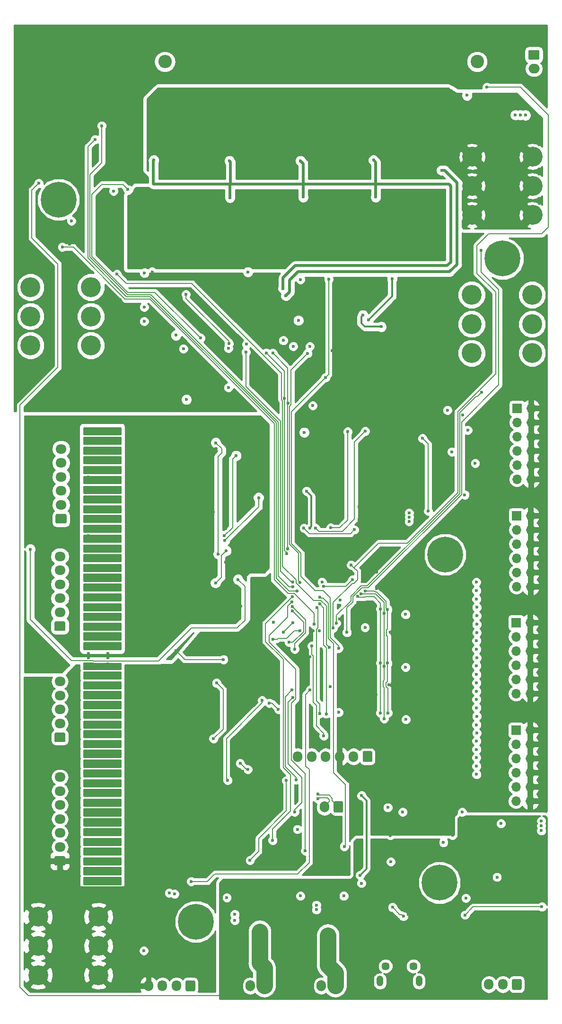
<source format=gbr>
G04 #@! TF.GenerationSoftware,KiCad,Pcbnew,(5.0.0-rc2-198-gb8bbb15aa)*
G04 #@! TF.CreationDate,2022-04-06T08:22:02-07:00*
G04 #@! TF.ProjectId,BMS_01,424D535F30312E6B696361645F706362,rev?*
G04 #@! TF.SameCoordinates,Original*
G04 #@! TF.FileFunction,Copper,L4,Bot,Signal*
G04 #@! TF.FilePolarity,Positive*
%FSLAX46Y46*%
G04 Gerber Fmt 4.6, Leading zero omitted, Abs format (unit mm)*
G04 Created by KiCad (PCBNEW (5.0.0-rc2-198-gb8bbb15aa)) date 04/06/22 08:22:02*
%MOMM*%
%LPD*%
G01*
G04 APERTURE LIST*
G04 #@! TA.AperFunction,Conductor*
%ADD10C,0.100000*%
G04 #@! TD*
G04 #@! TA.AperFunction,ComponentPad*
%ADD11C,1.700000*%
G04 #@! TD*
G04 #@! TA.AperFunction,ComponentPad*
%ADD12O,1.700000X1.950000*%
G04 #@! TD*
G04 #@! TA.AperFunction,ComponentPad*
%ADD13C,2.400000*%
G04 #@! TD*
G04 #@! TA.AperFunction,ComponentPad*
%ADD14O,2.400000X2.400000*%
G04 #@! TD*
G04 #@! TA.AperFunction,ComponentPad*
%ADD15C,1.450000*%
G04 #@! TD*
G04 #@! TA.AperFunction,ComponentPad*
%ADD16O,1.200000X1.900000*%
G04 #@! TD*
G04 #@! TA.AperFunction,ComponentPad*
%ADD17C,3.570000*%
G04 #@! TD*
G04 #@! TA.AperFunction,ComponentPad*
%ADD18O,1.950000X1.700000*%
G04 #@! TD*
G04 #@! TA.AperFunction,ComponentPad*
%ADD19O,1.700000X2.000000*%
G04 #@! TD*
G04 #@! TA.AperFunction,ComponentPad*
%ADD20O,2.000000X1.700000*%
G04 #@! TD*
G04 #@! TA.AperFunction,ComponentPad*
%ADD21R,1.700000X1.700000*%
G04 #@! TD*
G04 #@! TA.AperFunction,ComponentPad*
%ADD22O,1.700000X1.700000*%
G04 #@! TD*
G04 #@! TA.AperFunction,ComponentPad*
%ADD23C,0.800000*%
G04 #@! TD*
G04 #@! TA.AperFunction,ComponentPad*
%ADD24C,6.400000*%
G04 #@! TD*
G04 #@! TA.AperFunction,ViaPad*
%ADD25C,0.600000*%
G04 #@! TD*
G04 #@! TA.AperFunction,Conductor*
%ADD26C,0.200000*%
G04 #@! TD*
G04 #@! TA.AperFunction,Conductor*
%ADD27C,3.000000*%
G04 #@! TD*
G04 #@! TA.AperFunction,Conductor*
%ADD28C,0.300000*%
G04 #@! TD*
G04 #@! TA.AperFunction,Conductor*
%ADD29C,0.800000*%
G04 #@! TD*
G04 #@! TA.AperFunction,Conductor*
%ADD30C,0.500000*%
G04 #@! TD*
G04 #@! TA.AperFunction,Conductor*
%ADD31C,1.000000*%
G04 #@! TD*
G04 #@! TA.AperFunction,Conductor*
%ADD32C,0.254000*%
G04 #@! TD*
G04 APERTURE END LIST*
D10*
G04 #@! TO.N,nRESET*
G04 #@! TO.C,J13*
G36*
X86855504Y-144426204D02*
X86879773Y-144429804D01*
X86903571Y-144435765D01*
X86926671Y-144444030D01*
X86948849Y-144454520D01*
X86969893Y-144467133D01*
X86989598Y-144481747D01*
X87007777Y-144498223D01*
X87024253Y-144516402D01*
X87038867Y-144536107D01*
X87051480Y-144557151D01*
X87061970Y-144579329D01*
X87070235Y-144602429D01*
X87076196Y-144626227D01*
X87079796Y-144650496D01*
X87081000Y-144675000D01*
X87081000Y-146125000D01*
X87079796Y-146149504D01*
X87076196Y-146173773D01*
X87070235Y-146197571D01*
X87061970Y-146220671D01*
X87051480Y-146242849D01*
X87038867Y-146263893D01*
X87024253Y-146283598D01*
X87007777Y-146301777D01*
X86989598Y-146318253D01*
X86969893Y-146332867D01*
X86948849Y-146345480D01*
X86926671Y-146355970D01*
X86903571Y-146364235D01*
X86879773Y-146370196D01*
X86855504Y-146373796D01*
X86831000Y-146375000D01*
X85631000Y-146375000D01*
X85606496Y-146373796D01*
X85582227Y-146370196D01*
X85558429Y-146364235D01*
X85535329Y-146355970D01*
X85513151Y-146345480D01*
X85492107Y-146332867D01*
X85472402Y-146318253D01*
X85454223Y-146301777D01*
X85437747Y-146283598D01*
X85423133Y-146263893D01*
X85410520Y-146242849D01*
X85400030Y-146220671D01*
X85391765Y-146197571D01*
X85385804Y-146173773D01*
X85382204Y-146149504D01*
X85381000Y-146125000D01*
X85381000Y-144675000D01*
X85382204Y-144650496D01*
X85385804Y-144626227D01*
X85391765Y-144602429D01*
X85400030Y-144579329D01*
X85410520Y-144557151D01*
X85423133Y-144536107D01*
X85437747Y-144516402D01*
X85454223Y-144498223D01*
X85472402Y-144481747D01*
X85492107Y-144467133D01*
X85513151Y-144454520D01*
X85535329Y-144444030D01*
X85558429Y-144435765D01*
X85582227Y-144429804D01*
X85606496Y-144426204D01*
X85631000Y-144425000D01*
X86831000Y-144425000D01*
X86855504Y-144426204D01*
X86855504Y-144426204D01*
G37*
D11*
G04 #@! TD*
G04 #@! TO.P,J13,1*
G04 #@! TO.N,nRESET*
X86231000Y-145400000D03*
D12*
G04 #@! TO.P,J13,2*
G04 #@! TO.N,+3V3*
X83731000Y-145400000D03*
G04 #@! TO.P,J13,3*
G04 #@! TO.N,GND*
X81231000Y-145400000D03*
G04 #@! TO.P,J13,4*
G04 #@! TO.N,Net-(D28-Pad3)*
X78731000Y-145400000D03*
G04 #@! TO.P,J13,5*
G04 #@! TO.N,Net-(D28-Pad2)*
X76231000Y-145400000D03*
G04 #@! TO.P,J13,6*
G04 #@! TO.N,N/C*
X73731000Y-145400000D03*
G04 #@! TD*
D13*
G04 #@! TO.P,R50,1*
G04 #@! TO.N,HV_PRECHARGE_OUT*
X105841000Y-21073000D03*
D14*
G04 #@! TO.P,R50,2*
G04 #@! TO.N,/TopLevel/Contactor/HV_precharge_switch*
X49961000Y-21073000D03*
G04 #@! TD*
D15*
G04 #@! TO.P,J14,6*
G04 #@! TO.N,Net-(C96-Pad1)*
X89450000Y-182900000D03*
X94450000Y-182900000D03*
D16*
X88450000Y-185600000D03*
X95450000Y-185600000D03*
G04 #@! TD*
D17*
G04 #@! TO.P,J10,1*
G04 #@! TO.N,+BATT*
X36707206Y-61437389D03*
X36707206Y-61437389D03*
X36707206Y-66647389D03*
X36707206Y-71857389D03*
X25907206Y-61437389D03*
X25907206Y-66647389D03*
X25907206Y-71857389D03*
G04 #@! TD*
G04 #@! TO.P,J17,1*
G04 #@! TO.N,GND*
X38075000Y-174080000D03*
X38075000Y-179290000D03*
X38075000Y-184500000D03*
X27275000Y-174080000D03*
X27275000Y-179290000D03*
X27275000Y-184500000D03*
X27275000Y-184500000D03*
G04 #@! TD*
G04 #@! TO.P,J18,1*
G04 #@! TO.N,HV_DCDC_OUTPUT*
X115675000Y-62805000D03*
X115675000Y-68015000D03*
X115675000Y-73225000D03*
X104875000Y-62805000D03*
X104875000Y-68015000D03*
X104875000Y-73225000D03*
X104875000Y-73225000D03*
G04 #@! TD*
G04 #@! TO.P,J19,1*
G04 #@! TO.N,HV_EV_CHARGER_INPUT*
X115747000Y-38091000D03*
X115747000Y-38091000D03*
X115747000Y-43301000D03*
X115747000Y-48511000D03*
X104947000Y-38091000D03*
X104947000Y-43301000D03*
X104947000Y-48511000D03*
G04 #@! TD*
D10*
G04 #@! TO.N,GND*
G04 #@! TO.C,J1*
G36*
X31914504Y-163226204D02*
X31938773Y-163229804D01*
X31962571Y-163235765D01*
X31985671Y-163244030D01*
X32007849Y-163254520D01*
X32028893Y-163267133D01*
X32048598Y-163281747D01*
X32066777Y-163298223D01*
X32083253Y-163316402D01*
X32097867Y-163336107D01*
X32110480Y-163357151D01*
X32120970Y-163379329D01*
X32129235Y-163402429D01*
X32135196Y-163426227D01*
X32138796Y-163450496D01*
X32140000Y-163475000D01*
X32140000Y-164675000D01*
X32138796Y-164699504D01*
X32135196Y-164723773D01*
X32129235Y-164747571D01*
X32120970Y-164770671D01*
X32110480Y-164792849D01*
X32097867Y-164813893D01*
X32083253Y-164833598D01*
X32066777Y-164851777D01*
X32048598Y-164868253D01*
X32028893Y-164882867D01*
X32007849Y-164895480D01*
X31985671Y-164905970D01*
X31962571Y-164914235D01*
X31938773Y-164920196D01*
X31914504Y-164923796D01*
X31890000Y-164925000D01*
X30440000Y-164925000D01*
X30415496Y-164923796D01*
X30391227Y-164920196D01*
X30367429Y-164914235D01*
X30344329Y-164905970D01*
X30322151Y-164895480D01*
X30301107Y-164882867D01*
X30281402Y-164868253D01*
X30263223Y-164851777D01*
X30246747Y-164833598D01*
X30232133Y-164813893D01*
X30219520Y-164792849D01*
X30209030Y-164770671D01*
X30200765Y-164747571D01*
X30194804Y-164723773D01*
X30191204Y-164699504D01*
X30190000Y-164675000D01*
X30190000Y-163475000D01*
X30191204Y-163450496D01*
X30194804Y-163426227D01*
X30200765Y-163402429D01*
X30209030Y-163379329D01*
X30219520Y-163357151D01*
X30232133Y-163336107D01*
X30246747Y-163316402D01*
X30263223Y-163298223D01*
X30281402Y-163281747D01*
X30301107Y-163267133D01*
X30322151Y-163254520D01*
X30344329Y-163244030D01*
X30367429Y-163235765D01*
X30391227Y-163229804D01*
X30415496Y-163226204D01*
X30440000Y-163225000D01*
X31890000Y-163225000D01*
X31914504Y-163226204D01*
X31914504Y-163226204D01*
G37*
D11*
G04 #@! TD*
G04 #@! TO.P,J1,1*
G04 #@! TO.N,GND*
X31165000Y-164075000D03*
D18*
G04 #@! TO.P,J1,2*
G04 #@! TO.N,BANK_01*
X31165000Y-161575000D03*
G04 #@! TO.P,J1,3*
G04 #@! TO.N,BANK_02*
X31165000Y-159075000D03*
G04 #@! TO.P,J1,4*
G04 #@! TO.N,BANK_03*
X31165000Y-156575000D03*
G04 #@! TO.P,J1,5*
G04 #@! TO.N,BANK_04*
X31165000Y-154075000D03*
G04 #@! TO.P,J1,6*
G04 #@! TO.N,BANK_05*
X31165000Y-151575000D03*
G04 #@! TO.P,J1,7*
G04 #@! TO.N,BANK_06*
X31165000Y-149075000D03*
G04 #@! TD*
G04 #@! TO.P,J2,6*
G04 #@! TO.N,BANK_12*
X31165000Y-129477000D03*
G04 #@! TO.P,J2,5*
G04 #@! TO.N,BANK_11*
X31165000Y-131977000D03*
G04 #@! TO.P,J2,4*
G04 #@! TO.N,BANK_10*
X31165000Y-134477000D03*
G04 #@! TO.P,J2,3*
G04 #@! TO.N,BANK_09*
X31165000Y-136977000D03*
G04 #@! TO.P,J2,2*
G04 #@! TO.N,BANK_08*
X31165000Y-139477000D03*
D10*
G04 #@! TD*
G04 #@! TO.N,BANK_07*
G04 #@! TO.C,J2*
G36*
X31914504Y-141128204D02*
X31938773Y-141131804D01*
X31962571Y-141137765D01*
X31985671Y-141146030D01*
X32007849Y-141156520D01*
X32028893Y-141169133D01*
X32048598Y-141183747D01*
X32066777Y-141200223D01*
X32083253Y-141218402D01*
X32097867Y-141238107D01*
X32110480Y-141259151D01*
X32120970Y-141281329D01*
X32129235Y-141304429D01*
X32135196Y-141328227D01*
X32138796Y-141352496D01*
X32140000Y-141377000D01*
X32140000Y-142577000D01*
X32138796Y-142601504D01*
X32135196Y-142625773D01*
X32129235Y-142649571D01*
X32120970Y-142672671D01*
X32110480Y-142694849D01*
X32097867Y-142715893D01*
X32083253Y-142735598D01*
X32066777Y-142753777D01*
X32048598Y-142770253D01*
X32028893Y-142784867D01*
X32007849Y-142797480D01*
X31985671Y-142807970D01*
X31962571Y-142816235D01*
X31938773Y-142822196D01*
X31914504Y-142825796D01*
X31890000Y-142827000D01*
X30440000Y-142827000D01*
X30415496Y-142825796D01*
X30391227Y-142822196D01*
X30367429Y-142816235D01*
X30344329Y-142807970D01*
X30322151Y-142797480D01*
X30301107Y-142784867D01*
X30281402Y-142770253D01*
X30263223Y-142753777D01*
X30246747Y-142735598D01*
X30232133Y-142715893D01*
X30219520Y-142694849D01*
X30209030Y-142672671D01*
X30200765Y-142649571D01*
X30194804Y-142625773D01*
X30191204Y-142601504D01*
X30190000Y-142577000D01*
X30190000Y-141377000D01*
X30191204Y-141352496D01*
X30194804Y-141328227D01*
X30200765Y-141304429D01*
X30209030Y-141281329D01*
X30219520Y-141259151D01*
X30232133Y-141238107D01*
X30246747Y-141218402D01*
X30263223Y-141200223D01*
X30281402Y-141183747D01*
X30301107Y-141169133D01*
X30322151Y-141156520D01*
X30344329Y-141146030D01*
X30367429Y-141137765D01*
X30391227Y-141131804D01*
X30415496Y-141128204D01*
X30440000Y-141127000D01*
X31890000Y-141127000D01*
X31914504Y-141128204D01*
X31914504Y-141128204D01*
G37*
D11*
G04 #@! TO.P,J2,1*
G04 #@! TO.N,BANK_07*
X31165000Y-141977000D03*
G04 #@! TD*
D10*
G04 #@! TO.N,BANK_13*
G04 #@! TO.C,J3*
G36*
X31914504Y-121236204D02*
X31938773Y-121239804D01*
X31962571Y-121245765D01*
X31985671Y-121254030D01*
X32007849Y-121264520D01*
X32028893Y-121277133D01*
X32048598Y-121291747D01*
X32066777Y-121308223D01*
X32083253Y-121326402D01*
X32097867Y-121346107D01*
X32110480Y-121367151D01*
X32120970Y-121389329D01*
X32129235Y-121412429D01*
X32135196Y-121436227D01*
X32138796Y-121460496D01*
X32140000Y-121485000D01*
X32140000Y-122685000D01*
X32138796Y-122709504D01*
X32135196Y-122733773D01*
X32129235Y-122757571D01*
X32120970Y-122780671D01*
X32110480Y-122802849D01*
X32097867Y-122823893D01*
X32083253Y-122843598D01*
X32066777Y-122861777D01*
X32048598Y-122878253D01*
X32028893Y-122892867D01*
X32007849Y-122905480D01*
X31985671Y-122915970D01*
X31962571Y-122924235D01*
X31938773Y-122930196D01*
X31914504Y-122933796D01*
X31890000Y-122935000D01*
X30440000Y-122935000D01*
X30415496Y-122933796D01*
X30391227Y-122930196D01*
X30367429Y-122924235D01*
X30344329Y-122915970D01*
X30322151Y-122905480D01*
X30301107Y-122892867D01*
X30281402Y-122878253D01*
X30263223Y-122861777D01*
X30246747Y-122843598D01*
X30232133Y-122823893D01*
X30219520Y-122802849D01*
X30209030Y-122780671D01*
X30200765Y-122757571D01*
X30194804Y-122733773D01*
X30191204Y-122709504D01*
X30190000Y-122685000D01*
X30190000Y-121485000D01*
X30191204Y-121460496D01*
X30194804Y-121436227D01*
X30200765Y-121412429D01*
X30209030Y-121389329D01*
X30219520Y-121367151D01*
X30232133Y-121346107D01*
X30246747Y-121326402D01*
X30263223Y-121308223D01*
X30281402Y-121291747D01*
X30301107Y-121277133D01*
X30322151Y-121264520D01*
X30344329Y-121254030D01*
X30367429Y-121245765D01*
X30391227Y-121239804D01*
X30415496Y-121236204D01*
X30440000Y-121235000D01*
X31890000Y-121235000D01*
X31914504Y-121236204D01*
X31914504Y-121236204D01*
G37*
D11*
G04 #@! TD*
G04 #@! TO.P,J3,1*
G04 #@! TO.N,BANK_13*
X31165000Y-122085000D03*
D18*
G04 #@! TO.P,J3,2*
G04 #@! TO.N,BANK_14*
X31165000Y-119585000D03*
G04 #@! TO.P,J3,3*
G04 #@! TO.N,BANK_15*
X31165000Y-117085000D03*
G04 #@! TO.P,J3,4*
G04 #@! TO.N,BANK_16*
X31165000Y-114585000D03*
G04 #@! TO.P,J3,5*
G04 #@! TO.N,BANK_17*
X31165000Y-112085000D03*
G04 #@! TO.P,J3,6*
G04 #@! TO.N,BANK_18*
X31165000Y-109585000D03*
G04 #@! TD*
G04 #@! TO.P,J4,6*
G04 #@! TO.N,BANK_24*
X31375000Y-90361000D03*
G04 #@! TO.P,J4,5*
G04 #@! TO.N,BANK_23*
X31375000Y-92861000D03*
G04 #@! TO.P,J4,4*
G04 #@! TO.N,BANK_22*
X31375000Y-95361000D03*
G04 #@! TO.P,J4,3*
G04 #@! TO.N,BANK_21*
X31375000Y-97861000D03*
G04 #@! TO.P,J4,2*
G04 #@! TO.N,BANK_20*
X31375000Y-100361000D03*
D10*
G04 #@! TD*
G04 #@! TO.N,BANK_19*
G04 #@! TO.C,J4*
G36*
X32124504Y-102012204D02*
X32148773Y-102015804D01*
X32172571Y-102021765D01*
X32195671Y-102030030D01*
X32217849Y-102040520D01*
X32238893Y-102053133D01*
X32258598Y-102067747D01*
X32276777Y-102084223D01*
X32293253Y-102102402D01*
X32307867Y-102122107D01*
X32320480Y-102143151D01*
X32330970Y-102165329D01*
X32339235Y-102188429D01*
X32345196Y-102212227D01*
X32348796Y-102236496D01*
X32350000Y-102261000D01*
X32350000Y-103461000D01*
X32348796Y-103485504D01*
X32345196Y-103509773D01*
X32339235Y-103533571D01*
X32330970Y-103556671D01*
X32320480Y-103578849D01*
X32307867Y-103599893D01*
X32293253Y-103619598D01*
X32276777Y-103637777D01*
X32258598Y-103654253D01*
X32238893Y-103668867D01*
X32217849Y-103681480D01*
X32195671Y-103691970D01*
X32172571Y-103700235D01*
X32148773Y-103706196D01*
X32124504Y-103709796D01*
X32100000Y-103711000D01*
X30650000Y-103711000D01*
X30625496Y-103709796D01*
X30601227Y-103706196D01*
X30577429Y-103700235D01*
X30554329Y-103691970D01*
X30532151Y-103681480D01*
X30511107Y-103668867D01*
X30491402Y-103654253D01*
X30473223Y-103637777D01*
X30456747Y-103619598D01*
X30442133Y-103599893D01*
X30429520Y-103578849D01*
X30419030Y-103556671D01*
X30410765Y-103533571D01*
X30404804Y-103509773D01*
X30401204Y-103485504D01*
X30400000Y-103461000D01*
X30400000Y-102261000D01*
X30401204Y-102236496D01*
X30404804Y-102212227D01*
X30410765Y-102188429D01*
X30419030Y-102165329D01*
X30429520Y-102143151D01*
X30442133Y-102122107D01*
X30456747Y-102102402D01*
X30473223Y-102084223D01*
X30491402Y-102067747D01*
X30511107Y-102053133D01*
X30532151Y-102040520D01*
X30554329Y-102030030D01*
X30577429Y-102021765D01*
X30601227Y-102015804D01*
X30625496Y-102012204D01*
X30650000Y-102011000D01*
X32100000Y-102011000D01*
X32124504Y-102012204D01*
X32124504Y-102012204D01*
G37*
D11*
G04 #@! TO.P,J4,1*
G04 #@! TO.N,BANK_19*
X31375000Y-102861000D03*
G04 #@! TD*
D10*
G04 #@! TO.N,Transducer_Input*
G04 #@! TO.C,J9*
G36*
X55157504Y-185453204D02*
X55181773Y-185456804D01*
X55205571Y-185462765D01*
X55228671Y-185471030D01*
X55250849Y-185481520D01*
X55271893Y-185494133D01*
X55291598Y-185508747D01*
X55309777Y-185525223D01*
X55326253Y-185543402D01*
X55340867Y-185563107D01*
X55353480Y-185584151D01*
X55363970Y-185606329D01*
X55372235Y-185629429D01*
X55378196Y-185653227D01*
X55381796Y-185677496D01*
X55383000Y-185702000D01*
X55383000Y-187152000D01*
X55381796Y-187176504D01*
X55378196Y-187200773D01*
X55372235Y-187224571D01*
X55363970Y-187247671D01*
X55353480Y-187269849D01*
X55340867Y-187290893D01*
X55326253Y-187310598D01*
X55309777Y-187328777D01*
X55291598Y-187345253D01*
X55271893Y-187359867D01*
X55250849Y-187372480D01*
X55228671Y-187382970D01*
X55205571Y-187391235D01*
X55181773Y-187397196D01*
X55157504Y-187400796D01*
X55133000Y-187402000D01*
X53933000Y-187402000D01*
X53908496Y-187400796D01*
X53884227Y-187397196D01*
X53860429Y-187391235D01*
X53837329Y-187382970D01*
X53815151Y-187372480D01*
X53794107Y-187359867D01*
X53774402Y-187345253D01*
X53756223Y-187328777D01*
X53739747Y-187310598D01*
X53725133Y-187290893D01*
X53712520Y-187269849D01*
X53702030Y-187247671D01*
X53693765Y-187224571D01*
X53687804Y-187200773D01*
X53684204Y-187176504D01*
X53683000Y-187152000D01*
X53683000Y-185702000D01*
X53684204Y-185677496D01*
X53687804Y-185653227D01*
X53693765Y-185629429D01*
X53702030Y-185606329D01*
X53712520Y-185584151D01*
X53725133Y-185563107D01*
X53739747Y-185543402D01*
X53756223Y-185525223D01*
X53774402Y-185508747D01*
X53794107Y-185494133D01*
X53815151Y-185481520D01*
X53837329Y-185471030D01*
X53860429Y-185462765D01*
X53884227Y-185456804D01*
X53908496Y-185453204D01*
X53933000Y-185452000D01*
X55133000Y-185452000D01*
X55157504Y-185453204D01*
X55157504Y-185453204D01*
G37*
D11*
G04 #@! TD*
G04 #@! TO.P,J9,1*
G04 #@! TO.N,Transducer_Input*
X54533000Y-186427000D03*
D12*
G04 #@! TO.P,J9,2*
G04 #@! TO.N,Transducer_Ref*
X52033000Y-186427000D03*
G04 #@! TO.P,J9,3*
G04 #@! TO.N,Transducer_Pwr*
X49533000Y-186427000D03*
G04 #@! TO.P,J9,4*
G04 #@! TO.N,GND*
X47033000Y-186427000D03*
G04 #@! TD*
D19*
G04 #@! TO.P,J12,2*
G04 #@! TO.N,12V_POWER*
X65241000Y-186427000D03*
D10*
G04 #@! TD*
G04 #@! TO.N,CONTACTOR_PWM_2_OUT*
G04 #@! TO.C,J12*
G36*
X68365504Y-185428204D02*
X68389773Y-185431804D01*
X68413571Y-185437765D01*
X68436671Y-185446030D01*
X68458849Y-185456520D01*
X68479893Y-185469133D01*
X68499598Y-185483747D01*
X68517777Y-185500223D01*
X68534253Y-185518402D01*
X68548867Y-185538107D01*
X68561480Y-185559151D01*
X68571970Y-185581329D01*
X68580235Y-185604429D01*
X68586196Y-185628227D01*
X68589796Y-185652496D01*
X68591000Y-185677000D01*
X68591000Y-187177000D01*
X68589796Y-187201504D01*
X68586196Y-187225773D01*
X68580235Y-187249571D01*
X68571970Y-187272671D01*
X68561480Y-187294849D01*
X68548867Y-187315893D01*
X68534253Y-187335598D01*
X68517777Y-187353777D01*
X68499598Y-187370253D01*
X68479893Y-187384867D01*
X68458849Y-187397480D01*
X68436671Y-187407970D01*
X68413571Y-187416235D01*
X68389773Y-187422196D01*
X68365504Y-187425796D01*
X68341000Y-187427000D01*
X67141000Y-187427000D01*
X67116496Y-187425796D01*
X67092227Y-187422196D01*
X67068429Y-187416235D01*
X67045329Y-187407970D01*
X67023151Y-187397480D01*
X67002107Y-187384867D01*
X66982402Y-187370253D01*
X66964223Y-187353777D01*
X66947747Y-187335598D01*
X66933133Y-187315893D01*
X66920520Y-187294849D01*
X66910030Y-187272671D01*
X66901765Y-187249571D01*
X66895804Y-187225773D01*
X66892204Y-187201504D01*
X66891000Y-187177000D01*
X66891000Y-185677000D01*
X66892204Y-185652496D01*
X66895804Y-185628227D01*
X66901765Y-185604429D01*
X66910030Y-185581329D01*
X66920520Y-185559151D01*
X66933133Y-185538107D01*
X66947747Y-185518402D01*
X66964223Y-185500223D01*
X66982402Y-185483747D01*
X67002107Y-185469133D01*
X67023151Y-185456520D01*
X67045329Y-185446030D01*
X67068429Y-185437765D01*
X67092227Y-185431804D01*
X67116496Y-185428204D01*
X67141000Y-185427000D01*
X68341000Y-185427000D01*
X68365504Y-185428204D01*
X68365504Y-185428204D01*
G37*
D11*
G04 #@! TO.P,J12,1*
G04 #@! TO.N,CONTACTOR_PWM_2_OUT*
X67741000Y-186427000D03*
G04 #@! TD*
D10*
G04 #@! TO.N,CONTACTOR_PWM_1_OUT*
G04 #@! TO.C,J15*
G36*
X81065504Y-185428204D02*
X81089773Y-185431804D01*
X81113571Y-185437765D01*
X81136671Y-185446030D01*
X81158849Y-185456520D01*
X81179893Y-185469133D01*
X81199598Y-185483747D01*
X81217777Y-185500223D01*
X81234253Y-185518402D01*
X81248867Y-185538107D01*
X81261480Y-185559151D01*
X81271970Y-185581329D01*
X81280235Y-185604429D01*
X81286196Y-185628227D01*
X81289796Y-185652496D01*
X81291000Y-185677000D01*
X81291000Y-187177000D01*
X81289796Y-187201504D01*
X81286196Y-187225773D01*
X81280235Y-187249571D01*
X81271970Y-187272671D01*
X81261480Y-187294849D01*
X81248867Y-187315893D01*
X81234253Y-187335598D01*
X81217777Y-187353777D01*
X81199598Y-187370253D01*
X81179893Y-187384867D01*
X81158849Y-187397480D01*
X81136671Y-187407970D01*
X81113571Y-187416235D01*
X81089773Y-187422196D01*
X81065504Y-187425796D01*
X81041000Y-187427000D01*
X79841000Y-187427000D01*
X79816496Y-187425796D01*
X79792227Y-187422196D01*
X79768429Y-187416235D01*
X79745329Y-187407970D01*
X79723151Y-187397480D01*
X79702107Y-187384867D01*
X79682402Y-187370253D01*
X79664223Y-187353777D01*
X79647747Y-187335598D01*
X79633133Y-187315893D01*
X79620520Y-187294849D01*
X79610030Y-187272671D01*
X79601765Y-187249571D01*
X79595804Y-187225773D01*
X79592204Y-187201504D01*
X79591000Y-187177000D01*
X79591000Y-185677000D01*
X79592204Y-185652496D01*
X79595804Y-185628227D01*
X79601765Y-185604429D01*
X79610030Y-185581329D01*
X79620520Y-185559151D01*
X79633133Y-185538107D01*
X79647747Y-185518402D01*
X79664223Y-185500223D01*
X79682402Y-185483747D01*
X79702107Y-185469133D01*
X79723151Y-185456520D01*
X79745329Y-185446030D01*
X79768429Y-185437765D01*
X79792227Y-185431804D01*
X79816496Y-185428204D01*
X79841000Y-185427000D01*
X81041000Y-185427000D01*
X81065504Y-185428204D01*
X81065504Y-185428204D01*
G37*
D11*
G04 #@! TD*
G04 #@! TO.P,J15,1*
G04 #@! TO.N,CONTACTOR_PWM_1_OUT*
X80441000Y-186427000D03*
D19*
G04 #@! TO.P,J15,2*
G04 #@! TO.N,12V_POWER*
X77941000Y-186427000D03*
G04 #@! TD*
D10*
G04 #@! TO.N,HV_PRECHARGE_OUT*
G04 #@! TO.C,J16*
G36*
X116775504Y-18994204D02*
X116799773Y-18997804D01*
X116823571Y-19003765D01*
X116846671Y-19012030D01*
X116868849Y-19022520D01*
X116889893Y-19035133D01*
X116909598Y-19049747D01*
X116927777Y-19066223D01*
X116944253Y-19084402D01*
X116958867Y-19104107D01*
X116971480Y-19125151D01*
X116981970Y-19147329D01*
X116990235Y-19170429D01*
X116996196Y-19194227D01*
X116999796Y-19218496D01*
X117001000Y-19243000D01*
X117001000Y-20443000D01*
X116999796Y-20467504D01*
X116996196Y-20491773D01*
X116990235Y-20515571D01*
X116981970Y-20538671D01*
X116971480Y-20560849D01*
X116958867Y-20581893D01*
X116944253Y-20601598D01*
X116927777Y-20619777D01*
X116909598Y-20636253D01*
X116889893Y-20650867D01*
X116868849Y-20663480D01*
X116846671Y-20673970D01*
X116823571Y-20682235D01*
X116799773Y-20688196D01*
X116775504Y-20691796D01*
X116751000Y-20693000D01*
X115251000Y-20693000D01*
X115226496Y-20691796D01*
X115202227Y-20688196D01*
X115178429Y-20682235D01*
X115155329Y-20673970D01*
X115133151Y-20663480D01*
X115112107Y-20650867D01*
X115092402Y-20636253D01*
X115074223Y-20619777D01*
X115057747Y-20601598D01*
X115043133Y-20581893D01*
X115030520Y-20560849D01*
X115020030Y-20538671D01*
X115011765Y-20515571D01*
X115005804Y-20491773D01*
X115002204Y-20467504D01*
X115001000Y-20443000D01*
X115001000Y-19243000D01*
X115002204Y-19218496D01*
X115005804Y-19194227D01*
X115011765Y-19170429D01*
X115020030Y-19147329D01*
X115030520Y-19125151D01*
X115043133Y-19104107D01*
X115057747Y-19084402D01*
X115074223Y-19066223D01*
X115092402Y-19049747D01*
X115112107Y-19035133D01*
X115133151Y-19022520D01*
X115155329Y-19012030D01*
X115178429Y-19003765D01*
X115202227Y-18997804D01*
X115226496Y-18994204D01*
X115251000Y-18993000D01*
X116751000Y-18993000D01*
X116775504Y-18994204D01*
X116775504Y-18994204D01*
G37*
D11*
G04 #@! TD*
G04 #@! TO.P,J16,1*
G04 #@! TO.N,HV_PRECHARGE_OUT*
X116001000Y-19843000D03*
D20*
G04 #@! TO.P,J16,2*
G04 #@! TO.N,N/C*
X116001000Y-22343000D03*
G04 #@! TD*
D21*
G04 #@! TO.P,J5,1*
G04 #@! TO.N,NTC_6_OUT*
X112800000Y-140675000D03*
D22*
G04 #@! TO.P,J5,2*
G04 #@! TO.N,GND*
X115340000Y-140675000D03*
G04 #@! TO.P,J5,3*
G04 #@! TO.N,NTC_5_OUT*
X112800000Y-143215000D03*
G04 #@! TO.P,J5,4*
G04 #@! TO.N,GND*
X115340000Y-143215000D03*
G04 #@! TO.P,J5,5*
G04 #@! TO.N,NTC_4_OUT*
X112800000Y-145755000D03*
G04 #@! TO.P,J5,6*
G04 #@! TO.N,GND*
X115340000Y-145755000D03*
G04 #@! TO.P,J5,7*
G04 #@! TO.N,NTC_3_OUT*
X112800000Y-148295000D03*
G04 #@! TO.P,J5,8*
G04 #@! TO.N,GND*
X115340000Y-148295000D03*
G04 #@! TO.P,J5,9*
G04 #@! TO.N,NTC_2_OUT*
X112800000Y-150835000D03*
G04 #@! TO.P,J5,10*
G04 #@! TO.N,GND*
X115340000Y-150835000D03*
G04 #@! TO.P,J5,11*
G04 #@! TO.N,NTC_1_OUT*
X112800000Y-153375000D03*
G04 #@! TO.P,J5,12*
G04 #@! TO.N,GND*
X115340000Y-153375000D03*
G04 #@! TD*
G04 #@! TO.P,J6,12*
G04 #@! TO.N,GND*
X115340000Y-134125000D03*
G04 #@! TO.P,J6,11*
G04 #@! TO.N,NTC_7_OUT*
X112800000Y-134125000D03*
G04 #@! TO.P,J6,10*
G04 #@! TO.N,GND*
X115340000Y-131585000D03*
G04 #@! TO.P,J6,9*
G04 #@! TO.N,NTC_8_OUT*
X112800000Y-131585000D03*
G04 #@! TO.P,J6,8*
G04 #@! TO.N,GND*
X115340000Y-129045000D03*
G04 #@! TO.P,J6,7*
G04 #@! TO.N,NTC_9_OUT*
X112800000Y-129045000D03*
G04 #@! TO.P,J6,6*
G04 #@! TO.N,GND*
X115340000Y-126505000D03*
G04 #@! TO.P,J6,5*
G04 #@! TO.N,NTC_10_OUT*
X112800000Y-126505000D03*
G04 #@! TO.P,J6,4*
G04 #@! TO.N,GND*
X115340000Y-123965000D03*
G04 #@! TO.P,J6,3*
G04 #@! TO.N,NTC_11_OUT*
X112800000Y-123965000D03*
G04 #@! TO.P,J6,2*
G04 #@! TO.N,GND*
X115340000Y-121425000D03*
D21*
G04 #@! TO.P,J6,1*
G04 #@! TO.N,NTC_12_OUT*
X112800000Y-121425000D03*
G04 #@! TD*
G04 #@! TO.P,J7,1*
G04 #@! TO.N,NTC_18_OUT*
X112875000Y-102300000D03*
D22*
G04 #@! TO.P,J7,2*
G04 #@! TO.N,GND*
X115415000Y-102300000D03*
G04 #@! TO.P,J7,3*
G04 #@! TO.N,NTC_17_OUT*
X112875000Y-104840000D03*
G04 #@! TO.P,J7,4*
G04 #@! TO.N,GND*
X115415000Y-104840000D03*
G04 #@! TO.P,J7,5*
G04 #@! TO.N,NTC_16_OUT*
X112875000Y-107380000D03*
G04 #@! TO.P,J7,6*
G04 #@! TO.N,GND*
X115415000Y-107380000D03*
G04 #@! TO.P,J7,7*
G04 #@! TO.N,NTC_15_OUT*
X112875000Y-109920000D03*
G04 #@! TO.P,J7,8*
G04 #@! TO.N,GND*
X115415000Y-109920000D03*
G04 #@! TO.P,J7,9*
G04 #@! TO.N,NTC_14_OUT*
X112875000Y-112460000D03*
G04 #@! TO.P,J7,10*
G04 #@! TO.N,GND*
X115415000Y-112460000D03*
G04 #@! TO.P,J7,11*
G04 #@! TO.N,NTC_13_OUT*
X112875000Y-115000000D03*
G04 #@! TO.P,J7,12*
G04 #@! TO.N,GND*
X115415000Y-115000000D03*
G04 #@! TD*
G04 #@! TO.P,J8,12*
G04 #@! TO.N,GND*
X115500000Y-95795000D03*
G04 #@! TO.P,J8,11*
G04 #@! TO.N,NTC_19_OUT*
X112960000Y-95795000D03*
G04 #@! TO.P,J8,10*
G04 #@! TO.N,GND*
X115500000Y-93255000D03*
G04 #@! TO.P,J8,9*
G04 #@! TO.N,NTC_20_OUT*
X112960000Y-93255000D03*
G04 #@! TO.P,J8,8*
G04 #@! TO.N,GND*
X115500000Y-90715000D03*
G04 #@! TO.P,J8,7*
G04 #@! TO.N,NTC_21_OUT*
X112960000Y-90715000D03*
G04 #@! TO.P,J8,6*
G04 #@! TO.N,GND*
X115500000Y-88175000D03*
G04 #@! TO.P,J8,5*
G04 #@! TO.N,NTC_22_OUT*
X112960000Y-88175000D03*
G04 #@! TO.P,J8,4*
G04 #@! TO.N,GND*
X115500000Y-85635000D03*
G04 #@! TO.P,J8,3*
G04 #@! TO.N,NTC_23_OUT*
X112960000Y-85635000D03*
G04 #@! TO.P,J8,2*
G04 #@! TO.N,GND*
X115500000Y-83095000D03*
D21*
G04 #@! TO.P,J8,1*
G04 #@! TO.N,NTC_24_OUT*
X112960000Y-83095000D03*
G04 #@! TD*
D10*
G04 #@! TO.N,12V_POWER*
G04 #@! TO.C,J11*
G36*
X113577504Y-185199204D02*
X113601773Y-185202804D01*
X113625571Y-185208765D01*
X113648671Y-185217030D01*
X113670849Y-185227520D01*
X113691893Y-185240133D01*
X113711598Y-185254747D01*
X113729777Y-185271223D01*
X113746253Y-185289402D01*
X113760867Y-185309107D01*
X113773480Y-185330151D01*
X113783970Y-185352329D01*
X113792235Y-185375429D01*
X113798196Y-185399227D01*
X113801796Y-185423496D01*
X113803000Y-185448000D01*
X113803000Y-186898000D01*
X113801796Y-186922504D01*
X113798196Y-186946773D01*
X113792235Y-186970571D01*
X113783970Y-186993671D01*
X113773480Y-187015849D01*
X113760867Y-187036893D01*
X113746253Y-187056598D01*
X113729777Y-187074777D01*
X113711598Y-187091253D01*
X113691893Y-187105867D01*
X113670849Y-187118480D01*
X113648671Y-187128970D01*
X113625571Y-187137235D01*
X113601773Y-187143196D01*
X113577504Y-187146796D01*
X113553000Y-187148000D01*
X112353000Y-187148000D01*
X112328496Y-187146796D01*
X112304227Y-187143196D01*
X112280429Y-187137235D01*
X112257329Y-187128970D01*
X112235151Y-187118480D01*
X112214107Y-187105867D01*
X112194402Y-187091253D01*
X112176223Y-187074777D01*
X112159747Y-187056598D01*
X112145133Y-187036893D01*
X112132520Y-187015849D01*
X112122030Y-186993671D01*
X112113765Y-186970571D01*
X112107804Y-186946773D01*
X112104204Y-186922504D01*
X112103000Y-186898000D01*
X112103000Y-185448000D01*
X112104204Y-185423496D01*
X112107804Y-185399227D01*
X112113765Y-185375429D01*
X112122030Y-185352329D01*
X112132520Y-185330151D01*
X112145133Y-185309107D01*
X112159747Y-185289402D01*
X112176223Y-185271223D01*
X112194402Y-185254747D01*
X112214107Y-185240133D01*
X112235151Y-185227520D01*
X112257329Y-185217030D01*
X112280429Y-185208765D01*
X112304227Y-185202804D01*
X112328496Y-185199204D01*
X112353000Y-185198000D01*
X113553000Y-185198000D01*
X113577504Y-185199204D01*
X113577504Y-185199204D01*
G37*
D11*
G04 #@! TD*
G04 #@! TO.P,J11,1*
G04 #@! TO.N,12V_POWER*
X112953000Y-186173000D03*
D12*
G04 #@! TO.P,J11,2*
G04 #@! TO.N,CAN_P*
X110453000Y-186173000D03*
G04 #@! TO.P,J11,3*
G04 #@! TO.N,CAN_N*
X107953000Y-186173000D03*
G04 #@! TO.P,J11,4*
G04 #@! TO.N,GND1*
X105453000Y-186173000D03*
G04 #@! TD*
D23*
G04 #@! TO.P,H1,1*
G04 #@! TO.N,Net-(C125-Pad1)*
X100822056Y-166277944D03*
X99125000Y-165575000D03*
X97427944Y-166277944D03*
X96725000Y-167975000D03*
X97427944Y-169672056D03*
X99125000Y-170375000D03*
X100822056Y-169672056D03*
X101525000Y-167975000D03*
D24*
X99125000Y-167975000D03*
G04 #@! TD*
G04 #@! TO.P,H2,1*
G04 #@! TO.N,Net-(C126-Pad1)*
X55525000Y-174950000D03*
D23*
X57925000Y-174950000D03*
X57222056Y-176647056D03*
X55525000Y-177350000D03*
X53827944Y-176647056D03*
X53125000Y-174950000D03*
X53827944Y-173252944D03*
X55525000Y-172550000D03*
X57222056Y-173252944D03*
G04 #@! TD*
D24*
G04 #@! TO.P,H3,1*
G04 #@! TO.N,Net-(C128-Pad1)*
X110400000Y-56300000D03*
D23*
X112800000Y-56300000D03*
X112097056Y-57997056D03*
X110400000Y-58700000D03*
X108702944Y-57997056D03*
X108000000Y-56300000D03*
X108702944Y-54602944D03*
X110400000Y-53900000D03*
X112097056Y-54602944D03*
G04 #@! TD*
D24*
G04 #@! TO.P,H4,1*
G04 #@! TO.N,Net-(C135-Pad1)*
X100100000Y-109250000D03*
D23*
X102500000Y-109250000D03*
X101797056Y-110947056D03*
X100100000Y-111650000D03*
X98402944Y-110947056D03*
X97700000Y-109250000D03*
X98402944Y-107552944D03*
X100100000Y-106850000D03*
X101797056Y-107552944D03*
G04 #@! TD*
G04 #@! TO.P,H5,1*
G04 #@! TO.N,Net-(C137-Pad1)*
X32622056Y-44052944D03*
X30925000Y-43350000D03*
X29227944Y-44052944D03*
X28525000Y-45750000D03*
X29227944Y-47447056D03*
X30925000Y-48150000D03*
X32622056Y-47447056D03*
X33325000Y-45750000D03*
D24*
X30925000Y-45750000D03*
G04 #@! TD*
D10*
G04 #@! TO.N,SHUNT_N*
G04 #@! TO.C,J20*
G36*
X81649504Y-153426204D02*
X81673773Y-153429804D01*
X81697571Y-153435765D01*
X81720671Y-153444030D01*
X81742849Y-153454520D01*
X81763893Y-153467133D01*
X81783598Y-153481747D01*
X81801777Y-153498223D01*
X81818253Y-153516402D01*
X81832867Y-153536107D01*
X81845480Y-153557151D01*
X81855970Y-153579329D01*
X81864235Y-153602429D01*
X81870196Y-153626227D01*
X81873796Y-153650496D01*
X81875000Y-153675000D01*
X81875000Y-155175000D01*
X81873796Y-155199504D01*
X81870196Y-155223773D01*
X81864235Y-155247571D01*
X81855970Y-155270671D01*
X81845480Y-155292849D01*
X81832867Y-155313893D01*
X81818253Y-155333598D01*
X81801777Y-155351777D01*
X81783598Y-155368253D01*
X81763893Y-155382867D01*
X81742849Y-155395480D01*
X81720671Y-155405970D01*
X81697571Y-155414235D01*
X81673773Y-155420196D01*
X81649504Y-155423796D01*
X81625000Y-155425000D01*
X80425000Y-155425000D01*
X80400496Y-155423796D01*
X80376227Y-155420196D01*
X80352429Y-155414235D01*
X80329329Y-155405970D01*
X80307151Y-155395480D01*
X80286107Y-155382867D01*
X80266402Y-155368253D01*
X80248223Y-155351777D01*
X80231747Y-155333598D01*
X80217133Y-155313893D01*
X80204520Y-155292849D01*
X80194030Y-155270671D01*
X80185765Y-155247571D01*
X80179804Y-155223773D01*
X80176204Y-155199504D01*
X80175000Y-155175000D01*
X80175000Y-153675000D01*
X80176204Y-153650496D01*
X80179804Y-153626227D01*
X80185765Y-153602429D01*
X80194030Y-153579329D01*
X80204520Y-153557151D01*
X80217133Y-153536107D01*
X80231747Y-153516402D01*
X80248223Y-153498223D01*
X80266402Y-153481747D01*
X80286107Y-153467133D01*
X80307151Y-153454520D01*
X80329329Y-153444030D01*
X80352429Y-153435765D01*
X80376227Y-153429804D01*
X80400496Y-153426204D01*
X80425000Y-153425000D01*
X81625000Y-153425000D01*
X81649504Y-153426204D01*
X81649504Y-153426204D01*
G37*
D11*
G04 #@! TD*
G04 #@! TO.P,J20,1*
G04 #@! TO.N,SHUNT_N*
X81025000Y-154425000D03*
D19*
G04 #@! TO.P,J20,2*
G04 #@! TO.N,SHUNT_P*
X78525000Y-154425000D03*
G04 #@! TD*
D25*
G04 #@! TO.N,BANK_12*
X25550000Y-95950000D03*
X26450000Y-95925000D03*
G04 #@! TO.N,HV_EV_CHARGER_INPUT*
X49500000Y-27500000D03*
X53500000Y-27500000D03*
X56500000Y-27500000D03*
X55500000Y-27500000D03*
X52500000Y-28500000D03*
X50500000Y-27500000D03*
X55500000Y-28500000D03*
X50500000Y-29500000D03*
X54500000Y-29500000D03*
X55500000Y-29500000D03*
X52500000Y-29500000D03*
X56500000Y-29500000D03*
X49500000Y-28500000D03*
X53500000Y-29500000D03*
X57500000Y-29500000D03*
X58500000Y-29500000D03*
X51500000Y-27500000D03*
X51500000Y-29500000D03*
X49500000Y-30500000D03*
X50500000Y-30500000D03*
X57500000Y-27500000D03*
X54500000Y-27500000D03*
X58500000Y-27500000D03*
X54500000Y-28500000D03*
X49500000Y-29500000D03*
X50500000Y-28500000D03*
X51500000Y-30500000D03*
X51500000Y-28500000D03*
X53500000Y-28500000D03*
X56500000Y-28500000D03*
X57500000Y-28500000D03*
X58500000Y-28500000D03*
X52500000Y-27500000D03*
X53500000Y-32500000D03*
X57500000Y-30500000D03*
X58500000Y-32500000D03*
X51500000Y-33500000D03*
X58500000Y-33500000D03*
X52500000Y-34500000D03*
X55500000Y-34500000D03*
X50500000Y-34500000D03*
X54500000Y-34500000D03*
X53500000Y-31500000D03*
X55500000Y-33500000D03*
X52500000Y-32500000D03*
X49500000Y-34500000D03*
X53500000Y-30500000D03*
X50500000Y-32500000D03*
X55500000Y-32500000D03*
X49500000Y-32500000D03*
X57500000Y-32500000D03*
X53500000Y-33500000D03*
X54500000Y-33500000D03*
X58500000Y-34500000D03*
X52500000Y-33500000D03*
X52500000Y-30500000D03*
X54500000Y-30500000D03*
X50500000Y-31500000D03*
X54500000Y-31500000D03*
X54500000Y-32500000D03*
X56500000Y-32500000D03*
X49500000Y-31500000D03*
X52500000Y-31500000D03*
X58500000Y-31500000D03*
X51500000Y-34500000D03*
X55500000Y-31500000D03*
X51500000Y-31500000D03*
X53500000Y-34500000D03*
X56500000Y-34500000D03*
X57500000Y-34500000D03*
X58500000Y-30500000D03*
X50500000Y-33500000D03*
X57500000Y-33500000D03*
X51500000Y-32500000D03*
X49500000Y-33500000D03*
X56500000Y-33500000D03*
X55500000Y-30500000D03*
X56500000Y-31500000D03*
X56500000Y-30500000D03*
X57500000Y-31500000D03*
X62500000Y-27500000D03*
X66500000Y-27500000D03*
X69500000Y-27500000D03*
X68500000Y-27500000D03*
X65500000Y-28500000D03*
X63500000Y-27500000D03*
X68500000Y-28500000D03*
X63500000Y-29500000D03*
X67500000Y-29500000D03*
X68500000Y-29500000D03*
X65500000Y-29500000D03*
X69500000Y-29500000D03*
X62500000Y-28500000D03*
X66500000Y-29500000D03*
X70500000Y-29500000D03*
X71500000Y-29500000D03*
X64500000Y-27500000D03*
X64500000Y-29500000D03*
X62500000Y-30500000D03*
X63500000Y-30500000D03*
X70500000Y-27500000D03*
X67500000Y-27500000D03*
X71500000Y-27500000D03*
X67500000Y-28500000D03*
X62500000Y-29500000D03*
X63500000Y-28500000D03*
X64500000Y-30500000D03*
X64500000Y-28500000D03*
X66500000Y-28500000D03*
X69500000Y-28500000D03*
X70500000Y-28500000D03*
X71500000Y-28500000D03*
X65500000Y-27500000D03*
X66500000Y-32500000D03*
X70500000Y-30500000D03*
X71500000Y-32500000D03*
X64500000Y-33500000D03*
X71500000Y-33500000D03*
X65500000Y-34500000D03*
X68500000Y-34500000D03*
X63500000Y-34500000D03*
X67500000Y-34500000D03*
X66500000Y-31500000D03*
X68500000Y-33500000D03*
X65500000Y-32500000D03*
X62500000Y-34500000D03*
X66500000Y-30500000D03*
X63500000Y-32500000D03*
X68500000Y-32500000D03*
X62500000Y-32500000D03*
X70500000Y-32500000D03*
X66500000Y-33500000D03*
X67500000Y-33500000D03*
X71500000Y-34500000D03*
X65500000Y-33500000D03*
X65500000Y-30500000D03*
X67500000Y-30500000D03*
X63500000Y-31500000D03*
X67500000Y-31500000D03*
X67500000Y-32500000D03*
X69500000Y-32500000D03*
X62500000Y-31500000D03*
X65500000Y-31500000D03*
X71500000Y-31500000D03*
X64500000Y-34500000D03*
X68500000Y-31500000D03*
X64500000Y-31500000D03*
X66500000Y-34500000D03*
X69500000Y-34500000D03*
X70500000Y-34500000D03*
X71500000Y-30500000D03*
X63500000Y-33500000D03*
X70500000Y-33500000D03*
X64500000Y-32500000D03*
X62500000Y-33500000D03*
X69500000Y-33500000D03*
X68500000Y-30500000D03*
X69500000Y-31500000D03*
X69500000Y-30500000D03*
X70500000Y-31500000D03*
X75500000Y-27500000D03*
X79500000Y-27500000D03*
X82500000Y-27500000D03*
X81500000Y-27500000D03*
X78500000Y-28500000D03*
X76500000Y-27500000D03*
X81500000Y-28500000D03*
X76500000Y-29500000D03*
X80500000Y-29500000D03*
X81500000Y-29500000D03*
X78500000Y-29500000D03*
X82500000Y-29500000D03*
X75500000Y-28500000D03*
X79500000Y-29500000D03*
X83500000Y-29500000D03*
X84500000Y-29500000D03*
X77500000Y-27500000D03*
X77500000Y-29500000D03*
X75500000Y-30500000D03*
X76500000Y-30500000D03*
X83500000Y-27500000D03*
X80500000Y-27500000D03*
X84500000Y-27500000D03*
X80500000Y-28500000D03*
X75500000Y-29500000D03*
X76500000Y-28500000D03*
X77500000Y-30500000D03*
X77500000Y-28500000D03*
X79500000Y-28500000D03*
X82500000Y-28500000D03*
X83500000Y-28500000D03*
X84500000Y-28500000D03*
X78500000Y-27500000D03*
X79500000Y-32500000D03*
X83500000Y-30500000D03*
X84500000Y-32500000D03*
X77500000Y-33500000D03*
X84500000Y-33500000D03*
X78500000Y-34500000D03*
X81500000Y-34500000D03*
X76500000Y-34500000D03*
X80500000Y-34500000D03*
X79500000Y-31500000D03*
X81500000Y-33500000D03*
X78500000Y-32500000D03*
X75500000Y-34500000D03*
X79500000Y-30500000D03*
X76500000Y-32500000D03*
X81500000Y-32500000D03*
X75500000Y-32500000D03*
X83500000Y-32500000D03*
X79500000Y-33500000D03*
X80500000Y-33500000D03*
X84500000Y-34500000D03*
X78500000Y-33500000D03*
X78500000Y-30500000D03*
X80500000Y-30500000D03*
X76500000Y-31500000D03*
X80500000Y-31500000D03*
X80500000Y-32500000D03*
X82500000Y-32500000D03*
X75500000Y-31500000D03*
X78500000Y-31500000D03*
X84500000Y-31500000D03*
X77500000Y-34500000D03*
X81500000Y-31500000D03*
X77500000Y-31500000D03*
X79500000Y-34500000D03*
X82500000Y-34500000D03*
X83500000Y-34500000D03*
X84500000Y-30500000D03*
X76500000Y-33500000D03*
X83500000Y-33500000D03*
X77500000Y-32500000D03*
X75500000Y-33500000D03*
X82500000Y-33500000D03*
X81500000Y-30500000D03*
X82500000Y-31500000D03*
X82500000Y-30500000D03*
X83500000Y-31500000D03*
X88500000Y-27500000D03*
X92500000Y-27500000D03*
X95500000Y-27500000D03*
X94500000Y-27500000D03*
X91500000Y-28500000D03*
X89500000Y-27500000D03*
X94500000Y-28500000D03*
X89500000Y-29500000D03*
X93500000Y-29500000D03*
X94500000Y-29500000D03*
X91500000Y-29500000D03*
X95500000Y-29500000D03*
X88500000Y-28500000D03*
X92500000Y-29500000D03*
X96500000Y-29500000D03*
X97500000Y-29500000D03*
X90500000Y-27500000D03*
X90500000Y-29500000D03*
X88500000Y-30500000D03*
X89500000Y-30500000D03*
X96500000Y-27500000D03*
X93500000Y-27500000D03*
X97500000Y-27500000D03*
X93500000Y-28500000D03*
X88500000Y-29500000D03*
X89500000Y-28500000D03*
X90500000Y-30500000D03*
X90500000Y-28500000D03*
X92500000Y-28500000D03*
X95500000Y-28500000D03*
X96500000Y-28500000D03*
X97500000Y-28500000D03*
X91500000Y-27500000D03*
X92500000Y-32500000D03*
X96500000Y-30500000D03*
X97500000Y-32500000D03*
X90500000Y-33500000D03*
X97500000Y-33500000D03*
X91500000Y-34500000D03*
X94500000Y-34500000D03*
X89500000Y-34500000D03*
X93500000Y-34500000D03*
X92500000Y-31500000D03*
X94500000Y-33500000D03*
X91500000Y-32500000D03*
X88500000Y-34500000D03*
X92500000Y-30500000D03*
X89500000Y-32500000D03*
X94500000Y-32500000D03*
X88500000Y-32500000D03*
X96500000Y-32500000D03*
X92500000Y-33500000D03*
X93500000Y-33500000D03*
X97500000Y-34500000D03*
X91500000Y-33500000D03*
X91500000Y-30500000D03*
X93500000Y-30500000D03*
X89500000Y-31500000D03*
X93500000Y-31500000D03*
X93500000Y-32500000D03*
X95500000Y-32500000D03*
X88500000Y-31500000D03*
X91500000Y-31500000D03*
X97500000Y-31500000D03*
X90500000Y-34500000D03*
X94500000Y-31500000D03*
X90500000Y-31500000D03*
X92500000Y-34500000D03*
X95500000Y-34500000D03*
X96500000Y-34500000D03*
X97500000Y-30500000D03*
X89500000Y-33500000D03*
X96500000Y-33500000D03*
X90500000Y-32500000D03*
X88500000Y-33500000D03*
X95500000Y-33500000D03*
X94500000Y-30500000D03*
X95500000Y-31500000D03*
X95500000Y-30500000D03*
X96500000Y-31500000D03*
G04 #@! TO.N,/TopLevel/ChargerAndDCDC/HV_ev_shunt*
X90500000Y-49500000D03*
X94500000Y-49500000D03*
X97500000Y-49500000D03*
X96500000Y-49500000D03*
X93500000Y-50500000D03*
X91500000Y-49500000D03*
X96500000Y-50500000D03*
X91500000Y-51500000D03*
X95500000Y-51500000D03*
X96500000Y-51500000D03*
X93500000Y-51500000D03*
X97500000Y-51500000D03*
X90500000Y-50500000D03*
X94500000Y-51500000D03*
X98500000Y-51500000D03*
X99500000Y-51500000D03*
X92500000Y-49500000D03*
X92500000Y-51500000D03*
X90500000Y-52500000D03*
X91500000Y-52500000D03*
X98500000Y-49500000D03*
X95500000Y-49500000D03*
X99500000Y-49500000D03*
X95500000Y-50500000D03*
X90500000Y-51500000D03*
X91500000Y-50500000D03*
X92500000Y-52500000D03*
X92500000Y-50500000D03*
X94500000Y-50500000D03*
X97500000Y-50500000D03*
X98500000Y-50500000D03*
X99500000Y-50500000D03*
X93500000Y-49500000D03*
X94500000Y-54500000D03*
X98500000Y-52500000D03*
X99500000Y-54500000D03*
X92500000Y-55500000D03*
X99500000Y-55500000D03*
X94500000Y-53500000D03*
X96500000Y-55500000D03*
X93500000Y-54500000D03*
X94500000Y-52500000D03*
X91500000Y-54500000D03*
X96500000Y-54500000D03*
X90500000Y-54500000D03*
X98500000Y-54500000D03*
X94500000Y-55500000D03*
X95500000Y-55500000D03*
X93500000Y-55500000D03*
X93500000Y-52500000D03*
X95500000Y-52500000D03*
X91500000Y-53500000D03*
X95500000Y-53500000D03*
X95500000Y-54500000D03*
X97500000Y-54500000D03*
X90500000Y-53500000D03*
X93500000Y-53500000D03*
X99500000Y-53500000D03*
X96500000Y-53500000D03*
X92500000Y-53500000D03*
X99500000Y-52500000D03*
X91500000Y-55500000D03*
X98500000Y-55500000D03*
X92500000Y-54500000D03*
X90500000Y-55500000D03*
X97500000Y-55500000D03*
X96500000Y-52500000D03*
X97500000Y-53500000D03*
X97500000Y-52500000D03*
X98500000Y-53500000D03*
X77500000Y-49500000D03*
X81500000Y-49500000D03*
X84500000Y-49500000D03*
X83500000Y-49500000D03*
X80500000Y-50500000D03*
X78500000Y-49500000D03*
X83500000Y-50500000D03*
X78500000Y-51500000D03*
X82500000Y-51500000D03*
X83500000Y-51500000D03*
X80500000Y-51500000D03*
X84500000Y-51500000D03*
X77500000Y-50500000D03*
X81500000Y-51500000D03*
X85500000Y-51500000D03*
X86500000Y-51500000D03*
X79500000Y-49500000D03*
X79500000Y-51500000D03*
X77500000Y-52500000D03*
X78500000Y-52500000D03*
X85500000Y-49500000D03*
X82500000Y-49500000D03*
X86500000Y-49500000D03*
X82500000Y-50500000D03*
X77500000Y-51500000D03*
X78500000Y-50500000D03*
X79500000Y-52500000D03*
X79500000Y-50500000D03*
X81500000Y-50500000D03*
X84500000Y-50500000D03*
X85500000Y-50500000D03*
X86500000Y-50500000D03*
X80500000Y-49500000D03*
X81500000Y-54500000D03*
X85500000Y-52500000D03*
X86500000Y-54500000D03*
X79500000Y-55500000D03*
X86500000Y-55500000D03*
X81500000Y-53500000D03*
X83500000Y-55500000D03*
X80500000Y-54500000D03*
X81500000Y-52500000D03*
X78500000Y-54500000D03*
X83500000Y-54500000D03*
X77500000Y-54500000D03*
X85500000Y-54500000D03*
X81500000Y-55500000D03*
X82500000Y-55500000D03*
X80500000Y-55500000D03*
X80500000Y-52500000D03*
X82500000Y-52500000D03*
X78500000Y-53500000D03*
X82500000Y-53500000D03*
X82500000Y-54500000D03*
X84500000Y-54500000D03*
X77500000Y-53500000D03*
X80500000Y-53500000D03*
X86500000Y-53500000D03*
X83500000Y-53500000D03*
X79500000Y-53500000D03*
X86500000Y-52500000D03*
X78500000Y-55500000D03*
X85500000Y-55500000D03*
X79500000Y-54500000D03*
X77500000Y-55500000D03*
X84500000Y-55500000D03*
X83500000Y-52500000D03*
X84500000Y-53500000D03*
X84500000Y-52500000D03*
X85500000Y-53500000D03*
X64500000Y-49500000D03*
X68500000Y-49500000D03*
X71500000Y-49500000D03*
X70500000Y-49500000D03*
X67500000Y-50500000D03*
X65500000Y-49500000D03*
X70500000Y-50500000D03*
X65500000Y-51500000D03*
X70500000Y-51500000D03*
X67500000Y-51500000D03*
X71500000Y-51500000D03*
X64500000Y-50500000D03*
X72500000Y-51500000D03*
X73500000Y-51500000D03*
X66500000Y-49500000D03*
X66500000Y-51500000D03*
X64500000Y-52500000D03*
X65500000Y-52500000D03*
X72500000Y-49500000D03*
X69500000Y-49500000D03*
X73500000Y-49500000D03*
X69500000Y-50500000D03*
X64500000Y-51500000D03*
X65500000Y-50500000D03*
X66500000Y-52500000D03*
X66500000Y-50500000D03*
X68500000Y-50500000D03*
X71500000Y-50500000D03*
X72500000Y-50500000D03*
X73500000Y-50500000D03*
X67500000Y-49500000D03*
X68500000Y-54500000D03*
X72500000Y-52500000D03*
X73500000Y-54500000D03*
X66500000Y-55500000D03*
X73500000Y-55500000D03*
X67500000Y-56500000D03*
X70500000Y-56500000D03*
X65500000Y-56500000D03*
X69500000Y-56500000D03*
X68500000Y-53500000D03*
X70500000Y-55500000D03*
X67500000Y-54500000D03*
X64500000Y-56500000D03*
X68500000Y-52500000D03*
X65500000Y-54500000D03*
X70500000Y-54500000D03*
X64500000Y-54500000D03*
X72500000Y-54500000D03*
X68500000Y-55500000D03*
X69500000Y-55500000D03*
X67500000Y-55500000D03*
X67500000Y-52500000D03*
X69500000Y-52500000D03*
X65500000Y-53500000D03*
X69500000Y-53500000D03*
X69500000Y-54500000D03*
X71500000Y-54500000D03*
X64500000Y-53500000D03*
X67500000Y-53500000D03*
X73500000Y-53500000D03*
X66500000Y-56500000D03*
X70500000Y-53500000D03*
X66500000Y-53500000D03*
X68500000Y-56500000D03*
X71500000Y-56500000D03*
X72500000Y-56500000D03*
X73500000Y-52500000D03*
X65500000Y-55500000D03*
X72500000Y-55500000D03*
X66500000Y-54500000D03*
X64500000Y-55500000D03*
X71500000Y-55500000D03*
X70500000Y-52500000D03*
X71500000Y-53500000D03*
X71500000Y-52500000D03*
X72500000Y-53500000D03*
X51500000Y-49500000D03*
G04 #@! TO.N,+3V3*
X93650000Y-103325000D03*
X81075000Y-137500000D03*
X65200000Y-163950000D03*
X71700000Y-149700000D03*
G04 #@! TO.N,+3.3VA*
X105725000Y-114175000D03*
X105750000Y-117225000D03*
X105775000Y-118700000D03*
X105775000Y-120225000D03*
X105775000Y-121750000D03*
X105800000Y-123225000D03*
X105750000Y-124700000D03*
X105750000Y-126225000D03*
X105775000Y-127725000D03*
X105750000Y-129175000D03*
X105750000Y-130725000D03*
X105750000Y-132200000D03*
X105750000Y-133725000D03*
X105750000Y-135200000D03*
X105750000Y-136675000D03*
X105775000Y-138200000D03*
X105750000Y-139725000D03*
X105775000Y-141200000D03*
X105750000Y-142625000D03*
X105750000Y-144125000D03*
X105725000Y-145600000D03*
X105750000Y-147100000D03*
X61325000Y-72375000D03*
X64575000Y-71625000D03*
X61325000Y-79375000D03*
X76425000Y-82600000D03*
X72925000Y-72000000D03*
X75900000Y-72025000D03*
X105750000Y-148600000D03*
X105748584Y-115698584D03*
X104175000Y-87000000D03*
X33224998Y-49600000D03*
X53275000Y-72425000D03*
X103628405Y-98572654D03*
X89850000Y-154525000D03*
X73675000Y-158425000D03*
G04 #@! TO.N,Net-(C60-Pad1)*
X92650000Y-174000000D03*
X90700000Y-172375000D03*
G04 #@! TO.N,Net-(C71-Pad1)*
X117425000Y-172300000D03*
X103675000Y-173750000D03*
G04 #@! TO.N,Net-(Q4-Pad3)*
X39750000Y-156850000D03*
X39750000Y-157575000D03*
X36250000Y-156825000D03*
X36250000Y-157550000D03*
G04 #@! TO.N,Net-(Q5-Pad3)*
X39750000Y-160350000D03*
X39750000Y-161075000D03*
X36250000Y-160325000D03*
X36250000Y-161050000D03*
G04 #@! TO.N,Net-(Q6-Pad3)*
X39750000Y-163850000D03*
X39750000Y-164575000D03*
X36250000Y-163825000D03*
X36250000Y-164550000D03*
G04 #@! TO.N,Net-(Q7-Pad3)*
X39750000Y-167350000D03*
X39750000Y-168075000D03*
X36250000Y-167325000D03*
X36250000Y-168050000D03*
G04 #@! TO.N,Net-(Q8-Pad3)*
X39750000Y-153350000D03*
X39750000Y-154075000D03*
X36250000Y-153325000D03*
X36250000Y-154050000D03*
G04 #@! TO.N,Net-(Q9-Pad3)*
X39750000Y-149850000D03*
X39750000Y-150575000D03*
X36250000Y-149825000D03*
X36250000Y-150550000D03*
G04 #@! TO.N,Net-(Q10-Pad3)*
X39750000Y-146350000D03*
X39750000Y-147075000D03*
X36250000Y-146325000D03*
X36250000Y-147050000D03*
G04 #@! TO.N,Net-(Q11-Pad3)*
X39750000Y-142850000D03*
X39750000Y-143575000D03*
X36250000Y-142825000D03*
X36250000Y-143550000D03*
G04 #@! TO.N,Net-(Q12-Pad3)*
X39750000Y-139350000D03*
X39750000Y-140075000D03*
X36250000Y-139325000D03*
X36250000Y-140050000D03*
G04 #@! TO.N,Net-(Q13-Pad3)*
X39750000Y-135850000D03*
X39750000Y-136575000D03*
X36250000Y-135825000D03*
X36250000Y-136550000D03*
G04 #@! TO.N,Net-(Q14-Pad3)*
X39750000Y-132350000D03*
X39750000Y-133075000D03*
X36250000Y-132325000D03*
X36250000Y-133050000D03*
G04 #@! TO.N,Net-(Q15-Pad3)*
X36250000Y-128825000D03*
X39750000Y-128850000D03*
X39750000Y-129575000D03*
X36250000Y-129550000D03*
G04 #@! TO.N,Net-(Q19-Pad3)*
X36250000Y-115525000D03*
X39750000Y-115550000D03*
X39750000Y-114825000D03*
X36250000Y-114800000D03*
G04 #@! TO.N,Net-(Q20-Pad3)*
X36250000Y-119025000D03*
X39750000Y-119050000D03*
X39750000Y-118325000D03*
X36250000Y-118300000D03*
G04 #@! TO.N,Net-(Q21-Pad3)*
X36250000Y-122525000D03*
X39750000Y-122550000D03*
X39750000Y-121825000D03*
X36250000Y-121800000D03*
G04 #@! TO.N,Net-(Q22-Pad3)*
X39750000Y-125350000D03*
X39750000Y-126075000D03*
X36250000Y-126050000D03*
X36250000Y-125325000D03*
G04 #@! TO.N,Net-(Q23-Pad3)*
X36250000Y-112025000D03*
X39750000Y-112050000D03*
X39750000Y-111325000D03*
X36250000Y-111300000D03*
G04 #@! TO.N,Net-(Q24-Pad3)*
X36250000Y-108500000D03*
X39750000Y-108525000D03*
X39750000Y-107800000D03*
X36250000Y-107775000D03*
G04 #@! TO.N,Net-(Q25-Pad3)*
X36250000Y-105000000D03*
X39750000Y-105025000D03*
X39750000Y-104300000D03*
X36250000Y-104275000D03*
G04 #@! TO.N,Net-(Q26-Pad3)*
X36250000Y-101500000D03*
X39750000Y-101525000D03*
X39750000Y-100800000D03*
X36250000Y-100775000D03*
G04 #@! TO.N,Net-(Q27-Pad3)*
X36250000Y-98000000D03*
X39750000Y-98025000D03*
X39750000Y-97300000D03*
X36250000Y-97275000D03*
G04 #@! TO.N,Net-(Q28-Pad3)*
X36250000Y-94500000D03*
X39750000Y-94525000D03*
X39750000Y-93800000D03*
X36250000Y-93775000D03*
G04 #@! TO.N,Net-(Q29-Pad3)*
X36250000Y-91000000D03*
X39750000Y-91025000D03*
X39750000Y-90300000D03*
X36250000Y-90275000D03*
G04 #@! TO.N,Net-(Q30-Pad3)*
X36250000Y-87500000D03*
X39750000Y-87525000D03*
X39750000Y-86800000D03*
X36250000Y-86775000D03*
G04 #@! TO.N,Net-(R5-Pad2)*
X85800000Y-87200000D03*
X76900000Y-104524990D03*
G04 #@! TO.N,Net-(C20-Pad1)*
X58675000Y-142175000D03*
X59200000Y-132250000D03*
G04 #@! TO.N,Net-(C27-Pad1)*
X25875000Y-108300000D03*
G04 #@! TO.N,PGED*
X78836084Y-137763916D03*
G04 #@! TO.N,BANK_12*
X36250000Y-127725000D03*
X39750000Y-127750000D03*
X36250000Y-126975000D03*
X39750000Y-127000000D03*
X50925000Y-89025000D03*
X50925000Y-92450000D03*
X50925000Y-95975000D03*
X50900000Y-99475000D03*
X50925000Y-106500000D03*
X50925000Y-117025000D03*
X50950000Y-120475000D03*
X50900000Y-113350000D03*
X51925000Y-126450000D03*
X51975000Y-86550000D03*
X25850000Y-103975000D03*
X50931145Y-102896535D03*
X50922913Y-110086101D03*
X50976416Y-124101416D03*
X66100000Y-88650000D03*
X60450000Y-128050000D03*
X63550000Y-118525000D03*
X58625000Y-101650000D03*
X60875000Y-110650000D03*
X65325000Y-104925000D03*
X64825000Y-111700000D03*
X59150000Y-90325000D03*
X60825000Y-104625000D03*
G04 #@! TO.N,BANK_03*
X39750000Y-159250000D03*
X39750000Y-158500000D03*
X36250000Y-158475000D03*
X36250000Y-159225000D03*
G04 #@! TO.N,BANK_04*
X39750000Y-155750000D03*
X39750000Y-155000000D03*
X36250000Y-154975000D03*
X36250000Y-155725000D03*
G04 #@! TO.N,BANK_02*
X39750000Y-162750000D03*
X39750000Y-162000000D03*
X36250000Y-161975000D03*
X36250000Y-162725000D03*
G04 #@! TO.N,BANK_01*
X39750000Y-166250000D03*
X39750000Y-165500000D03*
X36250000Y-165475000D03*
X36250000Y-166225000D03*
G04 #@! TO.N,BANK_05*
X39750000Y-152250000D03*
X39750000Y-151500000D03*
X36250000Y-151475000D03*
X36250000Y-152225000D03*
G04 #@! TO.N,BANK_06*
X39750000Y-148750000D03*
X39750000Y-148000000D03*
X36250000Y-147975000D03*
X36250000Y-148725000D03*
G04 #@! TO.N,BANK_07*
X39750000Y-145250000D03*
X39750000Y-144500000D03*
X36250000Y-144475000D03*
X36250000Y-145225000D03*
G04 #@! TO.N,BANK_08*
X39750000Y-141750000D03*
X39750000Y-141000000D03*
X36250000Y-140975000D03*
X36250000Y-141725000D03*
G04 #@! TO.N,BANK_09*
X39750000Y-138250000D03*
X39750000Y-137500000D03*
X36250000Y-137475000D03*
X36250000Y-138225000D03*
G04 #@! TO.N,BANK_10*
X39750000Y-134750000D03*
X39750000Y-134000000D03*
X36250000Y-133975000D03*
X36250000Y-134725000D03*
G04 #@! TO.N,BANK_11*
X39750000Y-130500000D03*
X36250000Y-131225000D03*
X36250000Y-130475000D03*
X39750000Y-131250000D03*
G04 #@! TO.N,BANK_15*
X36250000Y-116450000D03*
X36250000Y-117200000D03*
X39750000Y-116475000D03*
X39750000Y-117225000D03*
G04 #@! TO.N,BANK_16*
X36250000Y-112950000D03*
X36250000Y-113700000D03*
X39750000Y-112975000D03*
X39750000Y-113725000D03*
G04 #@! TO.N,BANK_14*
X36250000Y-119950000D03*
X36250000Y-120700000D03*
X39750000Y-119975000D03*
X39750000Y-120725000D03*
G04 #@! TO.N,BANK_13*
X36250000Y-123450000D03*
X36250000Y-124200000D03*
X39750000Y-123475000D03*
X39750000Y-124225000D03*
G04 #@! TO.N,BANK_17*
X36250000Y-109425000D03*
X36250000Y-110175000D03*
X39750000Y-109450000D03*
X39750000Y-110200000D03*
G04 #@! TO.N,BANK_18*
X36250000Y-105925000D03*
X36250000Y-106675000D03*
X39750000Y-105950000D03*
X39750000Y-106700000D03*
G04 #@! TO.N,BANK_19*
X36250000Y-102425000D03*
X36250000Y-103175000D03*
X39750000Y-102450000D03*
X39750000Y-103200000D03*
G04 #@! TO.N,BANK_20*
X36250000Y-98925000D03*
X36250000Y-99675000D03*
X39750000Y-98950000D03*
X39750000Y-99700000D03*
G04 #@! TO.N,BANK_21*
X36250000Y-96175000D03*
X39750000Y-95450000D03*
X39750000Y-96200000D03*
X36250000Y-95425000D03*
G04 #@! TO.N,BANK_22*
X36250000Y-91925000D03*
X36250000Y-92675000D03*
X39750000Y-91950000D03*
X39750000Y-92700000D03*
G04 #@! TO.N,BANK_23*
X36250000Y-88425000D03*
X36250000Y-89175000D03*
X39750000Y-88450000D03*
X39750000Y-89200000D03*
G04 #@! TO.N,/TopLevel/PowerRails/FB_5V*
X83875000Y-104825000D03*
X74850000Y-104550000D03*
G04 #@! TO.N,+BATT*
X74900000Y-87400000D03*
X53825000Y-81524990D03*
G04 #@! TO.N,Transducer_Ref*
X84875000Y-166650000D03*
X85175000Y-152400000D03*
G04 #@! TO.N,+5VP*
X100525000Y-83425000D03*
X50725000Y-169800000D03*
X46175000Y-180125000D03*
G04 #@! TO.N,5V_SW_nFAULT*
X97075000Y-101475000D03*
X96050000Y-88475000D03*
G04 #@! TO.N,PRE_CHARGE_EN*
X37450000Y-35000000D03*
G04 #@! TO.N,HV_BUS_VOLTAGE_AI*
X107575000Y-25625000D03*
G04 #@! TO.N,12V_POWER*
X117350000Y-156950000D03*
X62475000Y-173650000D03*
X62475000Y-174700000D03*
X117350000Y-157825000D03*
X117350000Y-158675000D03*
X61050000Y-170650000D03*
X77075000Y-171975000D03*
X77075000Y-172800000D03*
G04 #@! TO.N,DISCHARGE_EN*
X38675000Y-32525000D03*
G04 #@! TO.N,GND1*
X74500000Y-181275000D03*
X65450000Y-170225000D03*
X84925000Y-160725000D03*
X91475000Y-161375000D03*
X109325000Y-158400000D03*
X111075000Y-158400000D03*
X106650000Y-175075000D03*
X112075000Y-175050000D03*
X109375000Y-180400000D03*
X85500000Y-177575000D03*
X87750000Y-176150000D03*
X93525000Y-173625000D03*
X91550000Y-178825000D03*
X87400000Y-182125000D03*
X97050000Y-183350000D03*
X93225000Y-181700000D03*
X62379000Y-180709500D03*
X108149846Y-167675306D03*
X113000990Y-168655387D03*
X27375000Y-42825000D03*
X98025000Y-173900000D03*
X99975000Y-175175000D03*
X63250000Y-178725000D03*
X62775000Y-178125000D03*
X63325002Y-177450000D03*
X75200000Y-178875000D03*
X75425001Y-178225000D03*
X75025000Y-177600000D03*
G04 #@! TO.N,Net-(R230-Pad2)*
X82687500Y-87287500D03*
X79625000Y-104475000D03*
G04 #@! TO.N,Net-(R238-Pad1)*
X43350000Y-43950000D03*
X56350000Y-70525000D03*
G04 #@! TO.N,/TopLevel/ChargerAndDCDC/dcdc_i*
X79275000Y-59975000D03*
X78725000Y-77575000D03*
G04 #@! TO.N,Net-(R217-Pad2)*
X41349999Y-59075001D03*
G04 #@! TO.N,Net-(Q39-Pad3)*
X61400000Y-71550000D03*
X53725000Y-62725000D03*
G04 #@! TO.N,+5VA*
X46250000Y-67525000D03*
X71150000Y-70950000D03*
X40775000Y-44250000D03*
X46250000Y-64975000D03*
X46300000Y-58925002D03*
X74225000Y-60100000D03*
G04 #@! TO.N,DCDC_ENABLE*
X75525000Y-73250000D03*
G04 #@! TO.N,DCDC_~FAULT~*
X69275000Y-73225000D03*
G04 #@! TO.N,EV_CHARGER_ENABLE*
X64450000Y-73025000D03*
G04 #@! TO.N,EV_CHARGER_~FAULT~*
X68125000Y-73185000D03*
G04 #@! TO.N,ISOLATION_VOLTAGE_AI*
X31600000Y-54250000D03*
G04 #@! TO.N,+5VL*
X110100000Y-157400000D03*
X81975000Y-170350000D03*
X85150000Y-168075000D03*
X90375000Y-164225000D03*
X99825000Y-160775000D03*
X103825000Y-170725000D03*
X109400000Y-166975000D03*
X74200000Y-170350000D03*
G04 #@! TO.N,Net-(U4-Pad10)*
X75300000Y-97900000D03*
X75900000Y-104524990D03*
G04 #@! TO.N,EV_CHARGER_VOLTAGE_AI*
X106575000Y-54850000D03*
G04 #@! TO.N,12V_POWER_STATUS*
X82053318Y-161475438D03*
G04 #@! TO.N,+3V3*
X93662500Y-102550000D03*
X93662500Y-101825000D03*
X69400000Y-121350000D03*
X85775000Y-122325000D03*
X81338958Y-117401858D03*
X78074990Y-114200000D03*
X77625000Y-122925000D03*
G04 #@! TO.N,+5VA*
X93050000Y-119975000D03*
X93050000Y-129425000D03*
X93100000Y-138775000D03*
G04 #@! TO.N,DEBUG_LED*
X78375000Y-114950000D03*
X83525000Y-113775000D03*
G04 #@! TO.N,UART_TX*
X72200000Y-124975000D03*
X72758471Y-119363697D03*
G04 #@! TO.N,UART_RX*
X73200000Y-126175000D03*
X72755293Y-118613692D03*
G04 #@! TO.N,+3.3VA*
X92525000Y-155350000D03*
G04 #@! TO.N,Net-(C27-Pad1)*
X63050000Y-113725000D03*
G04 #@! TO.N,Net-(C30-Pad1)*
X59500000Y-109150000D03*
X59075000Y-89250000D03*
G04 #@! TO.N,Net-(R2-Pad1)*
X78400000Y-141675000D03*
X76275000Y-125625000D03*
G04 #@! TO.N,Net-(R73-Pad2)*
X62725000Y-91550000D03*
X60625000Y-105875000D03*
G04 #@! TO.N,PGEC*
X77150000Y-118775000D03*
X77700000Y-137700000D03*
G04 #@! TO.N,PGED*
X77650000Y-118100000D03*
G04 #@! TO.N,/TopLevel/Stack_2/Vref*
X59025000Y-114325000D03*
X60950000Y-108575000D03*
G04 #@! TO.N,SPI_CS*
X72900000Y-121500000D03*
X71150000Y-123200000D03*
G04 #@! TO.N,GND1*
X94800000Y-161625000D03*
X104250000Y-162700000D03*
G04 #@! TO.N,/TopLevel/ChargerAndDCDC/dcdc_i*
X81075000Y-126050000D03*
G04 #@! TO.N,Net-(R217-Pad2)*
X79400000Y-125875000D03*
G04 #@! TO.N,+5VA*
X105500000Y-92925000D03*
G04 #@! TO.N,DCDC_ENABLE*
X74137517Y-114259684D03*
G04 #@! TO.N,EV_CHARGER_ENABLE*
X72874990Y-114166875D03*
G04 #@! TO.N,12V_POWER_STATUS*
X77697432Y-116899990D03*
G04 #@! TO.N,/TopLevel/ChargerAndDCDC/HV_CHARGEPUMP_POWER*
X51925000Y-70025000D03*
X73850000Y-67375000D03*
X64825000Y-58700000D03*
G04 #@! TO.N,/TopLevel/ChargerAndDCDC/HV_ev_source*
X71625000Y-62975000D03*
X99500000Y-40500000D03*
G04 #@! TO.N,/TopLevel/ChargerAndDCDC/HV_ev_shunt*
X52500000Y-49500000D03*
X53500000Y-49500000D03*
X54500000Y-49500000D03*
X55500000Y-49500000D03*
X56500000Y-49500000D03*
X57500000Y-49500000D03*
X58500000Y-49500000D03*
X59500000Y-49500000D03*
X60500000Y-49500000D03*
X51500000Y-50500000D03*
X52500000Y-50500000D03*
X53500000Y-50500000D03*
X54500000Y-50500000D03*
X55500000Y-50500000D03*
X56500000Y-50500000D03*
X57500000Y-50500000D03*
X58500000Y-50500000D03*
X59500000Y-50500000D03*
X60500000Y-50500000D03*
X51500000Y-51500000D03*
X52500000Y-51500000D03*
X53500000Y-51500000D03*
X54500000Y-51500000D03*
X55500000Y-51500000D03*
X56500000Y-51500000D03*
X57500000Y-51500000D03*
X58500000Y-51500000D03*
X59500000Y-51500000D03*
X60500000Y-51500000D03*
X51500000Y-52500000D03*
X52500000Y-52500000D03*
X53500000Y-52500000D03*
X54500000Y-52500000D03*
X55500000Y-52500000D03*
X56500000Y-52500000D03*
X57500000Y-52500000D03*
X58500000Y-52500000D03*
X59500000Y-52500000D03*
X60500000Y-52500000D03*
X51500000Y-53500000D03*
X52500000Y-53500000D03*
X53500000Y-53500000D03*
X54500000Y-53500000D03*
X55500000Y-53500000D03*
X56500000Y-53500000D03*
X57500000Y-53500000D03*
X58500000Y-53500000D03*
X59500000Y-53500000D03*
X60500000Y-53500000D03*
X51500000Y-54500000D03*
X52500000Y-54500000D03*
X53500000Y-54500000D03*
X54500000Y-54500000D03*
X55500000Y-54500000D03*
X56500000Y-54500000D03*
X57500000Y-54500000D03*
X58500000Y-54500000D03*
X59500000Y-54500000D03*
X60500000Y-54500000D03*
X51500000Y-55500000D03*
X52500000Y-55500000D03*
X53500000Y-55500000D03*
X54500000Y-55500000D03*
X55500000Y-55500000D03*
X56500000Y-55500000D03*
X57500000Y-55500000D03*
X58500000Y-55500000D03*
X59500000Y-55500000D03*
X60500000Y-55500000D03*
X51500000Y-56500000D03*
X52500000Y-56500000D03*
X53500000Y-56500000D03*
X54500000Y-56500000D03*
X55500000Y-56500000D03*
X56500000Y-56500000D03*
X57500000Y-56500000D03*
X58500000Y-56500000D03*
X59500000Y-56500000D03*
X60500000Y-56500000D03*
X92500000Y-56424979D03*
X80500000Y-56424979D03*
X96500000Y-56424979D03*
X85500000Y-56424979D03*
X82500000Y-56424979D03*
X84500000Y-56424979D03*
X83500000Y-56424979D03*
X98500000Y-56424979D03*
X90500000Y-56424979D03*
X95500000Y-56424979D03*
X99500000Y-56424979D03*
X97500000Y-56424979D03*
X94500000Y-56424979D03*
X73509934Y-56424979D03*
X77500000Y-56424979D03*
X78500000Y-56424979D03*
X79500000Y-56424979D03*
X81500000Y-56424979D03*
X86500000Y-56424979D03*
X91500000Y-56424979D03*
X93500000Y-56424979D03*
G04 #@! TO.N,/TopLevel/ChargerAndDCDC/HV_dcdc_source*
X88700000Y-68500000D03*
X85401464Y-66401464D03*
G04 #@! TO.N,/TopLevel/ChargerAndDCDC/HV_ev_g*
X71124990Y-61654639D03*
X87300000Y-38700000D03*
X87700000Y-45300000D03*
X74700000Y-45300000D03*
X74200000Y-38800000D03*
X61600000Y-45400000D03*
X61500000Y-38800000D03*
X48000000Y-38700000D03*
X101048454Y-43199061D03*
G04 #@! TO.N,/TopLevel/ChargerAndDCDC/HV_dcdc_gate*
X86400002Y-67275000D03*
X90624994Y-59925000D03*
G04 #@! TO.N,GND*
X39750000Y-169750000D03*
X39750000Y-169000000D03*
X36250000Y-168975000D03*
X36250000Y-169725000D03*
X68950000Y-79700000D03*
X68925000Y-78125000D03*
X67750000Y-76200000D03*
X28175000Y-52000000D03*
X107775000Y-18000000D03*
X111475000Y-17975000D03*
X33675000Y-81550000D03*
X34475000Y-81550000D03*
X31100000Y-83025000D03*
X30225000Y-83050000D03*
X29225000Y-83050000D03*
X54925000Y-63250000D03*
X52525000Y-74450000D03*
X67750000Y-69525000D03*
X76100000Y-69375000D03*
X79900000Y-72750000D03*
X81450000Y-74175000D03*
X76250000Y-139725000D03*
X66950000Y-133200000D03*
X26350000Y-134625000D03*
X25450000Y-134650000D03*
X50900000Y-131050000D03*
X50900000Y-134525000D03*
X50900000Y-138075000D03*
X50900000Y-141500000D03*
X50925000Y-148575000D03*
X50925000Y-145025000D03*
X50900000Y-151950000D03*
X50850000Y-155450000D03*
X50925000Y-158950000D03*
X50950000Y-164625000D03*
X50950000Y-168075000D03*
X48200000Y-178550000D03*
X50300000Y-180200000D03*
X47575000Y-182650000D03*
X50425000Y-176125000D03*
X79250000Y-164025000D03*
X71600000Y-163900000D03*
X90300000Y-159525000D03*
X95987500Y-147100000D03*
X96000000Y-145600000D03*
X96000000Y-144125000D03*
X95975000Y-142625000D03*
X95987500Y-141200000D03*
X95975000Y-139675000D03*
X96000000Y-136675000D03*
X95975000Y-135200000D03*
X95987500Y-133700000D03*
X96025000Y-132200000D03*
X96000000Y-130725000D03*
X96000000Y-126225000D03*
X95975000Y-124725000D03*
X95987500Y-123200000D03*
X96000000Y-121750000D03*
X95950000Y-120250000D03*
X95987500Y-118700000D03*
X95987500Y-117200000D03*
X96000000Y-115725000D03*
X96000000Y-114200000D03*
X92100000Y-102000000D03*
X91100000Y-95000000D03*
X103800000Y-102525000D03*
X73875000Y-89500000D03*
X73825000Y-91850000D03*
X73875000Y-94150000D03*
X74275000Y-100675000D03*
X78575000Y-100650000D03*
X84725000Y-103025000D03*
X84675000Y-100750000D03*
X88800000Y-86925000D03*
X95225000Y-85800000D03*
X103950000Y-77450000D03*
X100600000Y-69075000D03*
X99725000Y-69025000D03*
X114500000Y-30650000D03*
X113575000Y-30625000D03*
X112675000Y-30625000D03*
X45050000Y-23975000D03*
X43750000Y-24025000D03*
X40175000Y-30050000D03*
X40150000Y-39075000D03*
X37425000Y-38600000D03*
X24225000Y-48000000D03*
X24400000Y-54625000D03*
X26000000Y-54675000D03*
X39550000Y-47000000D03*
X45050000Y-24950000D03*
X95800000Y-83300010D03*
X73950000Y-62375000D03*
X65700000Y-120250000D03*
X66400000Y-116425000D03*
X82400000Y-110675000D03*
X74135348Y-96158768D03*
X98874999Y-68800000D03*
X41975000Y-63625000D03*
X57700000Y-70825000D03*
X58650001Y-77449999D03*
X116450000Y-55000000D03*
X27800000Y-40075000D03*
X104050000Y-27100000D03*
X32884435Y-53699399D03*
X25875000Y-148475000D03*
X84949998Y-158900000D03*
X67725000Y-160800000D03*
X73450000Y-152525000D03*
X79225000Y-158125000D03*
X85950000Y-150250000D03*
X47675000Y-58750000D03*
X103800000Y-52600000D03*
X51679059Y-129431698D03*
X60850000Y-154650000D03*
X61050000Y-151650000D03*
X67400000Y-149900000D03*
X67400000Y-151550000D03*
X67400000Y-153200000D03*
X63900000Y-148050000D03*
X59350000Y-145900000D03*
X59251377Y-134048545D03*
X68475000Y-140050000D03*
X96000030Y-138225000D03*
X96075787Y-148505570D03*
X104250000Y-95550000D03*
X95925061Y-129200000D03*
X95905886Y-127694114D03*
X90075000Y-132550000D03*
X92850000Y-144700000D03*
X67425728Y-154875728D03*
X81250000Y-118325000D03*
X90275000Y-123175004D03*
X87675000Y-125025000D03*
X87725000Y-134325000D03*
X94975010Y-157475000D03*
X85875010Y-138925000D03*
X75900000Y-127600000D03*
X76675010Y-114125000D03*
X81275000Y-120825000D03*
X85875000Y-113500000D03*
G04 #@! TO.N,+3.3VA*
X103175000Y-155350000D03*
X51700000Y-170000000D03*
G04 #@! TO.N,Net-(R13-Pad2)*
X67375000Y-135375000D03*
X61200000Y-149650000D03*
G04 #@! TO.N,DEBUG_PIN*
X69300000Y-124425000D03*
X74150000Y-122875000D03*
G04 #@! TO.N,PRE_CHARGE_EN*
X73650000Y-115800000D03*
G04 #@! TO.N,HV_BUS_VOLTAGE_AI*
X80100000Y-122400000D03*
X83275000Y-111100000D03*
G04 #@! TO.N,DISCHARGE_EN*
X72850000Y-115025000D03*
G04 #@! TO.N,CONTACTOR_PWM_1*
X75050000Y-162250000D03*
X72700000Y-117750000D03*
G04 #@! TO.N,CONTACTOR_PWM_2*
X69250000Y-160375000D03*
X72775000Y-116800000D03*
G04 #@! TO.N,+5VA*
X101300000Y-90875000D03*
G04 #@! TO.N,DCDC_~FAULT~*
X71924990Y-108276416D03*
X72000000Y-82175000D03*
G04 #@! TO.N,EV_CHARGER_~FAULT~*
X71724968Y-109069958D03*
X71374989Y-81300000D03*
G04 #@! TO.N,ISOLATION_VOLTAGE_AI*
X76675000Y-121750000D03*
G04 #@! TO.N,EV_CHARGER_VOLTAGE_AI*
X82550000Y-123200000D03*
G04 #@! TO.N,DCDC_OUTPUT_VOLTAGE_AI*
X80650000Y-121525000D03*
X106663916Y-80213916D03*
G04 #@! TO.N,GND*
X83601436Y-125200000D03*
X75000000Y-132875000D03*
X78050000Y-132875000D03*
X79575000Y-132925000D03*
X81100000Y-132900000D03*
X82625000Y-132825000D03*
X84150000Y-132825000D03*
X84400000Y-108250000D03*
X103275021Y-84336084D03*
X54450000Y-169150000D03*
X76500000Y-122900000D03*
X87850000Y-112375000D03*
X87866190Y-115377535D03*
X86950000Y-118275000D03*
X101450000Y-159475000D03*
X44525000Y-171350000D03*
G04 #@! TO.N,SHUNT_N*
X77325000Y-152125000D03*
G04 #@! TO.N,SHUNT_P*
X77325000Y-152975000D03*
G04 #@! TO.N,Net-(R282-Pad1)*
X73425000Y-149550000D03*
X72725000Y-133525000D03*
G04 #@! TO.N,/TopLevel/wd_s2*
X60700000Y-106725000D03*
X66725000Y-99075000D03*
G04 #@! TO.N,SPI_MIPO*
X68650000Y-135825000D03*
X70275806Y-136953639D03*
G04 #@! TO.N,SPI_MOPI*
X64800000Y-147725000D03*
X63425000Y-146600000D03*
G04 #@! TO.N,MUX_C*
X88525000Y-137600000D03*
X88525000Y-119000000D03*
X88525000Y-128650000D03*
X84475000Y-116750000D03*
G04 #@! TO.N,MUX_B*
X89200000Y-138625000D03*
X89200000Y-119750000D03*
X89175000Y-129275000D03*
X85090103Y-116320855D03*
G04 #@! TO.N,MUX_A*
X89825000Y-119075000D03*
X89850000Y-137600000D03*
X89825000Y-128700000D03*
X85800000Y-115770845D03*
G04 #@! TO.N,Net-(R10-Pad1)*
X73200000Y-155350000D03*
X72850000Y-134825000D03*
G04 #@! TO.N,Net-(R196-Pad1)*
X54650000Y-167750000D03*
X75950000Y-133475000D03*
G04 #@! TD*
D26*
G04 #@! TO.N,+3V3*
X65200000Y-163950000D02*
X66750000Y-162400000D01*
X66750000Y-162400000D02*
X66750000Y-160050000D01*
X66750000Y-160050000D02*
X71700000Y-155100000D01*
X71700000Y-155100000D02*
X71700000Y-149700000D01*
G04 #@! TO.N,Net-(C60-Pad1)*
X92350001Y-173700001D02*
X92025001Y-173700001D01*
X92650000Y-174000000D02*
X92350001Y-173700001D01*
X92025001Y-173700001D02*
X90700000Y-172375000D01*
G04 #@! TO.N,Net-(C71-Pad1)*
X117425000Y-172300000D02*
X105125000Y-172300000D01*
X105125000Y-172300000D02*
X103675000Y-173750000D01*
G04 #@! TO.N,Net-(R5-Pad2)*
X85800000Y-87200000D02*
X83900000Y-89100000D01*
X77499999Y-105124989D02*
X76900000Y-104524990D01*
X83900000Y-89100000D02*
X83900000Y-102959300D01*
X81734311Y-105124989D02*
X77499999Y-105124989D01*
X83900000Y-102959300D02*
X81734311Y-105124989D01*
G04 #@! TO.N,Net-(C20-Pad1)*
X60375000Y-140475000D02*
X60375000Y-133425000D01*
X60375000Y-133425000D02*
X59200000Y-132250000D01*
X58675000Y-142175000D02*
X60375000Y-140475000D01*
G04 #@! TO.N,BANK_12*
X53525000Y-128050000D02*
X51925000Y-126450000D01*
X60450000Y-128050000D02*
X53525000Y-128050000D01*
G04 #@! TO.N,/TopLevel/PowerRails/FB_5V*
X83875000Y-104825000D02*
X83175000Y-105525000D01*
X83175000Y-105525000D02*
X75825000Y-105525000D01*
X75825000Y-105525000D02*
X74850000Y-104550000D01*
G04 #@! TO.N,5V_SW_nFAULT*
X97075000Y-101475000D02*
X97075000Y-99525000D01*
X97075000Y-99525000D02*
X97075000Y-89475000D01*
X97075000Y-89475000D02*
X96075000Y-88475000D01*
X96075000Y-88475000D02*
X96050000Y-88475000D01*
G04 #@! TO.N,GND1*
X26150000Y-44050000D02*
X27375000Y-42825000D01*
X26150000Y-52625000D02*
X26150000Y-44050000D01*
X30825000Y-57300000D02*
X26150000Y-52625000D01*
X30825000Y-75775000D02*
X30825000Y-57300000D01*
X62379000Y-185371000D02*
X59550000Y-188200000D01*
X62379000Y-180709500D02*
X62379000Y-185371000D01*
X59550000Y-188200000D02*
X25550000Y-188200000D01*
X25550000Y-188200000D02*
X24050000Y-186700000D01*
X24050000Y-186700000D02*
X24050000Y-82550000D01*
X24050000Y-82550000D02*
X30825000Y-75775000D01*
G04 #@! TO.N,Net-(R230-Pad2)*
X81275000Y-104475000D02*
X79625000Y-104475000D01*
X82687500Y-87287500D02*
X82687500Y-103062500D01*
X82687500Y-103062500D02*
X81275000Y-104475000D01*
G04 #@! TO.N,Net-(R238-Pad1)*
X43350000Y-43950000D02*
X42450000Y-43050000D01*
X43344990Y-62350000D02*
X48175000Y-62350000D01*
X48175000Y-62350000D02*
X56350000Y-70525000D01*
X36900011Y-55905021D02*
X43344990Y-62350000D01*
X36900011Y-44824989D02*
X36900011Y-55905021D01*
X38675000Y-43050000D02*
X36900011Y-44824989D01*
X42450000Y-43050000D02*
X38675000Y-43050000D01*
G04 #@! TO.N,/TopLevel/ChargerAndDCDC/dcdc_i*
X79275000Y-77025000D02*
X78725000Y-77575000D01*
X79275000Y-59975000D02*
X79275000Y-77025000D01*
G04 #@! TO.N,Net-(Q39-Pad3)*
X61400000Y-71125736D02*
X53725000Y-63450736D01*
X61400000Y-71550000D02*
X61400000Y-71125736D01*
X53725000Y-63450736D02*
X53725000Y-62725000D01*
D27*
G04 #@! TO.N,CONTACTOR_PWM_1_OUT*
X80441000Y-186427000D02*
X80441000Y-184091000D01*
X79150000Y-182800000D02*
X79150000Y-177400000D01*
X80441000Y-184091000D02*
X79150000Y-182800000D01*
G04 #@! TO.N,CONTACTOR_PWM_2_OUT*
X67741000Y-186427000D02*
X67741000Y-183191000D01*
X66925000Y-182375000D02*
X66925000Y-176750000D01*
X67741000Y-183191000D02*
X66925000Y-182375000D01*
D28*
G04 #@! TO.N,Net-(U4-Pad10)*
X76199999Y-104224991D02*
X75900000Y-104524990D01*
X76199999Y-98799999D02*
X76199999Y-104224991D01*
X75300000Y-97900000D02*
X76199999Y-98799999D01*
D26*
G04 #@! TO.N,DEBUG_LED*
X78375000Y-114950000D02*
X82350000Y-114950000D01*
X82350000Y-114950000D02*
X83525000Y-113775000D01*
G04 #@! TO.N,UART_TX*
X74775002Y-121380228D02*
X72758471Y-119363697D01*
X74775002Y-123089002D02*
X74775002Y-121380228D01*
X72200000Y-124975000D02*
X72889004Y-124975000D01*
X72889004Y-124975000D02*
X74775002Y-123089002D01*
G04 #@! TO.N,UART_RX*
X73200000Y-125158994D02*
X75125013Y-123233981D01*
X75125013Y-123233981D02*
X75125010Y-120941877D01*
X72796825Y-118613692D02*
X72755293Y-118613692D01*
X75125010Y-120941877D02*
X72796825Y-118613692D01*
X73200000Y-126175000D02*
X73200000Y-125158994D01*
G04 #@! TO.N,Net-(C27-Pad1)*
X37150000Y-128275000D02*
X37175000Y-128300000D01*
X64275000Y-114950000D02*
X63050000Y-113725000D01*
X48850000Y-128300000D02*
X54750000Y-122400000D01*
X25875000Y-108300000D02*
X25875000Y-120875000D01*
X37175000Y-128300000D02*
X48850000Y-128300000D01*
X25875000Y-120875000D02*
X33275000Y-128275000D01*
X33275000Y-128275000D02*
X37150000Y-128275000D01*
X54750000Y-122400000D02*
X62900000Y-122400000D01*
X64275000Y-121025000D02*
X64275000Y-114950000D01*
X62900000Y-122400000D02*
X64275000Y-121025000D01*
G04 #@! TO.N,Net-(C30-Pad1)*
X59500000Y-109150000D02*
X59500000Y-91750000D01*
X59500000Y-91750000D02*
X60150000Y-91100000D01*
X60150000Y-91100000D02*
X60150000Y-90325000D01*
X60150000Y-90325000D02*
X59075000Y-89250000D01*
G04 #@! TO.N,Net-(R2-Pad1)*
X78400000Y-141675000D02*
X78400000Y-141250736D01*
X76500001Y-127360999D02*
X76275000Y-127135998D01*
X76275000Y-127135998D02*
X76275000Y-125625000D01*
X78400000Y-141250736D02*
X77075000Y-139925736D01*
X76500001Y-135700001D02*
X76500001Y-127360999D01*
X77075000Y-139925736D02*
X77075000Y-136275000D01*
X77075000Y-136275000D02*
X76500001Y-135700001D01*
G04 #@! TO.N,Net-(R73-Pad2)*
X62725000Y-91550000D02*
X62075000Y-92200000D01*
X62075000Y-92200000D02*
X62075000Y-104425000D01*
X62075000Y-104425000D02*
X60625000Y-105875000D01*
G04 #@! TO.N,/TopLevel/Stack_2/Vref*
X59025000Y-114325000D02*
X60050000Y-113300000D01*
X60050000Y-113300000D02*
X60050000Y-109475000D01*
X60050000Y-109475000D02*
X60950000Y-108575000D01*
G04 #@! TO.N,SPI_CS*
X71200000Y-123200000D02*
X71150000Y-123200000D01*
X72900000Y-121500000D02*
X71200000Y-123200000D01*
D29*
G04 #@! TO.N,HV_EV_CHARGER_INPUT*
X98750000Y-35780000D02*
X98750000Y-37575000D01*
X98750000Y-37575000D02*
X100375000Y-39200000D01*
X100375000Y-39200000D02*
X100925000Y-39200000D01*
X100925000Y-39200000D02*
X101075000Y-39050000D01*
X101075000Y-39050000D02*
X101075000Y-26325000D01*
D30*
G04 #@! TO.N,/TopLevel/ChargerAndDCDC/HV_ev_source*
X71625000Y-62975000D02*
X71675000Y-62975000D01*
X73775000Y-58675000D02*
X100925000Y-58675000D01*
X71625000Y-62975000D02*
X72275000Y-62325000D01*
X100925000Y-58675000D02*
X102225000Y-57375000D01*
X100000000Y-40500000D02*
X99500000Y-40500000D01*
X72275000Y-62325000D02*
X72275000Y-60175000D01*
X102225000Y-57375000D02*
X102225000Y-42725000D01*
X72275000Y-60175000D02*
X73775000Y-58675000D01*
X102225000Y-42725000D02*
X100000000Y-40500000D01*
D28*
G04 #@! TO.N,/TopLevel/ChargerAndDCDC/HV_dcdc_source*
X85100000Y-66702928D02*
X85401464Y-66401464D01*
X85100000Y-67829002D02*
X85100000Y-66702928D01*
X88700000Y-68500000D02*
X85770998Y-68500000D01*
X85770998Y-68500000D02*
X85100000Y-67829002D01*
D30*
G04 #@! TO.N,/TopLevel/ChargerAndDCDC/HV_ev_g*
X87700000Y-39100000D02*
X87300000Y-38700000D01*
X87700000Y-45300000D02*
X87700000Y-39100000D01*
X87775000Y-43000000D02*
X87800000Y-42975000D01*
X74700000Y-39300000D02*
X74200000Y-38800000D01*
X74700000Y-44875736D02*
X74700000Y-43000000D01*
X74700000Y-45300000D02*
X74700000Y-44875736D01*
X74200000Y-43000000D02*
X74700000Y-43000000D01*
X74700000Y-43000000D02*
X87775000Y-43000000D01*
X74700000Y-43000000D02*
X74700000Y-39300000D01*
X61600000Y-43100000D02*
X61700000Y-43000000D01*
X61600000Y-45400000D02*
X61600000Y-43100000D01*
X74250000Y-43000000D02*
X61700000Y-43000000D01*
X61700000Y-43000000D02*
X61700000Y-39000000D01*
X61700000Y-39000000D02*
X61500000Y-38800000D01*
X61700000Y-43000000D02*
X47900000Y-43000000D01*
X47900000Y-43000000D02*
X47900000Y-38800000D01*
X47900000Y-38800000D02*
X48000000Y-38700000D01*
X87800000Y-42950000D02*
X100799393Y-42950000D01*
X100799393Y-42950000D02*
X101048454Y-43199061D01*
X73319361Y-57574989D02*
X100469361Y-57574989D01*
X71124990Y-59769360D02*
X73319361Y-57574989D01*
X101124989Y-56919361D02*
X101124989Y-43275596D01*
X101124989Y-43275596D02*
X101048454Y-43199061D01*
X100469361Y-57574989D02*
X101124989Y-56919361D01*
X71124990Y-61654639D02*
X71124990Y-59769360D01*
D28*
G04 #@! TO.N,/TopLevel/ChargerAndDCDC/HV_dcdc_gate*
X90625000Y-63050000D02*
X90625000Y-59900000D01*
X86400002Y-67275000D02*
X86400002Y-67274998D01*
X86400002Y-67274998D02*
X90625000Y-63050000D01*
D31*
G04 #@! TO.N,GND*
X36250000Y-169725000D02*
X35625000Y-169725000D01*
X35625000Y-169725000D02*
X35025000Y-170325000D01*
X39750000Y-169750000D02*
X41975000Y-169750000D01*
X41975000Y-169750000D02*
X42575000Y-170350000D01*
X35025000Y-170325000D02*
X34525000Y-170325000D01*
X34525000Y-170325000D02*
X33900000Y-169000000D01*
X39750000Y-169750000D02*
X44075000Y-169750000D01*
X44075000Y-169750000D02*
X43475000Y-169150000D01*
X33400000Y-169150000D02*
X33225000Y-169325000D01*
X43475000Y-169150000D02*
X33400000Y-169150000D01*
X33900000Y-169000000D02*
X33225000Y-169325000D01*
X33225000Y-169325000D02*
X33550000Y-169350000D01*
D26*
G04 #@! TO.N,Net-(R13-Pad2)*
X61000000Y-142174264D02*
X61000000Y-149450000D01*
X61000000Y-149450000D02*
X61200000Y-149650000D01*
X67375000Y-135799264D02*
X61000000Y-142174264D01*
X67375000Y-135375000D02*
X67375000Y-135799264D01*
G04 #@! TO.N,PGEC*
X77675000Y-136035996D02*
X77675000Y-137725000D01*
X77350011Y-122385987D02*
X77074999Y-122660999D01*
X77074999Y-122660999D02*
X77074999Y-135435995D01*
X77150000Y-118775000D02*
X77350011Y-118975011D01*
X77074999Y-135435995D02*
X77675000Y-136035996D01*
X77350011Y-118975011D02*
X77350011Y-122385987D01*
G04 #@! TO.N,PGED*
X78374990Y-125469980D02*
X78850000Y-125944990D01*
X78374990Y-118824990D02*
X78374990Y-125469980D01*
X77650000Y-118100000D02*
X78374990Y-118824990D01*
X78850000Y-125944990D02*
X78850000Y-137775000D01*
G04 #@! TO.N,DEBUG_PIN*
X70230020Y-124249992D02*
X71725008Y-124249992D01*
X69300000Y-124425000D02*
X70055012Y-124425000D01*
X70055012Y-124425000D02*
X70230020Y-124249992D01*
X73100000Y-122875000D02*
X74150000Y-122875000D01*
X71725008Y-124249992D02*
X73100000Y-122875000D01*
D28*
G04 #@! TO.N,Transducer_Ref*
X85950000Y-153175000D02*
X85175000Y-152400000D01*
X86050000Y-153275000D02*
X85950000Y-153175000D01*
X84875000Y-166650000D02*
X86050000Y-165475000D01*
X86050000Y-165475000D02*
X86050000Y-153275000D01*
D26*
G04 #@! TO.N,PRE_CHARGE_EN*
X69875011Y-113500011D02*
X69875010Y-85670000D01*
X69875010Y-85670000D02*
X47330021Y-63125011D01*
X36199989Y-36250011D02*
X37450000Y-35000000D01*
X36199989Y-56224989D02*
X36199989Y-36250011D01*
X43100011Y-63125011D02*
X36199989Y-56224989D01*
X47330021Y-63125011D02*
X43100011Y-63125011D01*
X73650000Y-115800000D02*
X72175000Y-115800000D01*
X72175000Y-115800000D02*
X69875011Y-113500011D01*
G04 #@! TO.N,HV_BUS_VOLTAGE_AI*
X83800000Y-111625000D02*
X83275000Y-111100000D01*
X83825000Y-111625000D02*
X83800000Y-111625000D01*
X113600000Y-25625000D02*
X107575000Y-25625000D01*
X118575000Y-50725000D02*
X118575000Y-30600000D01*
X117400000Y-51900000D02*
X118575000Y-50725000D01*
X107875000Y-51900000D02*
X117400000Y-51900000D01*
X105775000Y-54000000D02*
X107875000Y-51900000D01*
X118575000Y-30600000D02*
X113600000Y-25625000D01*
X102375000Y-98175000D02*
X102375000Y-83725000D01*
X83825000Y-111625000D02*
X88225000Y-107225000D01*
X88225000Y-107225000D02*
X93325000Y-107225000D01*
X93325000Y-107225000D02*
X102375000Y-98175000D01*
X109150000Y-76950000D02*
X109150000Y-62325000D01*
X102375000Y-83725000D02*
X109150000Y-76950000D01*
X109150000Y-62325000D02*
X105775000Y-58950000D01*
X105775000Y-58950000D02*
X105775000Y-54000000D01*
X84425002Y-112250002D02*
X83800000Y-111625000D01*
X84425002Y-113764002D02*
X84425002Y-112250002D01*
X83789002Y-114400002D02*
X84425002Y-113764002D01*
X83539002Y-114400002D02*
X83789002Y-114400002D01*
X80100000Y-122400000D02*
X80100000Y-117839004D01*
X80100000Y-117839004D02*
X83539002Y-114400002D01*
G04 #@! TO.N,DISCHARGE_EN*
X72175000Y-115025000D02*
X72850000Y-115025000D01*
X43275000Y-62775000D02*
X47475000Y-62775000D01*
X38675000Y-32525000D02*
X38675000Y-39150000D01*
X70225020Y-85525020D02*
X70225020Y-113075020D01*
X36550000Y-56050000D02*
X43275000Y-62775000D01*
X38675000Y-39150000D02*
X36550000Y-41275000D01*
X47475000Y-62775000D02*
X70225020Y-85525020D01*
X36550000Y-41275000D02*
X36550000Y-56050000D01*
X70225020Y-113075020D02*
X72175000Y-115025000D01*
G04 #@! TO.N,/TopLevel/ChargerAndDCDC/dcdc_i*
X72600000Y-83700000D02*
X72600000Y-107300000D01*
X78725000Y-77575000D02*
X72600000Y-83700000D01*
X81075000Y-125625736D02*
X81075000Y-126050000D01*
X79549998Y-124100734D02*
X81075000Y-125625736D01*
X78275000Y-115675000D02*
X79549998Y-116949998D01*
X79549998Y-116949998D02*
X79549998Y-124100734D01*
X78275000Y-115675000D02*
X76800000Y-115675000D01*
X76800000Y-115675000D02*
X74300000Y-113175000D01*
X74300000Y-109000000D02*
X72600000Y-107300000D01*
X74300000Y-113175000D02*
X74300000Y-109000000D01*
G04 #@! TO.N,CONTACTOR_PWM_1*
X68625000Y-124975000D02*
X68625000Y-123750000D01*
X75050000Y-162250000D02*
X75050000Y-148455010D01*
X75050000Y-148455010D02*
X72630990Y-146036000D01*
X72630990Y-146036000D02*
X72630990Y-135858014D01*
X71925000Y-120450000D02*
X71925000Y-118525000D01*
X71925000Y-118525000D02*
X72700000Y-117750000D01*
X68625000Y-123750000D02*
X71925000Y-120450000D01*
X73400002Y-129750002D02*
X68625000Y-124975000D01*
X73400002Y-135089002D02*
X73400002Y-129750002D01*
X72630990Y-135858014D02*
X73400002Y-135089002D01*
G04 #@! TO.N,Net-(R217-Pad2)*
X71024978Y-111349978D02*
X71024978Y-81763991D01*
X73475000Y-113800000D02*
X71024978Y-111349978D01*
X78849974Y-125324967D02*
X78849981Y-118424981D01*
X78849981Y-118424981D02*
X77875001Y-117450001D01*
X76550000Y-117450000D02*
X73475000Y-114375000D01*
X73475000Y-114375000D02*
X73475000Y-113800000D01*
X70824988Y-76824988D02*
X54775000Y-60775000D01*
X43049998Y-60775000D02*
X41349999Y-59075001D01*
X54775000Y-60775000D02*
X43049998Y-60775000D01*
X71024978Y-81763991D02*
X70824988Y-81564001D01*
X79400000Y-125875000D02*
X78849974Y-125324967D01*
X70824988Y-81564001D02*
X70824988Y-76824988D01*
X77875001Y-117450001D02*
X76550000Y-117450000D01*
G04 #@! TO.N,CONTACTOR_PWM_2*
X67975000Y-121600000D02*
X67975000Y-124819990D01*
X72475000Y-155175000D02*
X69250000Y-158400000D01*
X72775000Y-116800000D02*
X67975000Y-121600000D01*
X69250000Y-158400000D02*
X69250000Y-160375000D01*
X71174989Y-147370715D02*
X72475000Y-148670726D01*
X71174989Y-128019979D02*
X71174989Y-147370715D01*
X67975000Y-124819990D02*
X71174989Y-128019979D01*
X72475000Y-148670726D02*
X72475000Y-155175000D01*
G04 #@! TO.N,DCDC_ENABLE*
X73850011Y-113972178D02*
X74137517Y-114259684D01*
X72249991Y-107444981D02*
X73850011Y-109045001D01*
X73850011Y-109045001D02*
X73850011Y-113972178D01*
X72249991Y-82739011D02*
X72249991Y-107444981D01*
X72550001Y-82439001D02*
X72249991Y-82739011D01*
X72550001Y-76225006D02*
X72550001Y-82439001D01*
X75525000Y-73250000D02*
X72550001Y-76225006D01*
G04 #@! TO.N,DCDC_~FAULT~*
X71924990Y-75874990D02*
X69275000Y-73225000D01*
X71924990Y-82099990D02*
X71924990Y-75874990D01*
X72000000Y-82175000D02*
X71924990Y-82099990D01*
X71899980Y-82275020D02*
X72000000Y-82175000D01*
X72074979Y-108099979D02*
X71899980Y-107924980D01*
X71899980Y-107924980D02*
X71899980Y-82275020D01*
G04 #@! TO.N,EV_CHARGER_ENABLE*
X72642611Y-114166875D02*
X72874990Y-114166875D01*
X70674967Y-112199231D02*
X72642611Y-114166875D01*
X70674967Y-85399967D02*
X70674967Y-112199231D01*
X64450000Y-73025000D02*
X64450000Y-79175000D01*
X64450000Y-79175000D02*
X70674967Y-85399967D01*
G04 #@! TO.N,EV_CHARGER_~FAULT~*
X71724968Y-108890396D02*
X71724968Y-109069958D01*
X71374989Y-108540417D02*
X71724968Y-108890396D01*
X68125000Y-73185000D02*
X71374989Y-76434989D01*
X71374989Y-81300000D02*
X71374989Y-108540417D01*
X71374989Y-76434989D02*
X71374989Y-81300000D01*
G04 #@! TO.N,ISOLATION_VOLTAGE_AI*
X69525000Y-85814980D02*
X47260020Y-63550000D01*
X69525000Y-113775000D02*
X69525000Y-85814980D01*
X47260020Y-63550000D02*
X42839002Y-63550000D01*
X72000000Y-116250000D02*
X69525000Y-113775000D01*
X33539002Y-54250000D02*
X31600000Y-54250000D01*
X72025000Y-116225000D02*
X72000000Y-116250000D01*
X73150000Y-116225000D02*
X72025000Y-116225000D01*
X42839002Y-63550000D02*
X33539002Y-54250000D01*
X76675000Y-119750000D02*
X73150000Y-116225000D01*
X76675000Y-121750000D02*
X76675000Y-119750000D01*
G04 #@! TO.N,EV_CHARGER_VOLTAGE_AI*
X103075013Y-98510985D02*
X86365154Y-115220844D01*
X106575000Y-54850000D02*
X106575000Y-58750000D01*
X86365154Y-115220844D02*
X85215154Y-115220844D01*
X106575000Y-58750000D02*
X109719988Y-61894988D01*
X109719988Y-61894988D02*
X109719988Y-78880012D01*
X103075681Y-85524319D02*
X103075013Y-98510985D01*
X82550000Y-118760998D02*
X82550000Y-123200000D01*
X83600000Y-117710998D02*
X82550000Y-118760998D01*
X83600000Y-116835998D02*
X83600000Y-117710998D01*
X85215154Y-115220844D02*
X83600000Y-116835998D01*
X109719988Y-78880012D02*
X103075681Y-85524319D01*
G04 #@! TO.N,DCDC_OUTPUT_VOLTAGE_AI*
X83249989Y-117541019D02*
X83249989Y-116691019D01*
X80650000Y-120141008D02*
X83249989Y-117541019D01*
X102725011Y-98319979D02*
X102725011Y-83869979D01*
X83249989Y-116691019D02*
X85070175Y-114870833D01*
X86174157Y-114870833D02*
X102725011Y-98319979D01*
X105900000Y-81000000D02*
X106663916Y-80236084D01*
X106663916Y-80236084D02*
X106663916Y-80213916D01*
X80650000Y-121525000D02*
X80650000Y-120141008D01*
X102725011Y-83869979D02*
X105594990Y-81000000D01*
X85070175Y-114870833D02*
X86174157Y-114870833D01*
X105594990Y-81000000D02*
X105900000Y-81000000D01*
G04 #@! TO.N,12V_POWER_STATUS*
X82299999Y-150449999D02*
X80125000Y-148275000D01*
X79199987Y-117979997D02*
X78319980Y-117099990D01*
X79199987Y-124254997D02*
X79199987Y-117979997D01*
X82299999Y-161228757D02*
X82299999Y-150449999D01*
X82053318Y-161475438D02*
X82299999Y-161228757D01*
X80125000Y-148275000D02*
X80125000Y-125180010D01*
X78319980Y-117099990D02*
X77897432Y-117099990D01*
X80125000Y-125180010D02*
X79199987Y-124254997D01*
X77897432Y-117099990D02*
X77697432Y-116899990D01*
G04 #@! TO.N,SHUNT_N*
X78766175Y-152325000D02*
X78793200Y-152325000D01*
X77525000Y-152325000D02*
X78766175Y-152325000D01*
X77325000Y-152125000D02*
X77525000Y-152325000D01*
X78766175Y-152325000D02*
X79350000Y-152325000D01*
X79350000Y-152325000D02*
X79900000Y-152875000D01*
X79900000Y-153300000D02*
X81025000Y-154425000D01*
X79900000Y-152875000D02*
X79900000Y-153300000D01*
G04 #@! TO.N,SHUNT_P*
X78579775Y-152775000D02*
X78606800Y-152775000D01*
X77525000Y-152775000D02*
X78579775Y-152775000D01*
X77325000Y-152975000D02*
X77525000Y-152775000D01*
X78579775Y-152775000D02*
X79075000Y-152775000D01*
X79075000Y-152775000D02*
X79400000Y-153100000D01*
X79400000Y-153100000D02*
X79400000Y-153450000D01*
X78525000Y-154325000D02*
X78525000Y-154425000D01*
X79400000Y-153450000D02*
X78525000Y-154325000D01*
G04 #@! TO.N,Net-(R282-Pad1)*
X73425000Y-149125736D02*
X71525000Y-147225736D01*
X73425000Y-149550000D02*
X73425000Y-149125736D01*
X71525000Y-147225736D02*
X71525000Y-134725000D01*
X71525000Y-134725000D02*
X72725000Y-133525000D01*
G04 #@! TO.N,/TopLevel/wd_s2*
X60700000Y-106725000D02*
X66725000Y-100700000D01*
X66725000Y-100700000D02*
X66725000Y-99075000D01*
G04 #@! TO.N,SPI_MIPO*
X69147167Y-135825000D02*
X70275806Y-136953639D01*
X68850000Y-135825000D02*
X69147167Y-135825000D01*
G04 #@! TO.N,SPI_MOPI*
X64800000Y-147725000D02*
X64550000Y-147725000D01*
X64550000Y-147725000D02*
X63425000Y-146600000D01*
G04 #@! TO.N,MUX_C*
X88525000Y-137600000D02*
X88525000Y-128650000D01*
X88525000Y-128650000D02*
X88525000Y-119000000D01*
X85810999Y-116849999D02*
X87399999Y-116849999D01*
X88525000Y-117975000D02*
X88525000Y-119000000D01*
X84650000Y-116925000D02*
X85735998Y-116925000D01*
X85735998Y-116925000D02*
X85810999Y-116849999D01*
X84475000Y-116750000D02*
X84650000Y-116925000D01*
X87399999Y-116849999D02*
X88525000Y-117975000D01*
G04 #@! TO.N,MUX_B*
X89200000Y-131750000D02*
X89200000Y-119750000D01*
X89024990Y-131925010D02*
X89200000Y-131750000D01*
X89024990Y-132919980D02*
X89024990Y-131925010D01*
X89200000Y-138625000D02*
X89200000Y-133094990D01*
X89200000Y-133094990D02*
X89024990Y-132919980D01*
X87720855Y-116320855D02*
X85090103Y-116320855D01*
X89200000Y-119750000D02*
X89200000Y-117800000D01*
X89200000Y-117800000D02*
X87720855Y-116320855D01*
G04 #@! TO.N,MUX_A*
X89825000Y-119075000D02*
X89825000Y-122375000D01*
X89825000Y-122375000D02*
X89825000Y-122575000D01*
X89825000Y-122575000D02*
X89650000Y-122750000D01*
X89650000Y-122750000D02*
X89650000Y-123725000D01*
X89650000Y-123725000D02*
X89825000Y-123900000D01*
X89825000Y-131925000D02*
X89500000Y-132250000D01*
X89500000Y-132250000D02*
X89500000Y-132900000D01*
X89500000Y-132900000D02*
X89850000Y-133250000D01*
X89850000Y-133250000D02*
X89850000Y-137600000D01*
X89825000Y-123900000D02*
X89825000Y-128700000D01*
X89825000Y-128700000D02*
X89825000Y-131925000D01*
X87465835Y-115770845D02*
X85800000Y-115770845D01*
X87665834Y-115970844D02*
X87465835Y-115770845D01*
X87865834Y-115970844D02*
X87665834Y-115970844D01*
X89550011Y-118800011D02*
X89550010Y-117655020D01*
X89825000Y-119075000D02*
X89550011Y-118800011D01*
X89550010Y-117655020D02*
X87865834Y-115970844D01*
G04 #@! TO.N,Net-(R10-Pad1)*
X73200000Y-155350000D02*
X73200000Y-154925736D01*
X72000000Y-146705010D02*
X72000000Y-135675000D01*
X74450000Y-149155010D02*
X72000000Y-146705010D01*
X73200000Y-154925736D02*
X74450000Y-153675736D01*
X74450000Y-153675736D02*
X74450000Y-149155010D01*
X72000000Y-135675000D02*
X72850000Y-134825000D01*
G04 #@! TO.N,Net-(R196-Pad1)*
X54650000Y-167750000D02*
X57575000Y-167750000D01*
X57575000Y-167750000D02*
X58925000Y-166400000D01*
X58925000Y-166400000D02*
X73750000Y-166400000D01*
X73750000Y-166400000D02*
X75800000Y-164350000D01*
X75800000Y-164350000D02*
X75800000Y-147750000D01*
X75130990Y-134294010D02*
X75950000Y-133475000D01*
X75800000Y-147750000D02*
X75130990Y-147080990D01*
X75130990Y-147080990D02*
X75130990Y-134294010D01*
G04 #@! TD*
D32*
G04 #@! TO.N,/TopLevel/ChargerAndDCDC/HV_ev_shunt*
G36*
X47162214Y-43654377D02*
X47195623Y-43704377D01*
X47518794Y-43920313D01*
X47900000Y-43996140D01*
X47996223Y-43977000D01*
X60623001Y-43977000D01*
X60623000Y-45075006D01*
X60573000Y-45195717D01*
X60573000Y-45604283D01*
X60729352Y-45981749D01*
X61018251Y-46270648D01*
X61395717Y-46427000D01*
X61804283Y-46427000D01*
X62181749Y-46270648D01*
X62470648Y-45981749D01*
X62627000Y-45604283D01*
X62627000Y-45195717D01*
X62577000Y-45075007D01*
X62577000Y-43977000D01*
X73723000Y-43977000D01*
X73723000Y-44975007D01*
X73673000Y-45095717D01*
X73673000Y-45504283D01*
X73829352Y-45881749D01*
X74118251Y-46170648D01*
X74495717Y-46327000D01*
X74904283Y-46327000D01*
X75281749Y-46170648D01*
X75570648Y-45881749D01*
X75727000Y-45504283D01*
X75727000Y-45095717D01*
X75677000Y-44975007D01*
X75677000Y-43977000D01*
X86723000Y-43977000D01*
X86723000Y-44975007D01*
X86673000Y-45095717D01*
X86673000Y-45504283D01*
X86829352Y-45881749D01*
X87118251Y-46170648D01*
X87495717Y-46327000D01*
X87904283Y-46327000D01*
X88281749Y-46170648D01*
X88570648Y-45881749D01*
X88727000Y-45504283D01*
X88727000Y-45095717D01*
X88677000Y-44975007D01*
X88677000Y-43927000D01*
X100147990Y-43927000D01*
X100147989Y-56514674D01*
X100064675Y-56597989D01*
X73415578Y-56597989D01*
X73319360Y-56578850D01*
X73223142Y-56597989D01*
X73223138Y-56597989D01*
X72938155Y-56654676D01*
X72938153Y-56654677D01*
X72938154Y-56654677D01*
X72696557Y-56816106D01*
X72696555Y-56816108D01*
X72614984Y-56870612D01*
X72560480Y-56952183D01*
X71464663Y-58048000D01*
X65625397Y-58048000D01*
X65406749Y-57829352D01*
X65029283Y-57673000D01*
X64620717Y-57673000D01*
X64243251Y-57829352D01*
X64024603Y-58048000D01*
X48425397Y-58048000D01*
X48256749Y-57879352D01*
X47879283Y-57723000D01*
X47470717Y-57723000D01*
X47093251Y-57879352D01*
X46924603Y-58048000D01*
X46866409Y-58048000D01*
X46504283Y-57898002D01*
X46095717Y-57898002D01*
X45733591Y-58048000D01*
X43351517Y-58048000D01*
X43302200Y-45102406D01*
X43427606Y-44977000D01*
X43554283Y-44977000D01*
X43931749Y-44820648D01*
X44220648Y-44531749D01*
X44377000Y-44154283D01*
X44377000Y-44027606D01*
X44852606Y-43552000D01*
X47093808Y-43552000D01*
X47162214Y-43654377D01*
X47162214Y-43654377D01*
G37*
X47162214Y-43654377D02*
X47195623Y-43704377D01*
X47518794Y-43920313D01*
X47900000Y-43996140D01*
X47996223Y-43977000D01*
X60623001Y-43977000D01*
X60623000Y-45075006D01*
X60573000Y-45195717D01*
X60573000Y-45604283D01*
X60729352Y-45981749D01*
X61018251Y-46270648D01*
X61395717Y-46427000D01*
X61804283Y-46427000D01*
X62181749Y-46270648D01*
X62470648Y-45981749D01*
X62627000Y-45604283D01*
X62627000Y-45195717D01*
X62577000Y-45075007D01*
X62577000Y-43977000D01*
X73723000Y-43977000D01*
X73723000Y-44975007D01*
X73673000Y-45095717D01*
X73673000Y-45504283D01*
X73829352Y-45881749D01*
X74118251Y-46170648D01*
X74495717Y-46327000D01*
X74904283Y-46327000D01*
X75281749Y-46170648D01*
X75570648Y-45881749D01*
X75727000Y-45504283D01*
X75727000Y-45095717D01*
X75677000Y-44975007D01*
X75677000Y-43977000D01*
X86723000Y-43977000D01*
X86723000Y-44975007D01*
X86673000Y-45095717D01*
X86673000Y-45504283D01*
X86829352Y-45881749D01*
X87118251Y-46170648D01*
X87495717Y-46327000D01*
X87904283Y-46327000D01*
X88281749Y-46170648D01*
X88570648Y-45881749D01*
X88727000Y-45504283D01*
X88727000Y-45095717D01*
X88677000Y-44975007D01*
X88677000Y-43927000D01*
X100147990Y-43927000D01*
X100147989Y-56514674D01*
X100064675Y-56597989D01*
X73415578Y-56597989D01*
X73319360Y-56578850D01*
X73223142Y-56597989D01*
X73223138Y-56597989D01*
X72938155Y-56654676D01*
X72938153Y-56654677D01*
X72938154Y-56654677D01*
X72696557Y-56816106D01*
X72696555Y-56816108D01*
X72614984Y-56870612D01*
X72560480Y-56952183D01*
X71464663Y-58048000D01*
X65625397Y-58048000D01*
X65406749Y-57829352D01*
X65029283Y-57673000D01*
X64620717Y-57673000D01*
X64243251Y-57829352D01*
X64024603Y-58048000D01*
X48425397Y-58048000D01*
X48256749Y-57879352D01*
X47879283Y-57723000D01*
X47470717Y-57723000D01*
X47093251Y-57879352D01*
X46924603Y-58048000D01*
X46866409Y-58048000D01*
X46504283Y-57898002D01*
X46095717Y-57898002D01*
X45733591Y-58048000D01*
X43351517Y-58048000D01*
X43302200Y-45102406D01*
X43427606Y-44977000D01*
X43554283Y-44977000D01*
X43931749Y-44820648D01*
X44220648Y-44531749D01*
X44377000Y-44154283D01*
X44377000Y-44027606D01*
X44852606Y-43552000D01*
X47093808Y-43552000D01*
X47162214Y-43654377D01*
G04 #@! TO.N,HV_EV_CHARGER_INPUT*
G36*
X102185042Y-26684130D02*
X102250000Y-26702000D01*
X103103240Y-26702000D01*
X103023000Y-26895717D01*
X103023000Y-27304283D01*
X103179352Y-27681749D01*
X103468251Y-27970648D01*
X103845717Y-28127000D01*
X104254283Y-28127000D01*
X104631749Y-27970648D01*
X104920648Y-27681749D01*
X105077000Y-27304283D01*
X105077000Y-26895717D01*
X104996760Y-26702000D01*
X112922394Y-26702000D01*
X117448000Y-31227606D01*
X117448000Y-36306072D01*
X117049435Y-35907507D01*
X116878379Y-36078563D01*
X116646299Y-35793310D01*
X115698556Y-35624064D01*
X114847701Y-35793310D01*
X114615620Y-36078565D01*
X115747000Y-37209945D01*
X115761143Y-37195803D01*
X116642198Y-38076858D01*
X116628055Y-38091000D01*
X116642198Y-38105143D01*
X115761143Y-38986198D01*
X115747000Y-38972055D01*
X114615620Y-40103435D01*
X114847701Y-40388690D01*
X115795444Y-40557936D01*
X116646299Y-40388690D01*
X116878379Y-40103437D01*
X117049435Y-40274493D01*
X117448000Y-39875928D01*
X117448000Y-41516072D01*
X117049435Y-41117507D01*
X116878379Y-41288563D01*
X116646299Y-41003310D01*
X115698556Y-40834064D01*
X114847701Y-41003310D01*
X114615620Y-41288565D01*
X115747000Y-42419945D01*
X115761143Y-42405803D01*
X116642198Y-43286858D01*
X116628055Y-43301000D01*
X116642198Y-43315143D01*
X115761143Y-44196198D01*
X115747000Y-44182055D01*
X114615620Y-45313435D01*
X114847701Y-45598690D01*
X115795444Y-45767936D01*
X116646299Y-45598690D01*
X116878379Y-45313437D01*
X117049435Y-45484493D01*
X117448000Y-45085928D01*
X117448000Y-46726072D01*
X117049435Y-46327507D01*
X116878379Y-46498563D01*
X116646299Y-46213310D01*
X115698556Y-46044064D01*
X114847701Y-46213310D01*
X114615620Y-46498565D01*
X115747000Y-47629945D01*
X115761143Y-47615803D01*
X116642198Y-48496858D01*
X116628055Y-48511000D01*
X116642198Y-48525143D01*
X115761143Y-49406198D01*
X115747000Y-49392055D01*
X114615620Y-50523435D01*
X114847701Y-50808690D01*
X115347819Y-50898000D01*
X105397308Y-50898000D01*
X105846299Y-50808690D01*
X106078380Y-50523435D01*
X104947000Y-49392055D01*
X103815620Y-50523435D01*
X104047701Y-50808690D01*
X104547819Y-50898000D01*
X103402606Y-50898000D01*
X103202000Y-50697394D01*
X103202000Y-49374945D01*
X104065945Y-48511000D01*
X105828055Y-48511000D01*
X106959435Y-49642380D01*
X107244690Y-49410299D01*
X107396633Y-48559444D01*
X113280064Y-48559444D01*
X113449310Y-49410299D01*
X113734565Y-49642380D01*
X114865945Y-48511000D01*
X113734565Y-47379620D01*
X113449310Y-47611701D01*
X113280064Y-48559444D01*
X107396633Y-48559444D01*
X107413936Y-48462556D01*
X107244690Y-47611701D01*
X106959435Y-47379620D01*
X105828055Y-48511000D01*
X104065945Y-48511000D01*
X103202000Y-47647055D01*
X103202000Y-46498565D01*
X103815620Y-46498565D01*
X104947000Y-47629945D01*
X106078380Y-46498565D01*
X105846299Y-46213310D01*
X104898556Y-46044064D01*
X104047701Y-46213310D01*
X103815620Y-46498565D01*
X103202000Y-46498565D01*
X103202000Y-45313435D01*
X103815620Y-45313435D01*
X104047701Y-45598690D01*
X104995444Y-45767936D01*
X105846299Y-45598690D01*
X106078380Y-45313435D01*
X104947000Y-44182055D01*
X103815620Y-45313435D01*
X103202000Y-45313435D01*
X103202000Y-44164945D01*
X104065945Y-43301000D01*
X105828055Y-43301000D01*
X106959435Y-44432380D01*
X107244690Y-44200299D01*
X107396633Y-43349444D01*
X113280064Y-43349444D01*
X113449310Y-44200299D01*
X113734565Y-44432380D01*
X114865945Y-43301000D01*
X113734565Y-42169620D01*
X113449310Y-42401701D01*
X113280064Y-43349444D01*
X107396633Y-43349444D01*
X107413936Y-43252556D01*
X107244690Y-42401701D01*
X106959435Y-42169620D01*
X105828055Y-43301000D01*
X104065945Y-43301000D01*
X103154395Y-42389450D01*
X103145313Y-42343794D01*
X103079717Y-42245623D01*
X102983883Y-42102196D01*
X102983881Y-42102194D01*
X102929377Y-42020623D01*
X102847806Y-41966119D01*
X102170252Y-41288565D01*
X103815620Y-41288565D01*
X104947000Y-42419945D01*
X106078380Y-41288565D01*
X105846299Y-41003310D01*
X104898556Y-40834064D01*
X104047701Y-41003310D01*
X103815620Y-41288565D01*
X102170252Y-41288565D01*
X100985122Y-40103435D01*
X103815620Y-40103435D01*
X104047701Y-40388690D01*
X104995444Y-40557936D01*
X105846299Y-40388690D01*
X106078380Y-40103435D01*
X104947000Y-38972055D01*
X103815620Y-40103435D01*
X100985122Y-40103435D01*
X100758883Y-39877197D01*
X100734973Y-39841413D01*
X101347564Y-39106303D01*
X101371251Y-39062778D01*
X101376999Y-39024514D01*
X101373615Y-38139444D01*
X102480064Y-38139444D01*
X102649310Y-38990299D01*
X102934565Y-39222380D01*
X104065945Y-38091000D01*
X105828055Y-38091000D01*
X106959435Y-39222380D01*
X107244690Y-38990299D01*
X107396633Y-38139444D01*
X113280064Y-38139444D01*
X113449310Y-38990299D01*
X113734565Y-39222380D01*
X114865945Y-38091000D01*
X113734565Y-36959620D01*
X113449310Y-37191701D01*
X113280064Y-38139444D01*
X107396633Y-38139444D01*
X107413936Y-38042556D01*
X107244690Y-37191701D01*
X106959435Y-36959620D01*
X105828055Y-38091000D01*
X104065945Y-38091000D01*
X102934565Y-36959620D01*
X102649310Y-37191701D01*
X102480064Y-38139444D01*
X101373615Y-38139444D01*
X101365734Y-36078565D01*
X103815620Y-36078565D01*
X104947000Y-37209945D01*
X106078380Y-36078565D01*
X105846299Y-35793310D01*
X104898556Y-35624064D01*
X104047701Y-35793310D01*
X103815620Y-36078565D01*
X101365734Y-36078565D01*
X101344098Y-30420717D01*
X111648000Y-30420717D01*
X111648000Y-30829283D01*
X111804352Y-31206749D01*
X112093251Y-31495648D01*
X112470717Y-31652000D01*
X112879283Y-31652000D01*
X113125000Y-31550220D01*
X113370717Y-31652000D01*
X113779283Y-31652000D01*
X114007322Y-31557543D01*
X114295717Y-31677000D01*
X114704283Y-31677000D01*
X115081749Y-31520648D01*
X115370648Y-31231749D01*
X115527000Y-30854283D01*
X115527000Y-30445717D01*
X115370648Y-30068251D01*
X115081749Y-29779352D01*
X114704283Y-29623000D01*
X114295717Y-29623000D01*
X114067678Y-29717457D01*
X113779283Y-29598000D01*
X113370717Y-29598000D01*
X113125000Y-29699780D01*
X112879283Y-29598000D01*
X112470717Y-29598000D01*
X112093251Y-29754352D01*
X111804352Y-30043251D01*
X111648000Y-30420717D01*
X101344098Y-30420717D01*
X101327857Y-26173901D01*
X102185042Y-26684130D01*
X102185042Y-26684130D01*
G37*
X102185042Y-26684130D02*
X102250000Y-26702000D01*
X103103240Y-26702000D01*
X103023000Y-26895717D01*
X103023000Y-27304283D01*
X103179352Y-27681749D01*
X103468251Y-27970648D01*
X103845717Y-28127000D01*
X104254283Y-28127000D01*
X104631749Y-27970648D01*
X104920648Y-27681749D01*
X105077000Y-27304283D01*
X105077000Y-26895717D01*
X104996760Y-26702000D01*
X112922394Y-26702000D01*
X117448000Y-31227606D01*
X117448000Y-36306072D01*
X117049435Y-35907507D01*
X116878379Y-36078563D01*
X116646299Y-35793310D01*
X115698556Y-35624064D01*
X114847701Y-35793310D01*
X114615620Y-36078565D01*
X115747000Y-37209945D01*
X115761143Y-37195803D01*
X116642198Y-38076858D01*
X116628055Y-38091000D01*
X116642198Y-38105143D01*
X115761143Y-38986198D01*
X115747000Y-38972055D01*
X114615620Y-40103435D01*
X114847701Y-40388690D01*
X115795444Y-40557936D01*
X116646299Y-40388690D01*
X116878379Y-40103437D01*
X117049435Y-40274493D01*
X117448000Y-39875928D01*
X117448000Y-41516072D01*
X117049435Y-41117507D01*
X116878379Y-41288563D01*
X116646299Y-41003310D01*
X115698556Y-40834064D01*
X114847701Y-41003310D01*
X114615620Y-41288565D01*
X115747000Y-42419945D01*
X115761143Y-42405803D01*
X116642198Y-43286858D01*
X116628055Y-43301000D01*
X116642198Y-43315143D01*
X115761143Y-44196198D01*
X115747000Y-44182055D01*
X114615620Y-45313435D01*
X114847701Y-45598690D01*
X115795444Y-45767936D01*
X116646299Y-45598690D01*
X116878379Y-45313437D01*
X117049435Y-45484493D01*
X117448000Y-45085928D01*
X117448000Y-46726072D01*
X117049435Y-46327507D01*
X116878379Y-46498563D01*
X116646299Y-46213310D01*
X115698556Y-46044064D01*
X114847701Y-46213310D01*
X114615620Y-46498565D01*
X115747000Y-47629945D01*
X115761143Y-47615803D01*
X116642198Y-48496858D01*
X116628055Y-48511000D01*
X116642198Y-48525143D01*
X115761143Y-49406198D01*
X115747000Y-49392055D01*
X114615620Y-50523435D01*
X114847701Y-50808690D01*
X115347819Y-50898000D01*
X105397308Y-50898000D01*
X105846299Y-50808690D01*
X106078380Y-50523435D01*
X104947000Y-49392055D01*
X103815620Y-50523435D01*
X104047701Y-50808690D01*
X104547819Y-50898000D01*
X103402606Y-50898000D01*
X103202000Y-50697394D01*
X103202000Y-49374945D01*
X104065945Y-48511000D01*
X105828055Y-48511000D01*
X106959435Y-49642380D01*
X107244690Y-49410299D01*
X107396633Y-48559444D01*
X113280064Y-48559444D01*
X113449310Y-49410299D01*
X113734565Y-49642380D01*
X114865945Y-48511000D01*
X113734565Y-47379620D01*
X113449310Y-47611701D01*
X113280064Y-48559444D01*
X107396633Y-48559444D01*
X107413936Y-48462556D01*
X107244690Y-47611701D01*
X106959435Y-47379620D01*
X105828055Y-48511000D01*
X104065945Y-48511000D01*
X103202000Y-47647055D01*
X103202000Y-46498565D01*
X103815620Y-46498565D01*
X104947000Y-47629945D01*
X106078380Y-46498565D01*
X105846299Y-46213310D01*
X104898556Y-46044064D01*
X104047701Y-46213310D01*
X103815620Y-46498565D01*
X103202000Y-46498565D01*
X103202000Y-45313435D01*
X103815620Y-45313435D01*
X104047701Y-45598690D01*
X104995444Y-45767936D01*
X105846299Y-45598690D01*
X106078380Y-45313435D01*
X104947000Y-44182055D01*
X103815620Y-45313435D01*
X103202000Y-45313435D01*
X103202000Y-44164945D01*
X104065945Y-43301000D01*
X105828055Y-43301000D01*
X106959435Y-44432380D01*
X107244690Y-44200299D01*
X107396633Y-43349444D01*
X113280064Y-43349444D01*
X113449310Y-44200299D01*
X113734565Y-44432380D01*
X114865945Y-43301000D01*
X113734565Y-42169620D01*
X113449310Y-42401701D01*
X113280064Y-43349444D01*
X107396633Y-43349444D01*
X107413936Y-43252556D01*
X107244690Y-42401701D01*
X106959435Y-42169620D01*
X105828055Y-43301000D01*
X104065945Y-43301000D01*
X103154395Y-42389450D01*
X103145313Y-42343794D01*
X103079717Y-42245623D01*
X102983883Y-42102196D01*
X102983881Y-42102194D01*
X102929377Y-42020623D01*
X102847806Y-41966119D01*
X102170252Y-41288565D01*
X103815620Y-41288565D01*
X104947000Y-42419945D01*
X106078380Y-41288565D01*
X105846299Y-41003310D01*
X104898556Y-40834064D01*
X104047701Y-41003310D01*
X103815620Y-41288565D01*
X102170252Y-41288565D01*
X100985122Y-40103435D01*
X103815620Y-40103435D01*
X104047701Y-40388690D01*
X104995444Y-40557936D01*
X105846299Y-40388690D01*
X106078380Y-40103435D01*
X104947000Y-38972055D01*
X103815620Y-40103435D01*
X100985122Y-40103435D01*
X100758883Y-39877197D01*
X100734973Y-39841413D01*
X101347564Y-39106303D01*
X101371251Y-39062778D01*
X101376999Y-39024514D01*
X101373615Y-38139444D01*
X102480064Y-38139444D01*
X102649310Y-38990299D01*
X102934565Y-39222380D01*
X104065945Y-38091000D01*
X105828055Y-38091000D01*
X106959435Y-39222380D01*
X107244690Y-38990299D01*
X107396633Y-38139444D01*
X113280064Y-38139444D01*
X113449310Y-38990299D01*
X113734565Y-39222380D01*
X114865945Y-38091000D01*
X113734565Y-36959620D01*
X113449310Y-37191701D01*
X113280064Y-38139444D01*
X107396633Y-38139444D01*
X107413936Y-38042556D01*
X107244690Y-37191701D01*
X106959435Y-36959620D01*
X105828055Y-38091000D01*
X104065945Y-38091000D01*
X102934565Y-36959620D01*
X102649310Y-37191701D01*
X102480064Y-38139444D01*
X101373615Y-38139444D01*
X101365734Y-36078565D01*
X103815620Y-36078565D01*
X104947000Y-37209945D01*
X106078380Y-36078565D01*
X105846299Y-35793310D01*
X104898556Y-35624064D01*
X104047701Y-35793310D01*
X103815620Y-36078565D01*
X101365734Y-36078565D01*
X101344098Y-30420717D01*
X111648000Y-30420717D01*
X111648000Y-30829283D01*
X111804352Y-31206749D01*
X112093251Y-31495648D01*
X112470717Y-31652000D01*
X112879283Y-31652000D01*
X113125000Y-31550220D01*
X113370717Y-31652000D01*
X113779283Y-31652000D01*
X114007322Y-31557543D01*
X114295717Y-31677000D01*
X114704283Y-31677000D01*
X115081749Y-31520648D01*
X115370648Y-31231749D01*
X115527000Y-30854283D01*
X115527000Y-30445717D01*
X115370648Y-30068251D01*
X115081749Y-29779352D01*
X114704283Y-29623000D01*
X114295717Y-29623000D01*
X114067678Y-29717457D01*
X113779283Y-29598000D01*
X113370717Y-29598000D01*
X113125000Y-29699780D01*
X112879283Y-29598000D01*
X112470717Y-29598000D01*
X112093251Y-29754352D01*
X111804352Y-30043251D01*
X111648000Y-30420717D01*
X101344098Y-30420717D01*
X101327857Y-26173901D01*
X102185042Y-26684130D01*
G04 #@! TO.N,GND1*
G36*
X116824897Y-156164127D02*
X116564127Y-156424897D01*
X116423000Y-156765608D01*
X116423000Y-157134392D01*
X116527841Y-157387500D01*
X116423000Y-157640608D01*
X116423000Y-158009392D01*
X116522663Y-158250000D01*
X116423000Y-158490608D01*
X116423000Y-158859392D01*
X116564127Y-159200103D01*
X116824897Y-159460873D01*
X117165608Y-159602000D01*
X117534392Y-159602000D01*
X117875103Y-159460873D01*
X118135873Y-159200103D01*
X118277000Y-158859392D01*
X118277000Y-158490608D01*
X118177337Y-158250000D01*
X118277000Y-158009392D01*
X118277000Y-157640608D01*
X118172159Y-157387500D01*
X118277000Y-157134392D01*
X118277000Y-156765608D01*
X118135873Y-156424897D01*
X117875103Y-156164127D01*
X117544049Y-156027000D01*
X117972394Y-156027000D01*
X118298000Y-156352606D01*
X118298000Y-171985241D01*
X118210873Y-171774897D01*
X117950103Y-171514127D01*
X117609392Y-171373000D01*
X117240608Y-171373000D01*
X116899897Y-171514127D01*
X116841024Y-171573000D01*
X105196595Y-171573000D01*
X105125000Y-171558759D01*
X105053405Y-171573000D01*
X105053401Y-171573000D01*
X104841339Y-171615182D01*
X104661561Y-171735305D01*
X104661558Y-171735308D01*
X104600863Y-171775863D01*
X104560307Y-171836559D01*
X103573867Y-172823000D01*
X103490608Y-172823000D01*
X103149897Y-172964127D01*
X102889127Y-173224897D01*
X102748000Y-173565608D01*
X102748000Y-173934392D01*
X102889127Y-174275103D01*
X103149897Y-174535873D01*
X103490608Y-174677000D01*
X103859392Y-174677000D01*
X104200103Y-174535873D01*
X104460873Y-174275103D01*
X104602000Y-173934392D01*
X104602000Y-173851133D01*
X105426134Y-173027000D01*
X116841024Y-173027000D01*
X116899897Y-173085873D01*
X117240608Y-173227000D01*
X117609392Y-173227000D01*
X117950103Y-173085873D01*
X118210873Y-172825103D01*
X118298000Y-172614759D01*
X118298000Y-188773000D01*
X59752000Y-188773000D01*
X59752000Y-186131529D01*
X63764000Y-186131529D01*
X63764000Y-186722470D01*
X63849697Y-187153296D01*
X64176142Y-187641858D01*
X64664703Y-187968303D01*
X65241000Y-188082936D01*
X65817296Y-187968303D01*
X66090687Y-187785630D01*
X66207519Y-187960481D01*
X66911086Y-188430590D01*
X67741000Y-188595670D01*
X68570913Y-188430590D01*
X69274481Y-187960481D01*
X69744590Y-187256914D01*
X69868000Y-186636489D01*
X69868000Y-186131529D01*
X76464000Y-186131529D01*
X76464000Y-186722470D01*
X76549697Y-187153296D01*
X76876142Y-187641858D01*
X77364703Y-187968303D01*
X77941000Y-188082936D01*
X78517296Y-187968303D01*
X78790687Y-187785630D01*
X78907519Y-187960481D01*
X79611086Y-188430590D01*
X80441000Y-188595670D01*
X81270913Y-188430590D01*
X81974481Y-187960481D01*
X82444590Y-187256914D01*
X82568000Y-186636489D01*
X82568000Y-185129153D01*
X87223000Y-185129153D01*
X87223000Y-186070846D01*
X87294192Y-186428751D01*
X87565383Y-186834617D01*
X87971248Y-187105808D01*
X88450000Y-187201038D01*
X88928751Y-187105808D01*
X89334617Y-186834617D01*
X89605808Y-186428752D01*
X89677000Y-186070847D01*
X89677000Y-185129154D01*
X89605808Y-184771248D01*
X89334617Y-184365383D01*
X89138598Y-184234407D01*
X89181071Y-184252000D01*
X89718929Y-184252000D01*
X90215846Y-184046170D01*
X90596170Y-183665846D01*
X90802000Y-183168929D01*
X90802000Y-182631071D01*
X93098000Y-182631071D01*
X93098000Y-183168929D01*
X93303830Y-183665846D01*
X93684154Y-184046170D01*
X94181071Y-184252000D01*
X94718929Y-184252000D01*
X94761402Y-184234407D01*
X94565383Y-184365383D01*
X94294192Y-184771249D01*
X94223000Y-185129154D01*
X94223000Y-186070847D01*
X94294192Y-186428752D01*
X94565384Y-186834617D01*
X94971249Y-187105808D01*
X95450000Y-187201038D01*
X95928752Y-187105808D01*
X96334617Y-186834617D01*
X96605808Y-186428752D01*
X96677000Y-186070846D01*
X96677000Y-185902529D01*
X106476000Y-185902529D01*
X106476000Y-186443470D01*
X106561697Y-186874296D01*
X106888142Y-187362858D01*
X107376703Y-187689303D01*
X107953000Y-187803936D01*
X108529296Y-187689303D01*
X109017858Y-187362858D01*
X109203000Y-187085772D01*
X109388142Y-187362858D01*
X109876703Y-187689303D01*
X110453000Y-187803936D01*
X111029296Y-187689303D01*
X111517858Y-187362858D01*
X111566243Y-187290445D01*
X111724182Y-187526818D01*
X112012686Y-187719590D01*
X112353000Y-187787283D01*
X113553000Y-187787283D01*
X113893314Y-187719590D01*
X114181818Y-187526818D01*
X114374590Y-187238314D01*
X114442283Y-186898000D01*
X114442283Y-185448000D01*
X114374590Y-185107686D01*
X114181818Y-184819182D01*
X113893314Y-184626410D01*
X113553000Y-184558717D01*
X112353000Y-184558717D01*
X112012686Y-184626410D01*
X111724182Y-184819182D01*
X111566243Y-185055555D01*
X111517858Y-184983142D01*
X111029297Y-184656697D01*
X110453000Y-184542064D01*
X109876704Y-184656697D01*
X109388142Y-184983142D01*
X109203000Y-185260228D01*
X109017858Y-184983142D01*
X108529297Y-184656697D01*
X107953000Y-184542064D01*
X107376704Y-184656697D01*
X106888142Y-184983142D01*
X106561697Y-185471703D01*
X106476000Y-185902529D01*
X96677000Y-185902529D01*
X96677000Y-185129153D01*
X96605808Y-184771248D01*
X96334617Y-184365383D01*
X95928751Y-184094192D01*
X95450000Y-183998962D01*
X95216635Y-184045381D01*
X95596170Y-183665846D01*
X95802000Y-183168929D01*
X95802000Y-182631071D01*
X95596170Y-182134154D01*
X95215846Y-181753830D01*
X94718929Y-181548000D01*
X94181071Y-181548000D01*
X93684154Y-181753830D01*
X93303830Y-182134154D01*
X93098000Y-182631071D01*
X90802000Y-182631071D01*
X90596170Y-182134154D01*
X90215846Y-181753830D01*
X89718929Y-181548000D01*
X89181071Y-181548000D01*
X88684154Y-181753830D01*
X88303830Y-182134154D01*
X88098000Y-182631071D01*
X88098000Y-183168929D01*
X88303830Y-183665846D01*
X88683365Y-184045381D01*
X88450000Y-183998962D01*
X87971249Y-184094192D01*
X87565384Y-184365383D01*
X87294192Y-184771248D01*
X87223000Y-185129153D01*
X82568000Y-185129153D01*
X82568000Y-184300486D01*
X82609669Y-184091000D01*
X82568000Y-183881514D01*
X82568000Y-183881511D01*
X82444590Y-183261086D01*
X82444590Y-183261085D01*
X82257784Y-182981511D01*
X81974481Y-182557519D01*
X81796883Y-182438851D01*
X81277000Y-181918968D01*
X81277000Y-177190511D01*
X81153590Y-176570086D01*
X80683481Y-175866519D01*
X79979914Y-175396410D01*
X79150000Y-175231330D01*
X78320087Y-175396410D01*
X77616520Y-175866519D01*
X77146411Y-176570086D01*
X77023001Y-177190511D01*
X77023000Y-182590515D01*
X76981331Y-182800000D01*
X77023000Y-183009484D01*
X77023000Y-183009488D01*
X77146410Y-183629913D01*
X77616519Y-184333481D01*
X77794116Y-184452147D01*
X78155749Y-184813780D01*
X77941000Y-184771064D01*
X77364704Y-184885697D01*
X76876142Y-185212142D01*
X76549697Y-185700703D01*
X76464000Y-186131529D01*
X69868000Y-186131529D01*
X69868000Y-183400484D01*
X69909669Y-183190999D01*
X69868000Y-182981515D01*
X69868000Y-182981511D01*
X69744590Y-182361086D01*
X69274481Y-181657519D01*
X69096885Y-181538853D01*
X69052000Y-181493968D01*
X69052000Y-176540511D01*
X68928590Y-175920086D01*
X68458481Y-175216519D01*
X67754914Y-174746410D01*
X66925000Y-174581330D01*
X66095087Y-174746410D01*
X65391520Y-175216519D01*
X64921411Y-175920086D01*
X64798001Y-176540511D01*
X64798000Y-182165515D01*
X64756331Y-182375000D01*
X64798000Y-182584484D01*
X64798000Y-182584488D01*
X64921410Y-183204913D01*
X64921411Y-183204914D01*
X65229396Y-183665846D01*
X65391519Y-183908481D01*
X65569115Y-184027147D01*
X65614000Y-184072032D01*
X65614000Y-184845259D01*
X65241000Y-184771064D01*
X64664704Y-184885697D01*
X64176142Y-185212142D01*
X63849697Y-185700703D01*
X63764000Y-186131529D01*
X59752000Y-186131529D01*
X59752000Y-173465608D01*
X61548000Y-173465608D01*
X61548000Y-173834392D01*
X61689084Y-174175000D01*
X61548000Y-174515608D01*
X61548000Y-174884392D01*
X61689127Y-175225103D01*
X61949897Y-175485873D01*
X62290608Y-175627000D01*
X62659392Y-175627000D01*
X63000103Y-175485873D01*
X63260873Y-175225103D01*
X63402000Y-174884392D01*
X63402000Y-174515608D01*
X63260916Y-174175000D01*
X63402000Y-173834392D01*
X63402000Y-173465608D01*
X63260873Y-173124897D01*
X63000103Y-172864127D01*
X62659392Y-172723000D01*
X62290608Y-172723000D01*
X61949897Y-172864127D01*
X61689127Y-173124897D01*
X61548000Y-173465608D01*
X59752000Y-173465608D01*
X59752000Y-171790608D01*
X76148000Y-171790608D01*
X76148000Y-172159392D01*
X76242485Y-172387500D01*
X76148000Y-172615608D01*
X76148000Y-172984392D01*
X76289127Y-173325103D01*
X76549897Y-173585873D01*
X76890608Y-173727000D01*
X77259392Y-173727000D01*
X77600103Y-173585873D01*
X77860873Y-173325103D01*
X78002000Y-172984392D01*
X78002000Y-172615608D01*
X77907515Y-172387500D01*
X77989069Y-172190608D01*
X89773000Y-172190608D01*
X89773000Y-172559392D01*
X89914127Y-172900103D01*
X90174897Y-173160873D01*
X90515608Y-173302000D01*
X90598868Y-173302000D01*
X91460306Y-174163439D01*
X91500864Y-174224138D01*
X91741340Y-174384819D01*
X91811827Y-174398840D01*
X91864127Y-174525103D01*
X92124897Y-174785873D01*
X92465608Y-174927000D01*
X92834392Y-174927000D01*
X93175103Y-174785873D01*
X93435873Y-174525103D01*
X93577000Y-174184392D01*
X93577000Y-173815608D01*
X93435873Y-173474897D01*
X93175103Y-173214127D01*
X92834392Y-173073000D01*
X92720191Y-173073000D01*
X92633662Y-173015183D01*
X92421600Y-172973001D01*
X92421596Y-172973001D01*
X92350001Y-172958760D01*
X92318215Y-172965083D01*
X91627000Y-172273868D01*
X91627000Y-172190608D01*
X91485873Y-171849897D01*
X91225103Y-171589127D01*
X90884392Y-171448000D01*
X90515608Y-171448000D01*
X90174897Y-171589127D01*
X89914127Y-171849897D01*
X89773000Y-172190608D01*
X77989069Y-172190608D01*
X78002000Y-172159392D01*
X78002000Y-171790608D01*
X77860873Y-171449897D01*
X77600103Y-171189127D01*
X77259392Y-171048000D01*
X76890608Y-171048000D01*
X76549897Y-171189127D01*
X76289127Y-171449897D01*
X76148000Y-171790608D01*
X59752000Y-171790608D01*
X59752000Y-170465608D01*
X60123000Y-170465608D01*
X60123000Y-170834392D01*
X60264127Y-171175103D01*
X60524897Y-171435873D01*
X60865608Y-171577000D01*
X61234392Y-171577000D01*
X61575103Y-171435873D01*
X61835873Y-171175103D01*
X61977000Y-170834392D01*
X61977000Y-170465608D01*
X61852737Y-170165608D01*
X73273000Y-170165608D01*
X73273000Y-170534392D01*
X73414127Y-170875103D01*
X73674897Y-171135873D01*
X74015608Y-171277000D01*
X74384392Y-171277000D01*
X74725103Y-171135873D01*
X74985873Y-170875103D01*
X75127000Y-170534392D01*
X75127000Y-170165608D01*
X81048000Y-170165608D01*
X81048000Y-170534392D01*
X81189127Y-170875103D01*
X81449897Y-171135873D01*
X81790608Y-171277000D01*
X82159392Y-171277000D01*
X82500103Y-171135873D01*
X82760873Y-170875103D01*
X82902000Y-170534392D01*
X82902000Y-170165608D01*
X82760873Y-169824897D01*
X82500103Y-169564127D01*
X82159392Y-169423000D01*
X81790608Y-169423000D01*
X81449897Y-169564127D01*
X81189127Y-169824897D01*
X81048000Y-170165608D01*
X75127000Y-170165608D01*
X74985873Y-169824897D01*
X74725103Y-169564127D01*
X74384392Y-169423000D01*
X74015608Y-169423000D01*
X73674897Y-169564127D01*
X73414127Y-169824897D01*
X73273000Y-170165608D01*
X61852737Y-170165608D01*
X61835873Y-170124897D01*
X61575103Y-169864127D01*
X61234392Y-169723000D01*
X60865608Y-169723000D01*
X60524897Y-169864127D01*
X60264127Y-170124897D01*
X60123000Y-170465608D01*
X59752000Y-170465608D01*
X59752000Y-168002606D01*
X60402606Y-167352000D01*
X83175000Y-167352000D01*
X83223601Y-167342333D01*
X83264803Y-167314803D01*
X83739803Y-166839803D01*
X83767333Y-166798601D01*
X83777000Y-166750000D01*
X83777000Y-160627606D01*
X84252606Y-160152000D01*
X85273000Y-160152000D01*
X85273000Y-165153156D01*
X84703157Y-165723000D01*
X84690608Y-165723000D01*
X84349897Y-165864127D01*
X84089127Y-166124897D01*
X83948000Y-166465608D01*
X83948000Y-166834392D01*
X84089127Y-167175103D01*
X84349897Y-167435873D01*
X84440586Y-167473438D01*
X84364127Y-167549897D01*
X84223000Y-167890608D01*
X84223000Y-168259392D01*
X84364127Y-168600103D01*
X84624897Y-168860873D01*
X84965608Y-169002000D01*
X85334392Y-169002000D01*
X85675103Y-168860873D01*
X85935873Y-168600103D01*
X86077000Y-168259392D01*
X86077000Y-167890608D01*
X85935873Y-167549897D01*
X85675103Y-167289127D01*
X85584414Y-167251562D01*
X85622214Y-167213762D01*
X95298000Y-167213762D01*
X95298000Y-168736238D01*
X95880626Y-170142821D01*
X96957179Y-171219374D01*
X98363762Y-171802000D01*
X99886238Y-171802000D01*
X101292821Y-171219374D01*
X101971587Y-170540608D01*
X102898000Y-170540608D01*
X102898000Y-170909392D01*
X103039127Y-171250103D01*
X103299897Y-171510873D01*
X103640608Y-171652000D01*
X104009392Y-171652000D01*
X104350103Y-171510873D01*
X104610873Y-171250103D01*
X104752000Y-170909392D01*
X104752000Y-170540608D01*
X104610873Y-170199897D01*
X104350103Y-169939127D01*
X104009392Y-169798000D01*
X103640608Y-169798000D01*
X103299897Y-169939127D01*
X103039127Y-170199897D01*
X102898000Y-170540608D01*
X101971587Y-170540608D01*
X102369374Y-170142821D01*
X102952000Y-168736238D01*
X102952000Y-167213762D01*
X102776724Y-166790608D01*
X108473000Y-166790608D01*
X108473000Y-167159392D01*
X108614127Y-167500103D01*
X108874897Y-167760873D01*
X109215608Y-167902000D01*
X109584392Y-167902000D01*
X109925103Y-167760873D01*
X110185873Y-167500103D01*
X110327000Y-167159392D01*
X110327000Y-166790608D01*
X110185873Y-166449897D01*
X109925103Y-166189127D01*
X109584392Y-166048000D01*
X109215608Y-166048000D01*
X108874897Y-166189127D01*
X108614127Y-166449897D01*
X108473000Y-166790608D01*
X102776724Y-166790608D01*
X102369374Y-165807179D01*
X101292821Y-164730626D01*
X99886238Y-164148000D01*
X98363762Y-164148000D01*
X96957179Y-164730626D01*
X95880626Y-165807179D01*
X95298000Y-167213762D01*
X85622214Y-167213762D01*
X85660873Y-167175103D01*
X85802000Y-166834392D01*
X85802000Y-166821843D01*
X86545308Y-166078535D01*
X86610186Y-166035186D01*
X86781918Y-165778170D01*
X86827000Y-165551526D01*
X86827000Y-165551525D01*
X86842222Y-165475000D01*
X86827000Y-165398475D01*
X86827000Y-164040608D01*
X89448000Y-164040608D01*
X89448000Y-164409392D01*
X89589127Y-164750103D01*
X89849897Y-165010873D01*
X90190608Y-165152000D01*
X90559392Y-165152000D01*
X90900103Y-165010873D01*
X91160873Y-164750103D01*
X91302000Y-164409392D01*
X91302000Y-164040608D01*
X91160873Y-163699897D01*
X90900103Y-163439127D01*
X90559392Y-163298000D01*
X90190608Y-163298000D01*
X89849897Y-163439127D01*
X89589127Y-163699897D01*
X89448000Y-164040608D01*
X86827000Y-164040608D01*
X86827000Y-160152000D01*
X89616024Y-160152000D01*
X89774897Y-160310873D01*
X90115608Y-160452000D01*
X90484392Y-160452000D01*
X90825103Y-160310873D01*
X90983976Y-160152000D01*
X99137024Y-160152000D01*
X99039127Y-160249897D01*
X98898000Y-160590608D01*
X98898000Y-160959392D01*
X99039127Y-161300103D01*
X99299897Y-161560873D01*
X99640608Y-161702000D01*
X100009392Y-161702000D01*
X100350103Y-161560873D01*
X100610873Y-161300103D01*
X100752000Y-160959392D01*
X100752000Y-160590608D01*
X100610873Y-160249897D01*
X100512976Y-160152000D01*
X100816024Y-160152000D01*
X100924897Y-160260873D01*
X101265608Y-160402000D01*
X101634392Y-160402000D01*
X101975103Y-160260873D01*
X102235873Y-160000103D01*
X102311088Y-159818518D01*
X102414803Y-159714803D01*
X102442333Y-159673601D01*
X102452000Y-159625000D01*
X102452000Y-157215608D01*
X109173000Y-157215608D01*
X109173000Y-157584392D01*
X109314127Y-157925103D01*
X109574897Y-158185873D01*
X109915608Y-158327000D01*
X110284392Y-158327000D01*
X110625103Y-158185873D01*
X110885873Y-157925103D01*
X111027000Y-157584392D01*
X111027000Y-157215608D01*
X110885873Y-156874897D01*
X110625103Y-156614127D01*
X110284392Y-156473000D01*
X109915608Y-156473000D01*
X109574897Y-156614127D01*
X109314127Y-156874897D01*
X109173000Y-157215608D01*
X102452000Y-157215608D01*
X102452000Y-156452606D01*
X102733927Y-156170679D01*
X102990608Y-156277000D01*
X103359392Y-156277000D01*
X103700103Y-156135873D01*
X103808976Y-156027000D01*
X117155951Y-156027000D01*
X116824897Y-156164127D01*
X116824897Y-156164127D01*
G37*
X116824897Y-156164127D02*
X116564127Y-156424897D01*
X116423000Y-156765608D01*
X116423000Y-157134392D01*
X116527841Y-157387500D01*
X116423000Y-157640608D01*
X116423000Y-158009392D01*
X116522663Y-158250000D01*
X116423000Y-158490608D01*
X116423000Y-158859392D01*
X116564127Y-159200103D01*
X116824897Y-159460873D01*
X117165608Y-159602000D01*
X117534392Y-159602000D01*
X117875103Y-159460873D01*
X118135873Y-159200103D01*
X118277000Y-158859392D01*
X118277000Y-158490608D01*
X118177337Y-158250000D01*
X118277000Y-158009392D01*
X118277000Y-157640608D01*
X118172159Y-157387500D01*
X118277000Y-157134392D01*
X118277000Y-156765608D01*
X118135873Y-156424897D01*
X117875103Y-156164127D01*
X117544049Y-156027000D01*
X117972394Y-156027000D01*
X118298000Y-156352606D01*
X118298000Y-171985241D01*
X118210873Y-171774897D01*
X117950103Y-171514127D01*
X117609392Y-171373000D01*
X117240608Y-171373000D01*
X116899897Y-171514127D01*
X116841024Y-171573000D01*
X105196595Y-171573000D01*
X105125000Y-171558759D01*
X105053405Y-171573000D01*
X105053401Y-171573000D01*
X104841339Y-171615182D01*
X104661561Y-171735305D01*
X104661558Y-171735308D01*
X104600863Y-171775863D01*
X104560307Y-171836559D01*
X103573867Y-172823000D01*
X103490608Y-172823000D01*
X103149897Y-172964127D01*
X102889127Y-173224897D01*
X102748000Y-173565608D01*
X102748000Y-173934392D01*
X102889127Y-174275103D01*
X103149897Y-174535873D01*
X103490608Y-174677000D01*
X103859392Y-174677000D01*
X104200103Y-174535873D01*
X104460873Y-174275103D01*
X104602000Y-173934392D01*
X104602000Y-173851133D01*
X105426134Y-173027000D01*
X116841024Y-173027000D01*
X116899897Y-173085873D01*
X117240608Y-173227000D01*
X117609392Y-173227000D01*
X117950103Y-173085873D01*
X118210873Y-172825103D01*
X118298000Y-172614759D01*
X118298000Y-188773000D01*
X59752000Y-188773000D01*
X59752000Y-186131529D01*
X63764000Y-186131529D01*
X63764000Y-186722470D01*
X63849697Y-187153296D01*
X64176142Y-187641858D01*
X64664703Y-187968303D01*
X65241000Y-188082936D01*
X65817296Y-187968303D01*
X66090687Y-187785630D01*
X66207519Y-187960481D01*
X66911086Y-188430590D01*
X67741000Y-188595670D01*
X68570913Y-188430590D01*
X69274481Y-187960481D01*
X69744590Y-187256914D01*
X69868000Y-186636489D01*
X69868000Y-186131529D01*
X76464000Y-186131529D01*
X76464000Y-186722470D01*
X76549697Y-187153296D01*
X76876142Y-187641858D01*
X77364703Y-187968303D01*
X77941000Y-188082936D01*
X78517296Y-187968303D01*
X78790687Y-187785630D01*
X78907519Y-187960481D01*
X79611086Y-188430590D01*
X80441000Y-188595670D01*
X81270913Y-188430590D01*
X81974481Y-187960481D01*
X82444590Y-187256914D01*
X82568000Y-186636489D01*
X82568000Y-185129153D01*
X87223000Y-185129153D01*
X87223000Y-186070846D01*
X87294192Y-186428751D01*
X87565383Y-186834617D01*
X87971248Y-187105808D01*
X88450000Y-187201038D01*
X88928751Y-187105808D01*
X89334617Y-186834617D01*
X89605808Y-186428752D01*
X89677000Y-186070847D01*
X89677000Y-185129154D01*
X89605808Y-184771248D01*
X89334617Y-184365383D01*
X89138598Y-184234407D01*
X89181071Y-184252000D01*
X89718929Y-184252000D01*
X90215846Y-184046170D01*
X90596170Y-183665846D01*
X90802000Y-183168929D01*
X90802000Y-182631071D01*
X93098000Y-182631071D01*
X93098000Y-183168929D01*
X93303830Y-183665846D01*
X93684154Y-184046170D01*
X94181071Y-184252000D01*
X94718929Y-184252000D01*
X94761402Y-184234407D01*
X94565383Y-184365383D01*
X94294192Y-184771249D01*
X94223000Y-185129154D01*
X94223000Y-186070847D01*
X94294192Y-186428752D01*
X94565384Y-186834617D01*
X94971249Y-187105808D01*
X95450000Y-187201038D01*
X95928752Y-187105808D01*
X96334617Y-186834617D01*
X96605808Y-186428752D01*
X96677000Y-186070846D01*
X96677000Y-185902529D01*
X106476000Y-185902529D01*
X106476000Y-186443470D01*
X106561697Y-186874296D01*
X106888142Y-187362858D01*
X107376703Y-187689303D01*
X107953000Y-187803936D01*
X108529296Y-187689303D01*
X109017858Y-187362858D01*
X109203000Y-187085772D01*
X109388142Y-187362858D01*
X109876703Y-187689303D01*
X110453000Y-187803936D01*
X111029296Y-187689303D01*
X111517858Y-187362858D01*
X111566243Y-187290445D01*
X111724182Y-187526818D01*
X112012686Y-187719590D01*
X112353000Y-187787283D01*
X113553000Y-187787283D01*
X113893314Y-187719590D01*
X114181818Y-187526818D01*
X114374590Y-187238314D01*
X114442283Y-186898000D01*
X114442283Y-185448000D01*
X114374590Y-185107686D01*
X114181818Y-184819182D01*
X113893314Y-184626410D01*
X113553000Y-184558717D01*
X112353000Y-184558717D01*
X112012686Y-184626410D01*
X111724182Y-184819182D01*
X111566243Y-185055555D01*
X111517858Y-184983142D01*
X111029297Y-184656697D01*
X110453000Y-184542064D01*
X109876704Y-184656697D01*
X109388142Y-184983142D01*
X109203000Y-185260228D01*
X109017858Y-184983142D01*
X108529297Y-184656697D01*
X107953000Y-184542064D01*
X107376704Y-184656697D01*
X106888142Y-184983142D01*
X106561697Y-185471703D01*
X106476000Y-185902529D01*
X96677000Y-185902529D01*
X96677000Y-185129153D01*
X96605808Y-184771248D01*
X96334617Y-184365383D01*
X95928751Y-184094192D01*
X95450000Y-183998962D01*
X95216635Y-184045381D01*
X95596170Y-183665846D01*
X95802000Y-183168929D01*
X95802000Y-182631071D01*
X95596170Y-182134154D01*
X95215846Y-181753830D01*
X94718929Y-181548000D01*
X94181071Y-181548000D01*
X93684154Y-181753830D01*
X93303830Y-182134154D01*
X93098000Y-182631071D01*
X90802000Y-182631071D01*
X90596170Y-182134154D01*
X90215846Y-181753830D01*
X89718929Y-181548000D01*
X89181071Y-181548000D01*
X88684154Y-181753830D01*
X88303830Y-182134154D01*
X88098000Y-182631071D01*
X88098000Y-183168929D01*
X88303830Y-183665846D01*
X88683365Y-184045381D01*
X88450000Y-183998962D01*
X87971249Y-184094192D01*
X87565384Y-184365383D01*
X87294192Y-184771248D01*
X87223000Y-185129153D01*
X82568000Y-185129153D01*
X82568000Y-184300486D01*
X82609669Y-184091000D01*
X82568000Y-183881514D01*
X82568000Y-183881511D01*
X82444590Y-183261086D01*
X82444590Y-183261085D01*
X82257784Y-182981511D01*
X81974481Y-182557519D01*
X81796883Y-182438851D01*
X81277000Y-181918968D01*
X81277000Y-177190511D01*
X81153590Y-176570086D01*
X80683481Y-175866519D01*
X79979914Y-175396410D01*
X79150000Y-175231330D01*
X78320087Y-175396410D01*
X77616520Y-175866519D01*
X77146411Y-176570086D01*
X77023001Y-177190511D01*
X77023000Y-182590515D01*
X76981331Y-182800000D01*
X77023000Y-183009484D01*
X77023000Y-183009488D01*
X77146410Y-183629913D01*
X77616519Y-184333481D01*
X77794116Y-184452147D01*
X78155749Y-184813780D01*
X77941000Y-184771064D01*
X77364704Y-184885697D01*
X76876142Y-185212142D01*
X76549697Y-185700703D01*
X76464000Y-186131529D01*
X69868000Y-186131529D01*
X69868000Y-183400484D01*
X69909669Y-183190999D01*
X69868000Y-182981515D01*
X69868000Y-182981511D01*
X69744590Y-182361086D01*
X69274481Y-181657519D01*
X69096885Y-181538853D01*
X69052000Y-181493968D01*
X69052000Y-176540511D01*
X68928590Y-175920086D01*
X68458481Y-175216519D01*
X67754914Y-174746410D01*
X66925000Y-174581330D01*
X66095087Y-174746410D01*
X65391520Y-175216519D01*
X64921411Y-175920086D01*
X64798001Y-176540511D01*
X64798000Y-182165515D01*
X64756331Y-182375000D01*
X64798000Y-182584484D01*
X64798000Y-182584488D01*
X64921410Y-183204913D01*
X64921411Y-183204914D01*
X65229396Y-183665846D01*
X65391519Y-183908481D01*
X65569115Y-184027147D01*
X65614000Y-184072032D01*
X65614000Y-184845259D01*
X65241000Y-184771064D01*
X64664704Y-184885697D01*
X64176142Y-185212142D01*
X63849697Y-185700703D01*
X63764000Y-186131529D01*
X59752000Y-186131529D01*
X59752000Y-173465608D01*
X61548000Y-173465608D01*
X61548000Y-173834392D01*
X61689084Y-174175000D01*
X61548000Y-174515608D01*
X61548000Y-174884392D01*
X61689127Y-175225103D01*
X61949897Y-175485873D01*
X62290608Y-175627000D01*
X62659392Y-175627000D01*
X63000103Y-175485873D01*
X63260873Y-175225103D01*
X63402000Y-174884392D01*
X63402000Y-174515608D01*
X63260916Y-174175000D01*
X63402000Y-173834392D01*
X63402000Y-173465608D01*
X63260873Y-173124897D01*
X63000103Y-172864127D01*
X62659392Y-172723000D01*
X62290608Y-172723000D01*
X61949897Y-172864127D01*
X61689127Y-173124897D01*
X61548000Y-173465608D01*
X59752000Y-173465608D01*
X59752000Y-171790608D01*
X76148000Y-171790608D01*
X76148000Y-172159392D01*
X76242485Y-172387500D01*
X76148000Y-172615608D01*
X76148000Y-172984392D01*
X76289127Y-173325103D01*
X76549897Y-173585873D01*
X76890608Y-173727000D01*
X77259392Y-173727000D01*
X77600103Y-173585873D01*
X77860873Y-173325103D01*
X78002000Y-172984392D01*
X78002000Y-172615608D01*
X77907515Y-172387500D01*
X77989069Y-172190608D01*
X89773000Y-172190608D01*
X89773000Y-172559392D01*
X89914127Y-172900103D01*
X90174897Y-173160873D01*
X90515608Y-173302000D01*
X90598868Y-173302000D01*
X91460306Y-174163439D01*
X91500864Y-174224138D01*
X91741340Y-174384819D01*
X91811827Y-174398840D01*
X91864127Y-174525103D01*
X92124897Y-174785873D01*
X92465608Y-174927000D01*
X92834392Y-174927000D01*
X93175103Y-174785873D01*
X93435873Y-174525103D01*
X93577000Y-174184392D01*
X93577000Y-173815608D01*
X93435873Y-173474897D01*
X93175103Y-173214127D01*
X92834392Y-173073000D01*
X92720191Y-173073000D01*
X92633662Y-173015183D01*
X92421600Y-172973001D01*
X92421596Y-172973001D01*
X92350001Y-172958760D01*
X92318215Y-172965083D01*
X91627000Y-172273868D01*
X91627000Y-172190608D01*
X91485873Y-171849897D01*
X91225103Y-171589127D01*
X90884392Y-171448000D01*
X90515608Y-171448000D01*
X90174897Y-171589127D01*
X89914127Y-171849897D01*
X89773000Y-172190608D01*
X77989069Y-172190608D01*
X78002000Y-172159392D01*
X78002000Y-171790608D01*
X77860873Y-171449897D01*
X77600103Y-171189127D01*
X77259392Y-171048000D01*
X76890608Y-171048000D01*
X76549897Y-171189127D01*
X76289127Y-171449897D01*
X76148000Y-171790608D01*
X59752000Y-171790608D01*
X59752000Y-170465608D01*
X60123000Y-170465608D01*
X60123000Y-170834392D01*
X60264127Y-171175103D01*
X60524897Y-171435873D01*
X60865608Y-171577000D01*
X61234392Y-171577000D01*
X61575103Y-171435873D01*
X61835873Y-171175103D01*
X61977000Y-170834392D01*
X61977000Y-170465608D01*
X61852737Y-170165608D01*
X73273000Y-170165608D01*
X73273000Y-170534392D01*
X73414127Y-170875103D01*
X73674897Y-171135873D01*
X74015608Y-171277000D01*
X74384392Y-171277000D01*
X74725103Y-171135873D01*
X74985873Y-170875103D01*
X75127000Y-170534392D01*
X75127000Y-170165608D01*
X81048000Y-170165608D01*
X81048000Y-170534392D01*
X81189127Y-170875103D01*
X81449897Y-171135873D01*
X81790608Y-171277000D01*
X82159392Y-171277000D01*
X82500103Y-171135873D01*
X82760873Y-170875103D01*
X82902000Y-170534392D01*
X82902000Y-170165608D01*
X82760873Y-169824897D01*
X82500103Y-169564127D01*
X82159392Y-169423000D01*
X81790608Y-169423000D01*
X81449897Y-169564127D01*
X81189127Y-169824897D01*
X81048000Y-170165608D01*
X75127000Y-170165608D01*
X74985873Y-169824897D01*
X74725103Y-169564127D01*
X74384392Y-169423000D01*
X74015608Y-169423000D01*
X73674897Y-169564127D01*
X73414127Y-169824897D01*
X73273000Y-170165608D01*
X61852737Y-170165608D01*
X61835873Y-170124897D01*
X61575103Y-169864127D01*
X61234392Y-169723000D01*
X60865608Y-169723000D01*
X60524897Y-169864127D01*
X60264127Y-170124897D01*
X60123000Y-170465608D01*
X59752000Y-170465608D01*
X59752000Y-168002606D01*
X60402606Y-167352000D01*
X83175000Y-167352000D01*
X83223601Y-167342333D01*
X83264803Y-167314803D01*
X83739803Y-166839803D01*
X83767333Y-166798601D01*
X83777000Y-166750000D01*
X83777000Y-160627606D01*
X84252606Y-160152000D01*
X85273000Y-160152000D01*
X85273000Y-165153156D01*
X84703157Y-165723000D01*
X84690608Y-165723000D01*
X84349897Y-165864127D01*
X84089127Y-166124897D01*
X83948000Y-166465608D01*
X83948000Y-166834392D01*
X84089127Y-167175103D01*
X84349897Y-167435873D01*
X84440586Y-167473438D01*
X84364127Y-167549897D01*
X84223000Y-167890608D01*
X84223000Y-168259392D01*
X84364127Y-168600103D01*
X84624897Y-168860873D01*
X84965608Y-169002000D01*
X85334392Y-169002000D01*
X85675103Y-168860873D01*
X85935873Y-168600103D01*
X86077000Y-168259392D01*
X86077000Y-167890608D01*
X85935873Y-167549897D01*
X85675103Y-167289127D01*
X85584414Y-167251562D01*
X85622214Y-167213762D01*
X95298000Y-167213762D01*
X95298000Y-168736238D01*
X95880626Y-170142821D01*
X96957179Y-171219374D01*
X98363762Y-171802000D01*
X99886238Y-171802000D01*
X101292821Y-171219374D01*
X101971587Y-170540608D01*
X102898000Y-170540608D01*
X102898000Y-170909392D01*
X103039127Y-171250103D01*
X103299897Y-171510873D01*
X103640608Y-171652000D01*
X104009392Y-171652000D01*
X104350103Y-171510873D01*
X104610873Y-171250103D01*
X104752000Y-170909392D01*
X104752000Y-170540608D01*
X104610873Y-170199897D01*
X104350103Y-169939127D01*
X104009392Y-169798000D01*
X103640608Y-169798000D01*
X103299897Y-169939127D01*
X103039127Y-170199897D01*
X102898000Y-170540608D01*
X101971587Y-170540608D01*
X102369374Y-170142821D01*
X102952000Y-168736238D01*
X102952000Y-167213762D01*
X102776724Y-166790608D01*
X108473000Y-166790608D01*
X108473000Y-167159392D01*
X108614127Y-167500103D01*
X108874897Y-167760873D01*
X109215608Y-167902000D01*
X109584392Y-167902000D01*
X109925103Y-167760873D01*
X110185873Y-167500103D01*
X110327000Y-167159392D01*
X110327000Y-166790608D01*
X110185873Y-166449897D01*
X109925103Y-166189127D01*
X109584392Y-166048000D01*
X109215608Y-166048000D01*
X108874897Y-166189127D01*
X108614127Y-166449897D01*
X108473000Y-166790608D01*
X102776724Y-166790608D01*
X102369374Y-165807179D01*
X101292821Y-164730626D01*
X99886238Y-164148000D01*
X98363762Y-164148000D01*
X96957179Y-164730626D01*
X95880626Y-165807179D01*
X95298000Y-167213762D01*
X85622214Y-167213762D01*
X85660873Y-167175103D01*
X85802000Y-166834392D01*
X85802000Y-166821843D01*
X86545308Y-166078535D01*
X86610186Y-166035186D01*
X86781918Y-165778170D01*
X86827000Y-165551526D01*
X86827000Y-165551525D01*
X86842222Y-165475000D01*
X86827000Y-165398475D01*
X86827000Y-164040608D01*
X89448000Y-164040608D01*
X89448000Y-164409392D01*
X89589127Y-164750103D01*
X89849897Y-165010873D01*
X90190608Y-165152000D01*
X90559392Y-165152000D01*
X90900103Y-165010873D01*
X91160873Y-164750103D01*
X91302000Y-164409392D01*
X91302000Y-164040608D01*
X91160873Y-163699897D01*
X90900103Y-163439127D01*
X90559392Y-163298000D01*
X90190608Y-163298000D01*
X89849897Y-163439127D01*
X89589127Y-163699897D01*
X89448000Y-164040608D01*
X86827000Y-164040608D01*
X86827000Y-160152000D01*
X89616024Y-160152000D01*
X89774897Y-160310873D01*
X90115608Y-160452000D01*
X90484392Y-160452000D01*
X90825103Y-160310873D01*
X90983976Y-160152000D01*
X99137024Y-160152000D01*
X99039127Y-160249897D01*
X98898000Y-160590608D01*
X98898000Y-160959392D01*
X99039127Y-161300103D01*
X99299897Y-161560873D01*
X99640608Y-161702000D01*
X100009392Y-161702000D01*
X100350103Y-161560873D01*
X100610873Y-161300103D01*
X100752000Y-160959392D01*
X100752000Y-160590608D01*
X100610873Y-160249897D01*
X100512976Y-160152000D01*
X100816024Y-160152000D01*
X100924897Y-160260873D01*
X101265608Y-160402000D01*
X101634392Y-160402000D01*
X101975103Y-160260873D01*
X102235873Y-160000103D01*
X102311088Y-159818518D01*
X102414803Y-159714803D01*
X102442333Y-159673601D01*
X102452000Y-159625000D01*
X102452000Y-157215608D01*
X109173000Y-157215608D01*
X109173000Y-157584392D01*
X109314127Y-157925103D01*
X109574897Y-158185873D01*
X109915608Y-158327000D01*
X110284392Y-158327000D01*
X110625103Y-158185873D01*
X110885873Y-157925103D01*
X111027000Y-157584392D01*
X111027000Y-157215608D01*
X110885873Y-156874897D01*
X110625103Y-156614127D01*
X110284392Y-156473000D01*
X109915608Y-156473000D01*
X109574897Y-156614127D01*
X109314127Y-156874897D01*
X109173000Y-157215608D01*
X102452000Y-157215608D01*
X102452000Y-156452606D01*
X102733927Y-156170679D01*
X102990608Y-156277000D01*
X103359392Y-156277000D01*
X103700103Y-156135873D01*
X103808976Y-156027000D01*
X117155951Y-156027000D01*
X116824897Y-156164127D01*
G04 #@! TO.N,HV_EV_CHARGER_INPUT*
G36*
X100873000Y-25977606D02*
X100873000Y-39991314D01*
X100758883Y-39877197D01*
X100704377Y-39795623D01*
X100381206Y-39579687D01*
X100096223Y-39523000D01*
X100096218Y-39523000D01*
X100000000Y-39503861D01*
X99903782Y-39523000D01*
X99824993Y-39523000D01*
X99704283Y-39473000D01*
X99295717Y-39473000D01*
X98918251Y-39629352D01*
X98629352Y-39918251D01*
X98473000Y-40295717D01*
X98473000Y-40704283D01*
X98629352Y-41081749D01*
X98918251Y-41370648D01*
X99295717Y-41527000D01*
X99645314Y-41527000D01*
X100091314Y-41973000D01*
X88677000Y-41973000D01*
X88677000Y-39196217D01*
X88696139Y-39099999D01*
X88677000Y-39003781D01*
X88677000Y-39003777D01*
X88620313Y-38718794D01*
X88404377Y-38395623D01*
X88322801Y-38341115D01*
X88220649Y-38238963D01*
X88170648Y-38118251D01*
X87881749Y-37829352D01*
X87504283Y-37673000D01*
X87095717Y-37673000D01*
X86718251Y-37829352D01*
X86429352Y-38118251D01*
X86273000Y-38495717D01*
X86273000Y-38904283D01*
X86429352Y-39281749D01*
X86718251Y-39570648D01*
X86723001Y-39572615D01*
X86723001Y-42023000D01*
X75677000Y-42023000D01*
X75677000Y-39396219D01*
X75696139Y-39300000D01*
X75677000Y-39203781D01*
X75677000Y-39203777D01*
X75620313Y-38918794D01*
X75620313Y-38918793D01*
X75458883Y-38677197D01*
X75404377Y-38595623D01*
X75322803Y-38541117D01*
X75120648Y-38338962D01*
X75070648Y-38218251D01*
X74781749Y-37929352D01*
X74404283Y-37773000D01*
X73995717Y-37773000D01*
X73618251Y-37929352D01*
X73329352Y-38218251D01*
X73173000Y-38595717D01*
X73173000Y-39004283D01*
X73329352Y-39381749D01*
X73618251Y-39670648D01*
X73723001Y-39714037D01*
X73723000Y-42023000D01*
X62677000Y-42023000D01*
X62677000Y-39096219D01*
X62696139Y-39000000D01*
X62677000Y-38903781D01*
X62677000Y-38903777D01*
X62620313Y-38618794D01*
X62404377Y-38295623D01*
X62402054Y-38294071D01*
X62370648Y-38218251D01*
X62081749Y-37929352D01*
X61704283Y-37773000D01*
X61295717Y-37773000D01*
X60918251Y-37929352D01*
X60629352Y-38218251D01*
X60473000Y-38595717D01*
X60473000Y-39004283D01*
X60629352Y-39381749D01*
X60723001Y-39475398D01*
X60723000Y-42023000D01*
X48877000Y-42023000D01*
X48877000Y-39266414D01*
X49027000Y-38904283D01*
X49027000Y-38495717D01*
X48870648Y-38118251D01*
X48581749Y-37829352D01*
X48204283Y-37673000D01*
X47795717Y-37673000D01*
X47418251Y-37829352D01*
X47129352Y-38118251D01*
X47045923Y-38319666D01*
X46979688Y-38418794D01*
X46903861Y-38800000D01*
X46923001Y-38896223D01*
X46923001Y-40618395D01*
X46802000Y-40497394D01*
X46802000Y-27752606D01*
X48752606Y-25802000D01*
X100697394Y-25802000D01*
X100873000Y-25977606D01*
X100873000Y-25977606D01*
G37*
X100873000Y-25977606D02*
X100873000Y-39991314D01*
X100758883Y-39877197D01*
X100704377Y-39795623D01*
X100381206Y-39579687D01*
X100096223Y-39523000D01*
X100096218Y-39523000D01*
X100000000Y-39503861D01*
X99903782Y-39523000D01*
X99824993Y-39523000D01*
X99704283Y-39473000D01*
X99295717Y-39473000D01*
X98918251Y-39629352D01*
X98629352Y-39918251D01*
X98473000Y-40295717D01*
X98473000Y-40704283D01*
X98629352Y-41081749D01*
X98918251Y-41370648D01*
X99295717Y-41527000D01*
X99645314Y-41527000D01*
X100091314Y-41973000D01*
X88677000Y-41973000D01*
X88677000Y-39196217D01*
X88696139Y-39099999D01*
X88677000Y-39003781D01*
X88677000Y-39003777D01*
X88620313Y-38718794D01*
X88404377Y-38395623D01*
X88322801Y-38341115D01*
X88220649Y-38238963D01*
X88170648Y-38118251D01*
X87881749Y-37829352D01*
X87504283Y-37673000D01*
X87095717Y-37673000D01*
X86718251Y-37829352D01*
X86429352Y-38118251D01*
X86273000Y-38495717D01*
X86273000Y-38904283D01*
X86429352Y-39281749D01*
X86718251Y-39570648D01*
X86723001Y-39572615D01*
X86723001Y-42023000D01*
X75677000Y-42023000D01*
X75677000Y-39396219D01*
X75696139Y-39300000D01*
X75677000Y-39203781D01*
X75677000Y-39203777D01*
X75620313Y-38918794D01*
X75620313Y-38918793D01*
X75458883Y-38677197D01*
X75404377Y-38595623D01*
X75322803Y-38541117D01*
X75120648Y-38338962D01*
X75070648Y-38218251D01*
X74781749Y-37929352D01*
X74404283Y-37773000D01*
X73995717Y-37773000D01*
X73618251Y-37929352D01*
X73329352Y-38218251D01*
X73173000Y-38595717D01*
X73173000Y-39004283D01*
X73329352Y-39381749D01*
X73618251Y-39670648D01*
X73723001Y-39714037D01*
X73723000Y-42023000D01*
X62677000Y-42023000D01*
X62677000Y-39096219D01*
X62696139Y-39000000D01*
X62677000Y-38903781D01*
X62677000Y-38903777D01*
X62620313Y-38618794D01*
X62404377Y-38295623D01*
X62402054Y-38294071D01*
X62370648Y-38218251D01*
X62081749Y-37929352D01*
X61704283Y-37773000D01*
X61295717Y-37773000D01*
X60918251Y-37929352D01*
X60629352Y-38218251D01*
X60473000Y-38595717D01*
X60473000Y-39004283D01*
X60629352Y-39381749D01*
X60723001Y-39475398D01*
X60723000Y-42023000D01*
X48877000Y-42023000D01*
X48877000Y-39266414D01*
X49027000Y-38904283D01*
X49027000Y-38495717D01*
X48870648Y-38118251D01*
X48581749Y-37829352D01*
X48204283Y-37673000D01*
X47795717Y-37673000D01*
X47418251Y-37829352D01*
X47129352Y-38118251D01*
X47045923Y-38319666D01*
X46979688Y-38418794D01*
X46903861Y-38800000D01*
X46923001Y-38896223D01*
X46923001Y-40618395D01*
X46802000Y-40497394D01*
X46802000Y-27752606D01*
X48752606Y-25802000D01*
X100697394Y-25802000D01*
X100873000Y-25977606D01*
G04 #@! TO.N,Net-(Q30-Pad3)*
G36*
X42048000Y-87748000D02*
X35452000Y-87748000D01*
X35452000Y-86552000D01*
X42048000Y-86552000D01*
X42048000Y-87748000D01*
X42048000Y-87748000D01*
G37*
X42048000Y-87748000D02*
X35452000Y-87748000D01*
X35452000Y-86552000D01*
X42048000Y-86552000D01*
X42048000Y-87748000D01*
G04 #@! TO.N,BANK_23*
G36*
X42048000Y-89473000D02*
X35452000Y-89473000D01*
X35452000Y-88277000D01*
X42048000Y-88277000D01*
X42048000Y-89473000D01*
X42048000Y-89473000D01*
G37*
X42048000Y-89473000D02*
X35452000Y-89473000D01*
X35452000Y-88277000D01*
X42048000Y-88277000D01*
X42048000Y-89473000D01*
G04 #@! TO.N,Net-(Q29-Pad3)*
G36*
X42048000Y-91248000D02*
X35452000Y-91248000D01*
X35452000Y-90052000D01*
X42048000Y-90052000D01*
X42048000Y-91248000D01*
X42048000Y-91248000D01*
G37*
X42048000Y-91248000D02*
X35452000Y-91248000D01*
X35452000Y-90052000D01*
X42048000Y-90052000D01*
X42048000Y-91248000D01*
G04 #@! TO.N,Net-(Q28-Pad3)*
G36*
X42048000Y-94748000D02*
X35452000Y-94748000D01*
X35452000Y-93552000D01*
X42048000Y-93552000D01*
X42048000Y-94748000D01*
X42048000Y-94748000D01*
G37*
X42048000Y-94748000D02*
X35452000Y-94748000D01*
X35452000Y-93552000D01*
X42048000Y-93552000D01*
X42048000Y-94748000D01*
G04 #@! TO.N,Net-(Q27-Pad3)*
G36*
X42048000Y-98248000D02*
X35452000Y-98248000D01*
X35452000Y-97052000D01*
X42048000Y-97052000D01*
X42048000Y-98248000D01*
X42048000Y-98248000D01*
G37*
X42048000Y-98248000D02*
X35452000Y-98248000D01*
X35452000Y-97052000D01*
X42048000Y-97052000D01*
X42048000Y-98248000D01*
G04 #@! TO.N,Net-(Q26-Pad3)*
G36*
X42048000Y-101748000D02*
X35452000Y-101748000D01*
X35452000Y-100552000D01*
X42048000Y-100552000D01*
X42048000Y-101748000D01*
X42048000Y-101748000D01*
G37*
X42048000Y-101748000D02*
X35452000Y-101748000D01*
X35452000Y-100552000D01*
X42048000Y-100552000D01*
X42048000Y-101748000D01*
G04 #@! TO.N,Net-(Q25-Pad3)*
G36*
X42048000Y-105248000D02*
X35452000Y-105248000D01*
X35452000Y-104052000D01*
X42048000Y-104052000D01*
X42048000Y-105248000D01*
X42048000Y-105248000D01*
G37*
X42048000Y-105248000D02*
X35452000Y-105248000D01*
X35452000Y-104052000D01*
X42048000Y-104052000D01*
X42048000Y-105248000D01*
G04 #@! TO.N,Net-(Q24-Pad3)*
G36*
X42048000Y-108748000D02*
X35452000Y-108748000D01*
X35452000Y-107552000D01*
X42048000Y-107552000D01*
X42048000Y-108748000D01*
X42048000Y-108748000D01*
G37*
X42048000Y-108748000D02*
X35452000Y-108748000D01*
X35452000Y-107552000D01*
X42048000Y-107552000D01*
X42048000Y-108748000D01*
G04 #@! TO.N,Net-(Q23-Pad3)*
G36*
X42048000Y-112248000D02*
X35452000Y-112248000D01*
X35452000Y-111052000D01*
X42048000Y-111052000D01*
X42048000Y-112248000D01*
X42048000Y-112248000D01*
G37*
X42048000Y-112248000D02*
X35452000Y-112248000D01*
X35452000Y-111052000D01*
X42048000Y-111052000D01*
X42048000Y-112248000D01*
G04 #@! TO.N,Net-(Q19-Pad3)*
G36*
X42048000Y-115748000D02*
X35452000Y-115748000D01*
X35452000Y-114552000D01*
X42048000Y-114552000D01*
X42048000Y-115748000D01*
X42048000Y-115748000D01*
G37*
X42048000Y-115748000D02*
X35452000Y-115748000D01*
X35452000Y-114552000D01*
X42048000Y-114552000D01*
X42048000Y-115748000D01*
G04 #@! TO.N,Net-(Q20-Pad3)*
G36*
X42048000Y-119248000D02*
X35452000Y-119248000D01*
X35452000Y-118052000D01*
X42048000Y-118052000D01*
X42048000Y-119248000D01*
X42048000Y-119248000D01*
G37*
X42048000Y-119248000D02*
X35452000Y-119248000D01*
X35452000Y-118052000D01*
X42048000Y-118052000D01*
X42048000Y-119248000D01*
G04 #@! TO.N,Net-(Q21-Pad3)*
G36*
X42048000Y-122748000D02*
X35452000Y-122748000D01*
X35452000Y-121552000D01*
X42048000Y-121552000D01*
X42048000Y-122748000D01*
X42048000Y-122748000D01*
G37*
X42048000Y-122748000D02*
X35452000Y-122748000D01*
X35452000Y-121552000D01*
X42048000Y-121552000D01*
X42048000Y-122748000D01*
G04 #@! TO.N,Net-(Q22-Pad3)*
G36*
X42048000Y-126248000D02*
X35452000Y-126248000D01*
X35452000Y-125052000D01*
X42048000Y-125052000D01*
X42048000Y-126248000D01*
X42048000Y-126248000D01*
G37*
X42048000Y-126248000D02*
X35452000Y-126248000D01*
X35452000Y-125052000D01*
X42048000Y-125052000D01*
X42048000Y-126248000D01*
G04 #@! TO.N,Net-(Q15-Pad3)*
G36*
X37008393Y-128702225D02*
X37132946Y-128727000D01*
X37132947Y-128727000D01*
X37174999Y-128735365D01*
X37217052Y-128727000D01*
X42048000Y-128727000D01*
X42048000Y-129748000D01*
X35452000Y-129748000D01*
X35452000Y-128702000D01*
X37008056Y-128702000D01*
X37008393Y-128702225D01*
X37008393Y-128702225D01*
G37*
X37008393Y-128702225D02*
X37132946Y-128727000D01*
X37132947Y-128727000D01*
X37174999Y-128735365D01*
X37217052Y-128727000D01*
X42048000Y-128727000D01*
X42048000Y-129748000D01*
X35452000Y-129748000D01*
X35452000Y-128702000D01*
X37008056Y-128702000D01*
X37008393Y-128702225D01*
G04 #@! TO.N,Net-(Q14-Pad3)*
G36*
X42048000Y-133248000D02*
X35452000Y-133248000D01*
X35452000Y-132052000D01*
X42048000Y-132052000D01*
X42048000Y-133248000D01*
X42048000Y-133248000D01*
G37*
X42048000Y-133248000D02*
X35452000Y-133248000D01*
X35452000Y-132052000D01*
X42048000Y-132052000D01*
X42048000Y-133248000D01*
G04 #@! TO.N,Net-(Q13-Pad3)*
G36*
X42048000Y-136748000D02*
X35452000Y-136748000D01*
X35452000Y-135552000D01*
X42048000Y-135552000D01*
X42048000Y-136748000D01*
X42048000Y-136748000D01*
G37*
X42048000Y-136748000D02*
X35452000Y-136748000D01*
X35452000Y-135552000D01*
X42048000Y-135552000D01*
X42048000Y-136748000D01*
G04 #@! TO.N,Net-(Q12-Pad3)*
G36*
X42048000Y-140248000D02*
X35452000Y-140248000D01*
X35452000Y-139052000D01*
X42048000Y-139052000D01*
X42048000Y-140248000D01*
X42048000Y-140248000D01*
G37*
X42048000Y-140248000D02*
X35452000Y-140248000D01*
X35452000Y-139052000D01*
X42048000Y-139052000D01*
X42048000Y-140248000D01*
G04 #@! TO.N,Net-(Q11-Pad3)*
G36*
X42048000Y-143748000D02*
X35452000Y-143748000D01*
X35452000Y-142552000D01*
X42048000Y-142552000D01*
X42048000Y-143748000D01*
X42048000Y-143748000D01*
G37*
X42048000Y-143748000D02*
X35452000Y-143748000D01*
X35452000Y-142552000D01*
X42048000Y-142552000D01*
X42048000Y-143748000D01*
G04 #@! TO.N,Net-(Q10-Pad3)*
G36*
X42048000Y-147248000D02*
X35452000Y-147248000D01*
X35452000Y-146052000D01*
X42048000Y-146052000D01*
X42048000Y-147248000D01*
X42048000Y-147248000D01*
G37*
X42048000Y-147248000D02*
X35452000Y-147248000D01*
X35452000Y-146052000D01*
X42048000Y-146052000D01*
X42048000Y-147248000D01*
G04 #@! TO.N,Net-(Q9-Pad3)*
G36*
X42048000Y-150748000D02*
X35452000Y-150748000D01*
X35452000Y-149552000D01*
X42048000Y-149552000D01*
X42048000Y-150748000D01*
X42048000Y-150748000D01*
G37*
X42048000Y-150748000D02*
X35452000Y-150748000D01*
X35452000Y-149552000D01*
X42048000Y-149552000D01*
X42048000Y-150748000D01*
G04 #@! TO.N,Net-(Q8-Pad3)*
G36*
X42048000Y-154248000D02*
X35452000Y-154248000D01*
X35452000Y-153052000D01*
X42048000Y-153052000D01*
X42048000Y-154248000D01*
X42048000Y-154248000D01*
G37*
X42048000Y-154248000D02*
X35452000Y-154248000D01*
X35452000Y-153052000D01*
X42048000Y-153052000D01*
X42048000Y-154248000D01*
G04 #@! TO.N,Net-(Q4-Pad3)*
G36*
X42048000Y-157748000D02*
X35452000Y-157748000D01*
X35452000Y-156552000D01*
X42048000Y-156552000D01*
X42048000Y-157748000D01*
X42048000Y-157748000D01*
G37*
X42048000Y-157748000D02*
X35452000Y-157748000D01*
X35452000Y-156552000D01*
X42048000Y-156552000D01*
X42048000Y-157748000D01*
G04 #@! TO.N,Net-(Q5-Pad3)*
G36*
X42048000Y-161248000D02*
X35452000Y-161248000D01*
X35452000Y-160052000D01*
X42048000Y-160052000D01*
X42048000Y-161248000D01*
X42048000Y-161248000D01*
G37*
X42048000Y-161248000D02*
X35452000Y-161248000D01*
X35452000Y-160052000D01*
X42048000Y-160052000D01*
X42048000Y-161248000D01*
G04 #@! TO.N,Net-(Q6-Pad3)*
G36*
X42048000Y-164748000D02*
X35452000Y-164748000D01*
X35452000Y-163552000D01*
X42048000Y-163552000D01*
X42048000Y-164748000D01*
X42048000Y-164748000D01*
G37*
X42048000Y-164748000D02*
X35452000Y-164748000D01*
X35452000Y-163552000D01*
X42048000Y-163552000D01*
X42048000Y-164748000D01*
G04 #@! TO.N,Net-(Q7-Pad3)*
G36*
X42048000Y-168248000D02*
X35452000Y-168248000D01*
X35452000Y-167052000D01*
X42048000Y-167052000D01*
X42048000Y-168248000D01*
X42048000Y-168248000D01*
G37*
X42048000Y-168248000D02*
X35452000Y-168248000D01*
X35452000Y-167052000D01*
X42048000Y-167052000D01*
X42048000Y-168248000D01*
G04 #@! TO.N,BANK_22*
G36*
X42048000Y-92973000D02*
X35452000Y-92973000D01*
X35452000Y-91777000D01*
X42048000Y-91777000D01*
X42048000Y-92973000D01*
X42048000Y-92973000D01*
G37*
X42048000Y-92973000D02*
X35452000Y-92973000D01*
X35452000Y-91777000D01*
X42048000Y-91777000D01*
X42048000Y-92973000D01*
G04 #@! TO.N,BANK_21*
G36*
X42048000Y-96473000D02*
X35452000Y-96473000D01*
X35452000Y-95277000D01*
X42048000Y-95277000D01*
X42048000Y-96473000D01*
X42048000Y-96473000D01*
G37*
X42048000Y-96473000D02*
X35452000Y-96473000D01*
X35452000Y-95277000D01*
X42048000Y-95277000D01*
X42048000Y-96473000D01*
G04 #@! TO.N,BANK_20*
G36*
X42048000Y-99973000D02*
X35452000Y-99973000D01*
X35452000Y-98777000D01*
X42048000Y-98777000D01*
X42048000Y-99973000D01*
X42048000Y-99973000D01*
G37*
X42048000Y-99973000D02*
X35452000Y-99973000D01*
X35452000Y-98777000D01*
X42048000Y-98777000D01*
X42048000Y-99973000D01*
G04 #@! TO.N,BANK_19*
G36*
X42048000Y-103473000D02*
X35452000Y-103473000D01*
X35452000Y-102277000D01*
X42048000Y-102277000D01*
X42048000Y-103473000D01*
X42048000Y-103473000D01*
G37*
X42048000Y-103473000D02*
X35452000Y-103473000D01*
X35452000Y-102277000D01*
X42048000Y-102277000D01*
X42048000Y-103473000D01*
G04 #@! TO.N,BANK_18*
G36*
X42048000Y-106973000D02*
X35452000Y-106973000D01*
X35452000Y-105777000D01*
X42048000Y-105777000D01*
X42048000Y-106973000D01*
X42048000Y-106973000D01*
G37*
X42048000Y-106973000D02*
X35452000Y-106973000D01*
X35452000Y-105777000D01*
X42048000Y-105777000D01*
X42048000Y-106973000D01*
G04 #@! TO.N,BANK_17*
G36*
X42048000Y-110473000D02*
X35452000Y-110473000D01*
X35452000Y-109277000D01*
X42048000Y-109277000D01*
X42048000Y-110473000D01*
X42048000Y-110473000D01*
G37*
X42048000Y-110473000D02*
X35452000Y-110473000D01*
X35452000Y-109277000D01*
X42048000Y-109277000D01*
X42048000Y-110473000D01*
G04 #@! TO.N,BANK_16*
G36*
X42048000Y-113973000D02*
X35452000Y-113973000D01*
X35452000Y-112777000D01*
X42048000Y-112777000D01*
X42048000Y-113973000D01*
X42048000Y-113973000D01*
G37*
X42048000Y-113973000D02*
X35452000Y-113973000D01*
X35452000Y-112777000D01*
X42048000Y-112777000D01*
X42048000Y-113973000D01*
G04 #@! TO.N,BANK_15*
G36*
X42048000Y-117473000D02*
X35452000Y-117473000D01*
X35452000Y-116277000D01*
X42048000Y-116277000D01*
X42048000Y-117473000D01*
X42048000Y-117473000D01*
G37*
X42048000Y-117473000D02*
X35452000Y-117473000D01*
X35452000Y-116277000D01*
X42048000Y-116277000D01*
X42048000Y-117473000D01*
G04 #@! TO.N,BANK_14*
G36*
X42048000Y-120973000D02*
X35452000Y-120973000D01*
X35452000Y-119777000D01*
X42048000Y-119777000D01*
X42048000Y-120973000D01*
X42048000Y-120973000D01*
G37*
X42048000Y-120973000D02*
X35452000Y-120973000D01*
X35452000Y-119777000D01*
X42048000Y-119777000D01*
X42048000Y-120973000D01*
G04 #@! TO.N,BANK_13*
G36*
X42048000Y-124473000D02*
X35452000Y-124473000D01*
X35452000Y-123277000D01*
X42048000Y-123277000D01*
X42048000Y-124473000D01*
X42048000Y-124473000D01*
G37*
X42048000Y-124473000D02*
X35452000Y-124473000D01*
X35452000Y-123277000D01*
X42048000Y-123277000D01*
X42048000Y-124473000D01*
G04 #@! TO.N,BANK_12*
G36*
X25004352Y-108881749D02*
X25048000Y-108925397D01*
X25048001Y-120793551D01*
X25031800Y-120875000D01*
X25095984Y-121197678D01*
X25149200Y-121277321D01*
X25278768Y-121471233D01*
X25347817Y-121517370D01*
X32632632Y-128802187D01*
X32678767Y-128871233D01*
X32747813Y-128917368D01*
X32747814Y-128917369D01*
X32823965Y-128968251D01*
X32870829Y-128999565D01*
X31497394Y-130373000D01*
X24877000Y-130373000D01*
X24877000Y-108574295D01*
X25004352Y-108881749D01*
X25004352Y-108881749D01*
G37*
X25004352Y-108881749D02*
X25048000Y-108925397D01*
X25048001Y-120793551D01*
X25031800Y-120875000D01*
X25095984Y-121197678D01*
X25149200Y-121277321D01*
X25278768Y-121471233D01*
X25347817Y-121517370D01*
X32632632Y-128802187D01*
X32678767Y-128871233D01*
X32747813Y-128917368D01*
X32747814Y-128917369D01*
X32823965Y-128968251D01*
X32870829Y-128999565D01*
X31497394Y-130373000D01*
X24877000Y-130373000D01*
X24877000Y-108574295D01*
X25004352Y-108881749D01*
G36*
X51065906Y-128023000D02*
X50296553Y-128023000D01*
X55092554Y-123227000D01*
X55103564Y-123227000D01*
X51065906Y-128023000D01*
X51065906Y-128023000D01*
G37*
X51065906Y-128023000D02*
X50296553Y-128023000D01*
X55092554Y-123227000D01*
X55103564Y-123227000D01*
X51065906Y-128023000D01*
G36*
X67041792Y-84501326D02*
X68548000Y-86007534D01*
X68548000Y-111626592D01*
X67792627Y-112473525D01*
X65148824Y-112498005D01*
X65100315Y-112508122D01*
X65060197Y-112535197D01*
X64485197Y-113110197D01*
X64457667Y-113151399D01*
X64448000Y-113200000D01*
X64448000Y-113953445D01*
X64077000Y-113582446D01*
X64077000Y-113520717D01*
X63920648Y-113143251D01*
X63631749Y-112854352D01*
X63254283Y-112698000D01*
X62845717Y-112698000D01*
X62468251Y-112854352D01*
X62179352Y-113143251D01*
X62023000Y-113520717D01*
X62023000Y-113929283D01*
X62179352Y-114306749D01*
X62468251Y-114595648D01*
X62845717Y-114752000D01*
X62907446Y-114752000D01*
X63448001Y-115292555D01*
X63448000Y-120682446D01*
X62557447Y-121573000D01*
X54831442Y-121573000D01*
X54749999Y-121556800D01*
X54668557Y-121573000D01*
X54668552Y-121573000D01*
X54427321Y-121620984D01*
X54153767Y-121803767D01*
X54107630Y-121872816D01*
X48507447Y-127473000D01*
X37357131Y-127473000D01*
X37231448Y-127448000D01*
X37231444Y-127448000D01*
X37150000Y-127431800D01*
X37068556Y-127448000D01*
X33617555Y-127448000D01*
X26702000Y-120532447D01*
X26702000Y-109585000D01*
X29432105Y-109585000D01*
X29554499Y-110200315D01*
X29903047Y-110721953D01*
X30072233Y-110835000D01*
X29903047Y-110948047D01*
X29554499Y-111469685D01*
X29432105Y-112085000D01*
X29554499Y-112700315D01*
X29903047Y-113221953D01*
X30072233Y-113335000D01*
X29903047Y-113448047D01*
X29554499Y-113969685D01*
X29432105Y-114585000D01*
X29554499Y-115200315D01*
X29903047Y-115721953D01*
X30072233Y-115835000D01*
X29903047Y-115948047D01*
X29554499Y-116469685D01*
X29432105Y-117085000D01*
X29554499Y-117700315D01*
X29903047Y-118221953D01*
X30072233Y-118335000D01*
X29903047Y-118448047D01*
X29554499Y-118969685D01*
X29432105Y-119585000D01*
X29554499Y-120200315D01*
X29881141Y-120689168D01*
X29739086Y-120784086D01*
X29524212Y-121105668D01*
X29448758Y-121485000D01*
X29448758Y-122685000D01*
X29524212Y-123064332D01*
X29739086Y-123385914D01*
X30060668Y-123600788D01*
X30440000Y-123676242D01*
X31890000Y-123676242D01*
X32269332Y-123600788D01*
X32590914Y-123385914D01*
X32805788Y-123064332D01*
X32881242Y-122685000D01*
X32881242Y-121485000D01*
X32805788Y-121105668D01*
X32590914Y-120784086D01*
X32448859Y-120689168D01*
X32775501Y-120200315D01*
X32897895Y-119585000D01*
X32775501Y-118969685D01*
X32426953Y-118448047D01*
X32257767Y-118335000D01*
X32426953Y-118221953D01*
X32775501Y-117700315D01*
X32897895Y-117085000D01*
X32775501Y-116469685D01*
X32426953Y-115948047D01*
X32257767Y-115835000D01*
X32426953Y-115721953D01*
X32775501Y-115200315D01*
X32897895Y-114585000D01*
X32775501Y-113969685D01*
X32426953Y-113448047D01*
X32257767Y-113335000D01*
X32426953Y-113221953D01*
X32775501Y-112700315D01*
X32897895Y-112085000D01*
X32775501Y-111469685D01*
X32426953Y-110948047D01*
X32257767Y-110835000D01*
X32426953Y-110721953D01*
X32775501Y-110200315D01*
X32897895Y-109585000D01*
X32775501Y-108969685D01*
X32426953Y-108448047D01*
X31905315Y-108099499D01*
X31445319Y-108008000D01*
X30884681Y-108008000D01*
X30424685Y-108099499D01*
X29903047Y-108448047D01*
X29554499Y-108969685D01*
X29432105Y-109585000D01*
X26702000Y-109585000D01*
X26702000Y-108925397D01*
X26745648Y-108881749D01*
X26902000Y-108504283D01*
X26902000Y-108095717D01*
X26745648Y-107718251D01*
X26456749Y-107429352D01*
X26079283Y-107273000D01*
X25670717Y-107273000D01*
X25293251Y-107429352D01*
X25004352Y-107718251D01*
X24877000Y-108025705D01*
X24877000Y-90361000D01*
X29642105Y-90361000D01*
X29764499Y-90976315D01*
X30113047Y-91497953D01*
X30282233Y-91611000D01*
X30113047Y-91724047D01*
X29764499Y-92245685D01*
X29642105Y-92861000D01*
X29764499Y-93476315D01*
X30113047Y-93997953D01*
X30282233Y-94111000D01*
X30113047Y-94224047D01*
X29764499Y-94745685D01*
X29642105Y-95361000D01*
X29764499Y-95976315D01*
X30113047Y-96497953D01*
X30282233Y-96611000D01*
X30113047Y-96724047D01*
X29764499Y-97245685D01*
X29642105Y-97861000D01*
X29764499Y-98476315D01*
X30113047Y-98997953D01*
X30282233Y-99111000D01*
X30113047Y-99224047D01*
X29764499Y-99745685D01*
X29642105Y-100361000D01*
X29764499Y-100976315D01*
X30091141Y-101465168D01*
X29949086Y-101560086D01*
X29734212Y-101881668D01*
X29658758Y-102261000D01*
X29658758Y-103461000D01*
X29734212Y-103840332D01*
X29949086Y-104161914D01*
X30270668Y-104376788D01*
X30650000Y-104452242D01*
X32100000Y-104452242D01*
X32479332Y-104376788D01*
X32800914Y-104161914D01*
X33015788Y-103840332D01*
X33091242Y-103461000D01*
X33091242Y-102261000D01*
X33015788Y-101881668D01*
X32800914Y-101560086D01*
X32658859Y-101465168D01*
X32985501Y-100976315D01*
X33107895Y-100361000D01*
X32985501Y-99745685D01*
X32636953Y-99224047D01*
X32467767Y-99111000D01*
X32636953Y-98997953D01*
X32985501Y-98476315D01*
X33107895Y-97861000D01*
X32985501Y-97245685D01*
X32636953Y-96724047D01*
X32467767Y-96611000D01*
X32636953Y-96497953D01*
X32985501Y-95976315D01*
X33107895Y-95361000D01*
X32985501Y-94745685D01*
X32636953Y-94224047D01*
X32467767Y-94111000D01*
X32636953Y-93997953D01*
X32985501Y-93476315D01*
X33107895Y-92861000D01*
X32985501Y-92245685D01*
X32636953Y-91724047D01*
X32467767Y-91611000D01*
X32636953Y-91497953D01*
X32985501Y-90976315D01*
X33107895Y-90361000D01*
X32985501Y-89745685D01*
X32636953Y-89224047D01*
X32115315Y-88875499D01*
X31655319Y-88784000D01*
X31094681Y-88784000D01*
X30634685Y-88875499D01*
X30113047Y-89224047D01*
X29764499Y-89745685D01*
X29642105Y-90361000D01*
X24877000Y-90361000D01*
X24877000Y-86425000D01*
X34598000Y-86425000D01*
X34598000Y-87875000D01*
X34625351Y-88012500D01*
X34598000Y-88150000D01*
X34598000Y-89600000D01*
X34630323Y-89762500D01*
X34598000Y-89925000D01*
X34598000Y-91375000D01*
X34625351Y-91512500D01*
X34598000Y-91650000D01*
X34598000Y-93100000D01*
X34630323Y-93262500D01*
X34598000Y-93425000D01*
X34598000Y-94875000D01*
X34625351Y-95012500D01*
X34598000Y-95150000D01*
X34598000Y-96600000D01*
X34630323Y-96762500D01*
X34598000Y-96925000D01*
X34598000Y-98375000D01*
X34625351Y-98512500D01*
X34598000Y-98650000D01*
X34598000Y-100100000D01*
X34630323Y-100262500D01*
X34598000Y-100425000D01*
X34598000Y-101875000D01*
X34625351Y-102012500D01*
X34598000Y-102150000D01*
X34598000Y-103600000D01*
X34630323Y-103762500D01*
X34598000Y-103925000D01*
X34598000Y-105375000D01*
X34625351Y-105512500D01*
X34598000Y-105650000D01*
X34598000Y-107100000D01*
X34630323Y-107262500D01*
X34598000Y-107425000D01*
X34598000Y-108875000D01*
X34625351Y-109012500D01*
X34598000Y-109150000D01*
X34598000Y-110600000D01*
X34630323Y-110762500D01*
X34598000Y-110925000D01*
X34598000Y-112375000D01*
X34625351Y-112512500D01*
X34598000Y-112650000D01*
X34598000Y-114100000D01*
X34630323Y-114262500D01*
X34598000Y-114425000D01*
X34598000Y-115875000D01*
X34625351Y-116012500D01*
X34598000Y-116150000D01*
X34598000Y-117600000D01*
X34630323Y-117762500D01*
X34598000Y-117925000D01*
X34598000Y-119375000D01*
X34625351Y-119512500D01*
X34598000Y-119650000D01*
X34598000Y-121100000D01*
X34630323Y-121262500D01*
X34598000Y-121425000D01*
X34598000Y-122875000D01*
X34625351Y-123012500D01*
X34598000Y-123150000D01*
X34598000Y-124600000D01*
X34630323Y-124762500D01*
X34598000Y-124925000D01*
X34598000Y-126375000D01*
X34653340Y-126653211D01*
X34810933Y-126889067D01*
X35046789Y-127046660D01*
X35325000Y-127102000D01*
X42175000Y-127102000D01*
X42453211Y-127046660D01*
X42689067Y-126889067D01*
X42846660Y-126653211D01*
X42902000Y-126375000D01*
X42902000Y-124925000D01*
X42869677Y-124762500D01*
X42902000Y-124600000D01*
X42902000Y-123150000D01*
X42874649Y-123012500D01*
X42902000Y-122875000D01*
X42902000Y-121425000D01*
X42869677Y-121262500D01*
X42902000Y-121100000D01*
X42902000Y-119650000D01*
X42874649Y-119512500D01*
X42902000Y-119375000D01*
X42902000Y-117925000D01*
X42869677Y-117762500D01*
X42902000Y-117600000D01*
X42902000Y-116150000D01*
X42874649Y-116012500D01*
X42902000Y-115875000D01*
X42902000Y-114425000D01*
X42869677Y-114262500D01*
X42897879Y-114120717D01*
X57998000Y-114120717D01*
X57998000Y-114529283D01*
X58154352Y-114906749D01*
X58443251Y-115195648D01*
X58820717Y-115352000D01*
X59229283Y-115352000D01*
X59606749Y-115195648D01*
X59895648Y-114906749D01*
X60052000Y-114529283D01*
X60052000Y-114467553D01*
X60577184Y-113942370D01*
X60646233Y-113896233D01*
X60829016Y-113622679D01*
X60877000Y-113381448D01*
X60877000Y-113381444D01*
X60893200Y-113300000D01*
X60877000Y-113218556D01*
X60877000Y-109817554D01*
X61092554Y-109602000D01*
X61154283Y-109602000D01*
X61531749Y-109445648D01*
X61820648Y-109156749D01*
X61977000Y-108779283D01*
X61977000Y-108370717D01*
X61820648Y-107993251D01*
X61531749Y-107704352D01*
X61275532Y-107598223D01*
X61281749Y-107595648D01*
X61570648Y-107306749D01*
X61727000Y-106929283D01*
X61727000Y-106867553D01*
X67252184Y-101342370D01*
X67321233Y-101296233D01*
X67504016Y-101022679D01*
X67552000Y-100781448D01*
X67552000Y-100781444D01*
X67568200Y-100700000D01*
X67552000Y-100618556D01*
X67552000Y-99700397D01*
X67595648Y-99656749D01*
X67752000Y-99279283D01*
X67752000Y-98870717D01*
X67595648Y-98493251D01*
X67306749Y-98204352D01*
X66929283Y-98048000D01*
X66520717Y-98048000D01*
X66143251Y-98204352D01*
X65854352Y-98493251D01*
X65698000Y-98870717D01*
X65698000Y-99279283D01*
X65854352Y-99656749D01*
X65898001Y-99700398D01*
X65898000Y-100357446D01*
X62902000Y-103353447D01*
X62902000Y-92577000D01*
X62929283Y-92577000D01*
X63306749Y-92420648D01*
X63595648Y-92131749D01*
X63752000Y-91754283D01*
X63752000Y-91345717D01*
X63595648Y-90968251D01*
X63306749Y-90679352D01*
X62929283Y-90523000D01*
X62520717Y-90523000D01*
X62143251Y-90679352D01*
X61854352Y-90968251D01*
X61698000Y-91345717D01*
X61698000Y-91407447D01*
X61547819Y-91557628D01*
X61478767Y-91603767D01*
X61295984Y-91877322D01*
X61248000Y-92118553D01*
X61248000Y-92118556D01*
X61231800Y-92200000D01*
X61248000Y-92281444D01*
X61248001Y-104082445D01*
X60482447Y-104848000D01*
X60420717Y-104848000D01*
X60327000Y-104886819D01*
X60327000Y-92092553D01*
X60677184Y-91742370D01*
X60746233Y-91696233D01*
X60929016Y-91422679D01*
X60977000Y-91181448D01*
X60977000Y-91181444D01*
X60993200Y-91100000D01*
X60977000Y-91018556D01*
X60977000Y-90406448D01*
X60993201Y-90325000D01*
X60929016Y-90002321D01*
X60792370Y-89797815D01*
X60792368Y-89797813D01*
X60746233Y-89728767D01*
X60677186Y-89682631D01*
X60102000Y-89107446D01*
X60102000Y-89045717D01*
X59945648Y-88668251D01*
X59656749Y-88379352D01*
X59279283Y-88223000D01*
X58870717Y-88223000D01*
X58493251Y-88379352D01*
X58204352Y-88668251D01*
X58048000Y-89045717D01*
X58048000Y-89454283D01*
X58204352Y-89831749D01*
X58493251Y-90120648D01*
X58870717Y-90277000D01*
X58932446Y-90277000D01*
X59323000Y-90667554D01*
X59323000Y-90757446D01*
X58972817Y-91107630D01*
X58903768Y-91153767D01*
X58857631Y-91222816D01*
X58720984Y-91427322D01*
X58656800Y-91750000D01*
X58673001Y-91831449D01*
X58673000Y-108524603D01*
X58629352Y-108568251D01*
X58473000Y-108945717D01*
X58473000Y-109354283D01*
X58629352Y-109731749D01*
X58918251Y-110020648D01*
X59223001Y-110146880D01*
X59223000Y-112957446D01*
X58882447Y-113298000D01*
X58820717Y-113298000D01*
X58443251Y-113454352D01*
X58154352Y-113743251D01*
X57998000Y-114120717D01*
X42897879Y-114120717D01*
X42902000Y-114100000D01*
X42902000Y-112650000D01*
X42874649Y-112512500D01*
X42902000Y-112375000D01*
X42902000Y-110925000D01*
X42869677Y-110762500D01*
X42902000Y-110600000D01*
X42902000Y-109150000D01*
X42874649Y-109012500D01*
X42902000Y-108875000D01*
X42902000Y-107425000D01*
X42869677Y-107262500D01*
X42902000Y-107100000D01*
X42902000Y-105650000D01*
X42874649Y-105512500D01*
X42902000Y-105375000D01*
X42902000Y-103925000D01*
X42869677Y-103762500D01*
X42902000Y-103600000D01*
X42902000Y-102150000D01*
X42874649Y-102012500D01*
X42902000Y-101875000D01*
X42902000Y-100425000D01*
X42869677Y-100262500D01*
X42902000Y-100100000D01*
X42902000Y-98650000D01*
X42874649Y-98512500D01*
X42902000Y-98375000D01*
X42902000Y-96925000D01*
X42869677Y-96762500D01*
X42902000Y-96600000D01*
X42902000Y-95150000D01*
X42874649Y-95012500D01*
X42902000Y-94875000D01*
X42902000Y-93425000D01*
X42869677Y-93262500D01*
X42902000Y-93100000D01*
X42902000Y-91650000D01*
X42874649Y-91512500D01*
X42902000Y-91375000D01*
X42902000Y-89925000D01*
X42869677Y-89762500D01*
X42902000Y-89600000D01*
X42902000Y-88150000D01*
X42874649Y-88012500D01*
X42902000Y-87875000D01*
X42902000Y-86425000D01*
X42846660Y-86146789D01*
X42689067Y-85910933D01*
X42453211Y-85753340D01*
X42175000Y-85698000D01*
X35325000Y-85698000D01*
X35046789Y-85753340D01*
X34810933Y-85910933D01*
X34653340Y-86146789D01*
X34598000Y-86425000D01*
X24877000Y-86425000D01*
X24877000Y-84454554D01*
X67041792Y-84501326D01*
X67041792Y-84501326D01*
G37*
X67041792Y-84501326D02*
X68548000Y-86007534D01*
X68548000Y-111626592D01*
X67792627Y-112473525D01*
X65148824Y-112498005D01*
X65100315Y-112508122D01*
X65060197Y-112535197D01*
X64485197Y-113110197D01*
X64457667Y-113151399D01*
X64448000Y-113200000D01*
X64448000Y-113953445D01*
X64077000Y-113582446D01*
X64077000Y-113520717D01*
X63920648Y-113143251D01*
X63631749Y-112854352D01*
X63254283Y-112698000D01*
X62845717Y-112698000D01*
X62468251Y-112854352D01*
X62179352Y-113143251D01*
X62023000Y-113520717D01*
X62023000Y-113929283D01*
X62179352Y-114306749D01*
X62468251Y-114595648D01*
X62845717Y-114752000D01*
X62907446Y-114752000D01*
X63448001Y-115292555D01*
X63448000Y-120682446D01*
X62557447Y-121573000D01*
X54831442Y-121573000D01*
X54749999Y-121556800D01*
X54668557Y-121573000D01*
X54668552Y-121573000D01*
X54427321Y-121620984D01*
X54153767Y-121803767D01*
X54107630Y-121872816D01*
X48507447Y-127473000D01*
X37357131Y-127473000D01*
X37231448Y-127448000D01*
X37231444Y-127448000D01*
X37150000Y-127431800D01*
X37068556Y-127448000D01*
X33617555Y-127448000D01*
X26702000Y-120532447D01*
X26702000Y-109585000D01*
X29432105Y-109585000D01*
X29554499Y-110200315D01*
X29903047Y-110721953D01*
X30072233Y-110835000D01*
X29903047Y-110948047D01*
X29554499Y-111469685D01*
X29432105Y-112085000D01*
X29554499Y-112700315D01*
X29903047Y-113221953D01*
X30072233Y-113335000D01*
X29903047Y-113448047D01*
X29554499Y-113969685D01*
X29432105Y-114585000D01*
X29554499Y-115200315D01*
X29903047Y-115721953D01*
X30072233Y-115835000D01*
X29903047Y-115948047D01*
X29554499Y-116469685D01*
X29432105Y-117085000D01*
X29554499Y-117700315D01*
X29903047Y-118221953D01*
X30072233Y-118335000D01*
X29903047Y-118448047D01*
X29554499Y-118969685D01*
X29432105Y-119585000D01*
X29554499Y-120200315D01*
X29881141Y-120689168D01*
X29739086Y-120784086D01*
X29524212Y-121105668D01*
X29448758Y-121485000D01*
X29448758Y-122685000D01*
X29524212Y-123064332D01*
X29739086Y-123385914D01*
X30060668Y-123600788D01*
X30440000Y-123676242D01*
X31890000Y-123676242D01*
X32269332Y-123600788D01*
X32590914Y-123385914D01*
X32805788Y-123064332D01*
X32881242Y-122685000D01*
X32881242Y-121485000D01*
X32805788Y-121105668D01*
X32590914Y-120784086D01*
X32448859Y-120689168D01*
X32775501Y-120200315D01*
X32897895Y-119585000D01*
X32775501Y-118969685D01*
X32426953Y-118448047D01*
X32257767Y-118335000D01*
X32426953Y-118221953D01*
X32775501Y-117700315D01*
X32897895Y-117085000D01*
X32775501Y-116469685D01*
X32426953Y-115948047D01*
X32257767Y-115835000D01*
X32426953Y-115721953D01*
X32775501Y-115200315D01*
X32897895Y-114585000D01*
X32775501Y-113969685D01*
X32426953Y-113448047D01*
X32257767Y-113335000D01*
X32426953Y-113221953D01*
X32775501Y-112700315D01*
X32897895Y-112085000D01*
X32775501Y-111469685D01*
X32426953Y-110948047D01*
X32257767Y-110835000D01*
X32426953Y-110721953D01*
X32775501Y-110200315D01*
X32897895Y-109585000D01*
X32775501Y-108969685D01*
X32426953Y-108448047D01*
X31905315Y-108099499D01*
X31445319Y-108008000D01*
X30884681Y-108008000D01*
X30424685Y-108099499D01*
X29903047Y-108448047D01*
X29554499Y-108969685D01*
X29432105Y-109585000D01*
X26702000Y-109585000D01*
X26702000Y-108925397D01*
X26745648Y-108881749D01*
X26902000Y-108504283D01*
X26902000Y-108095717D01*
X26745648Y-107718251D01*
X26456749Y-107429352D01*
X26079283Y-107273000D01*
X25670717Y-107273000D01*
X25293251Y-107429352D01*
X25004352Y-107718251D01*
X24877000Y-108025705D01*
X24877000Y-90361000D01*
X29642105Y-90361000D01*
X29764499Y-90976315D01*
X30113047Y-91497953D01*
X30282233Y-91611000D01*
X30113047Y-91724047D01*
X29764499Y-92245685D01*
X29642105Y-92861000D01*
X29764499Y-93476315D01*
X30113047Y-93997953D01*
X30282233Y-94111000D01*
X30113047Y-94224047D01*
X29764499Y-94745685D01*
X29642105Y-95361000D01*
X29764499Y-95976315D01*
X30113047Y-96497953D01*
X30282233Y-96611000D01*
X30113047Y-96724047D01*
X29764499Y-97245685D01*
X29642105Y-97861000D01*
X29764499Y-98476315D01*
X30113047Y-98997953D01*
X30282233Y-99111000D01*
X30113047Y-99224047D01*
X29764499Y-99745685D01*
X29642105Y-100361000D01*
X29764499Y-100976315D01*
X30091141Y-101465168D01*
X29949086Y-101560086D01*
X29734212Y-101881668D01*
X29658758Y-102261000D01*
X29658758Y-103461000D01*
X29734212Y-103840332D01*
X29949086Y-104161914D01*
X30270668Y-104376788D01*
X30650000Y-104452242D01*
X32100000Y-104452242D01*
X32479332Y-104376788D01*
X32800914Y-104161914D01*
X33015788Y-103840332D01*
X33091242Y-103461000D01*
X33091242Y-102261000D01*
X33015788Y-101881668D01*
X32800914Y-101560086D01*
X32658859Y-101465168D01*
X32985501Y-100976315D01*
X33107895Y-100361000D01*
X32985501Y-99745685D01*
X32636953Y-99224047D01*
X32467767Y-99111000D01*
X32636953Y-98997953D01*
X32985501Y-98476315D01*
X33107895Y-97861000D01*
X32985501Y-97245685D01*
X32636953Y-96724047D01*
X32467767Y-96611000D01*
X32636953Y-96497953D01*
X32985501Y-95976315D01*
X33107895Y-95361000D01*
X32985501Y-94745685D01*
X32636953Y-94224047D01*
X32467767Y-94111000D01*
X32636953Y-93997953D01*
X32985501Y-93476315D01*
X33107895Y-92861000D01*
X32985501Y-92245685D01*
X32636953Y-91724047D01*
X32467767Y-91611000D01*
X32636953Y-91497953D01*
X32985501Y-90976315D01*
X33107895Y-90361000D01*
X32985501Y-89745685D01*
X32636953Y-89224047D01*
X32115315Y-88875499D01*
X31655319Y-88784000D01*
X31094681Y-88784000D01*
X30634685Y-88875499D01*
X30113047Y-89224047D01*
X29764499Y-89745685D01*
X29642105Y-90361000D01*
X24877000Y-90361000D01*
X24877000Y-86425000D01*
X34598000Y-86425000D01*
X34598000Y-87875000D01*
X34625351Y-88012500D01*
X34598000Y-88150000D01*
X34598000Y-89600000D01*
X34630323Y-89762500D01*
X34598000Y-89925000D01*
X34598000Y-91375000D01*
X34625351Y-91512500D01*
X34598000Y-91650000D01*
X34598000Y-93100000D01*
X34630323Y-93262500D01*
X34598000Y-93425000D01*
X34598000Y-94875000D01*
X34625351Y-95012500D01*
X34598000Y-95150000D01*
X34598000Y-96600000D01*
X34630323Y-96762500D01*
X34598000Y-96925000D01*
X34598000Y-98375000D01*
X34625351Y-98512500D01*
X34598000Y-98650000D01*
X34598000Y-100100000D01*
X34630323Y-100262500D01*
X34598000Y-100425000D01*
X34598000Y-101875000D01*
X34625351Y-102012500D01*
X34598000Y-102150000D01*
X34598000Y-103600000D01*
X34630323Y-103762500D01*
X34598000Y-103925000D01*
X34598000Y-105375000D01*
X34625351Y-105512500D01*
X34598000Y-105650000D01*
X34598000Y-107100000D01*
X34630323Y-107262500D01*
X34598000Y-107425000D01*
X34598000Y-108875000D01*
X34625351Y-109012500D01*
X34598000Y-109150000D01*
X34598000Y-110600000D01*
X34630323Y-110762500D01*
X34598000Y-110925000D01*
X34598000Y-112375000D01*
X34625351Y-112512500D01*
X34598000Y-112650000D01*
X34598000Y-114100000D01*
X34630323Y-114262500D01*
X34598000Y-114425000D01*
X34598000Y-115875000D01*
X34625351Y-116012500D01*
X34598000Y-116150000D01*
X34598000Y-117600000D01*
X34630323Y-117762500D01*
X34598000Y-117925000D01*
X34598000Y-119375000D01*
X34625351Y-119512500D01*
X34598000Y-119650000D01*
X34598000Y-121100000D01*
X34630323Y-121262500D01*
X34598000Y-121425000D01*
X34598000Y-122875000D01*
X34625351Y-123012500D01*
X34598000Y-123150000D01*
X34598000Y-124600000D01*
X34630323Y-124762500D01*
X34598000Y-124925000D01*
X34598000Y-126375000D01*
X34653340Y-126653211D01*
X34810933Y-126889067D01*
X35046789Y-127046660D01*
X35325000Y-127102000D01*
X42175000Y-127102000D01*
X42453211Y-127046660D01*
X42689067Y-126889067D01*
X42846660Y-126653211D01*
X42902000Y-126375000D01*
X42902000Y-124925000D01*
X42869677Y-124762500D01*
X42902000Y-124600000D01*
X42902000Y-123150000D01*
X42874649Y-123012500D01*
X42902000Y-122875000D01*
X42902000Y-121425000D01*
X42869677Y-121262500D01*
X42902000Y-121100000D01*
X42902000Y-119650000D01*
X42874649Y-119512500D01*
X42902000Y-119375000D01*
X42902000Y-117925000D01*
X42869677Y-117762500D01*
X42902000Y-117600000D01*
X42902000Y-116150000D01*
X42874649Y-116012500D01*
X42902000Y-115875000D01*
X42902000Y-114425000D01*
X42869677Y-114262500D01*
X42897879Y-114120717D01*
X57998000Y-114120717D01*
X57998000Y-114529283D01*
X58154352Y-114906749D01*
X58443251Y-115195648D01*
X58820717Y-115352000D01*
X59229283Y-115352000D01*
X59606749Y-115195648D01*
X59895648Y-114906749D01*
X60052000Y-114529283D01*
X60052000Y-114467553D01*
X60577184Y-113942370D01*
X60646233Y-113896233D01*
X60829016Y-113622679D01*
X60877000Y-113381448D01*
X60877000Y-113381444D01*
X60893200Y-113300000D01*
X60877000Y-113218556D01*
X60877000Y-109817554D01*
X61092554Y-109602000D01*
X61154283Y-109602000D01*
X61531749Y-109445648D01*
X61820648Y-109156749D01*
X61977000Y-108779283D01*
X61977000Y-108370717D01*
X61820648Y-107993251D01*
X61531749Y-107704352D01*
X61275532Y-107598223D01*
X61281749Y-107595648D01*
X61570648Y-107306749D01*
X61727000Y-106929283D01*
X61727000Y-106867553D01*
X67252184Y-101342370D01*
X67321233Y-101296233D01*
X67504016Y-101022679D01*
X67552000Y-100781448D01*
X67552000Y-100781444D01*
X67568200Y-100700000D01*
X67552000Y-100618556D01*
X67552000Y-99700397D01*
X67595648Y-99656749D01*
X67752000Y-99279283D01*
X67752000Y-98870717D01*
X67595648Y-98493251D01*
X67306749Y-98204352D01*
X66929283Y-98048000D01*
X66520717Y-98048000D01*
X66143251Y-98204352D01*
X65854352Y-98493251D01*
X65698000Y-98870717D01*
X65698000Y-99279283D01*
X65854352Y-99656749D01*
X65898001Y-99700398D01*
X65898000Y-100357446D01*
X62902000Y-103353447D01*
X62902000Y-92577000D01*
X62929283Y-92577000D01*
X63306749Y-92420648D01*
X63595648Y-92131749D01*
X63752000Y-91754283D01*
X63752000Y-91345717D01*
X63595648Y-90968251D01*
X63306749Y-90679352D01*
X62929283Y-90523000D01*
X62520717Y-90523000D01*
X62143251Y-90679352D01*
X61854352Y-90968251D01*
X61698000Y-91345717D01*
X61698000Y-91407447D01*
X61547819Y-91557628D01*
X61478767Y-91603767D01*
X61295984Y-91877322D01*
X61248000Y-92118553D01*
X61248000Y-92118556D01*
X61231800Y-92200000D01*
X61248000Y-92281444D01*
X61248001Y-104082445D01*
X60482447Y-104848000D01*
X60420717Y-104848000D01*
X60327000Y-104886819D01*
X60327000Y-92092553D01*
X60677184Y-91742370D01*
X60746233Y-91696233D01*
X60929016Y-91422679D01*
X60977000Y-91181448D01*
X60977000Y-91181444D01*
X60993200Y-91100000D01*
X60977000Y-91018556D01*
X60977000Y-90406448D01*
X60993201Y-90325000D01*
X60929016Y-90002321D01*
X60792370Y-89797815D01*
X60792368Y-89797813D01*
X60746233Y-89728767D01*
X60677186Y-89682631D01*
X60102000Y-89107446D01*
X60102000Y-89045717D01*
X59945648Y-88668251D01*
X59656749Y-88379352D01*
X59279283Y-88223000D01*
X58870717Y-88223000D01*
X58493251Y-88379352D01*
X58204352Y-88668251D01*
X58048000Y-89045717D01*
X58048000Y-89454283D01*
X58204352Y-89831749D01*
X58493251Y-90120648D01*
X58870717Y-90277000D01*
X58932446Y-90277000D01*
X59323000Y-90667554D01*
X59323000Y-90757446D01*
X58972817Y-91107630D01*
X58903768Y-91153767D01*
X58857631Y-91222816D01*
X58720984Y-91427322D01*
X58656800Y-91750000D01*
X58673001Y-91831449D01*
X58673000Y-108524603D01*
X58629352Y-108568251D01*
X58473000Y-108945717D01*
X58473000Y-109354283D01*
X58629352Y-109731749D01*
X58918251Y-110020648D01*
X59223001Y-110146880D01*
X59223000Y-112957446D01*
X58882447Y-113298000D01*
X58820717Y-113298000D01*
X58443251Y-113454352D01*
X58154352Y-113743251D01*
X57998000Y-114120717D01*
X42897879Y-114120717D01*
X42902000Y-114100000D01*
X42902000Y-112650000D01*
X42874649Y-112512500D01*
X42902000Y-112375000D01*
X42902000Y-110925000D01*
X42869677Y-110762500D01*
X42902000Y-110600000D01*
X42902000Y-109150000D01*
X42874649Y-109012500D01*
X42902000Y-108875000D01*
X42902000Y-107425000D01*
X42869677Y-107262500D01*
X42902000Y-107100000D01*
X42902000Y-105650000D01*
X42874649Y-105512500D01*
X42902000Y-105375000D01*
X42902000Y-103925000D01*
X42869677Y-103762500D01*
X42902000Y-103600000D01*
X42902000Y-102150000D01*
X42874649Y-102012500D01*
X42902000Y-101875000D01*
X42902000Y-100425000D01*
X42869677Y-100262500D01*
X42902000Y-100100000D01*
X42902000Y-98650000D01*
X42874649Y-98512500D01*
X42902000Y-98375000D01*
X42902000Y-96925000D01*
X42869677Y-96762500D01*
X42902000Y-96600000D01*
X42902000Y-95150000D01*
X42874649Y-95012500D01*
X42902000Y-94875000D01*
X42902000Y-93425000D01*
X42869677Y-93262500D01*
X42902000Y-93100000D01*
X42902000Y-91650000D01*
X42874649Y-91512500D01*
X42902000Y-91375000D01*
X42902000Y-89925000D01*
X42869677Y-89762500D01*
X42902000Y-89600000D01*
X42902000Y-88150000D01*
X42874649Y-88012500D01*
X42902000Y-87875000D01*
X42902000Y-86425000D01*
X42846660Y-86146789D01*
X42689067Y-85910933D01*
X42453211Y-85753340D01*
X42175000Y-85698000D01*
X35325000Y-85698000D01*
X35046789Y-85753340D01*
X34810933Y-85910933D01*
X34653340Y-86146789D01*
X34598000Y-86425000D01*
X24877000Y-86425000D01*
X24877000Y-84454554D01*
X67041792Y-84501326D01*
G04 #@! TO.N,BANK_11*
G36*
X42048000Y-131473000D02*
X35452000Y-131473000D01*
X35452000Y-130277000D01*
X42048000Y-130277000D01*
X42048000Y-131473000D01*
X42048000Y-131473000D01*
G37*
X42048000Y-131473000D02*
X35452000Y-131473000D01*
X35452000Y-130277000D01*
X42048000Y-130277000D01*
X42048000Y-131473000D01*
G04 #@! TO.N,BANK_10*
G36*
X42048000Y-134973000D02*
X35452000Y-134973000D01*
X35452000Y-133777000D01*
X42048000Y-133777000D01*
X42048000Y-134973000D01*
X42048000Y-134973000D01*
G37*
X42048000Y-134973000D02*
X35452000Y-134973000D01*
X35452000Y-133777000D01*
X42048000Y-133777000D01*
X42048000Y-134973000D01*
G04 #@! TO.N,BANK_09*
G36*
X42048000Y-138473000D02*
X35452000Y-138473000D01*
X35452000Y-137277000D01*
X42048000Y-137277000D01*
X42048000Y-138473000D01*
X42048000Y-138473000D01*
G37*
X42048000Y-138473000D02*
X35452000Y-138473000D01*
X35452000Y-137277000D01*
X42048000Y-137277000D01*
X42048000Y-138473000D01*
G04 #@! TO.N,BANK_08*
G36*
X42048000Y-141973000D02*
X35452000Y-141973000D01*
X35452000Y-140777000D01*
X42048000Y-140777000D01*
X42048000Y-141973000D01*
X42048000Y-141973000D01*
G37*
X42048000Y-141973000D02*
X35452000Y-141973000D01*
X35452000Y-140777000D01*
X42048000Y-140777000D01*
X42048000Y-141973000D01*
G04 #@! TO.N,BANK_07*
G36*
X42048000Y-145473000D02*
X35452000Y-145473000D01*
X35452000Y-144277000D01*
X42048000Y-144277000D01*
X42048000Y-145473000D01*
X42048000Y-145473000D01*
G37*
X42048000Y-145473000D02*
X35452000Y-145473000D01*
X35452000Y-144277000D01*
X42048000Y-144277000D01*
X42048000Y-145473000D01*
G04 #@! TO.N,BANK_06*
G36*
X42048000Y-148973000D02*
X35452000Y-148973000D01*
X35452000Y-147777000D01*
X42048000Y-147777000D01*
X42048000Y-148973000D01*
X42048000Y-148973000D01*
G37*
X42048000Y-148973000D02*
X35452000Y-148973000D01*
X35452000Y-147777000D01*
X42048000Y-147777000D01*
X42048000Y-148973000D01*
G04 #@! TO.N,BANK_05*
G36*
X42048000Y-152473000D02*
X35452000Y-152473000D01*
X35452000Y-151277000D01*
X42048000Y-151277000D01*
X42048000Y-152473000D01*
X42048000Y-152473000D01*
G37*
X42048000Y-152473000D02*
X35452000Y-152473000D01*
X35452000Y-151277000D01*
X42048000Y-151277000D01*
X42048000Y-152473000D01*
G04 #@! TO.N,BANK_04*
G36*
X42048000Y-155973000D02*
X35452000Y-155973000D01*
X35452000Y-154777000D01*
X42048000Y-154777000D01*
X42048000Y-155973000D01*
X42048000Y-155973000D01*
G37*
X42048000Y-155973000D02*
X35452000Y-155973000D01*
X35452000Y-154777000D01*
X42048000Y-154777000D01*
X42048000Y-155973000D01*
G04 #@! TO.N,BANK_03*
G36*
X42048000Y-159473000D02*
X35452000Y-159473000D01*
X35452000Y-158277000D01*
X42048000Y-158277000D01*
X42048000Y-159473000D01*
X42048000Y-159473000D01*
G37*
X42048000Y-159473000D02*
X35452000Y-159473000D01*
X35452000Y-158277000D01*
X42048000Y-158277000D01*
X42048000Y-159473000D01*
G04 #@! TO.N,BANK_02*
G36*
X42048000Y-162973000D02*
X35452000Y-162973000D01*
X35452000Y-161777000D01*
X42048000Y-161777000D01*
X42048000Y-162973000D01*
X42048000Y-162973000D01*
G37*
X42048000Y-162973000D02*
X35452000Y-162973000D01*
X35452000Y-161777000D01*
X42048000Y-161777000D01*
X42048000Y-162973000D01*
G04 #@! TO.N,BANK_01*
G36*
X42048000Y-166473000D02*
X35452000Y-166473000D01*
X35452000Y-165277000D01*
X42048000Y-165277000D01*
X42048000Y-166473000D01*
X42048000Y-166473000D01*
G37*
X42048000Y-166473000D02*
X35452000Y-166473000D01*
X35452000Y-165277000D01*
X42048000Y-165277000D01*
X42048000Y-166473000D01*
G04 #@! TO.N,GND*
G36*
X42048000Y-169973000D02*
X35452000Y-169973000D01*
X35452000Y-168777000D01*
X42048000Y-168777000D01*
X42048000Y-169973000D01*
X42048000Y-169973000D01*
G37*
X42048000Y-169973000D02*
X35452000Y-169973000D01*
X35452000Y-168777000D01*
X42048000Y-168777000D01*
X42048000Y-169973000D01*
G36*
X68798000Y-113703405D02*
X68783759Y-113775000D01*
X68798000Y-113846595D01*
X68798000Y-113846598D01*
X68840182Y-114058660D01*
X69000863Y-114299136D01*
X69061562Y-114339694D01*
X71435308Y-116713442D01*
X71475863Y-116774137D01*
X71536558Y-116814692D01*
X71536561Y-116814695D01*
X71653822Y-116893046D01*
X67511562Y-121035306D01*
X67450863Y-121075864D01*
X67290182Y-121316340D01*
X67248000Y-121528402D01*
X67248000Y-121528405D01*
X67233759Y-121600000D01*
X67248000Y-121671595D01*
X67248001Y-124748390D01*
X67233759Y-124819990D01*
X67290182Y-125103650D01*
X67410306Y-125283428D01*
X67450864Y-125344127D01*
X67511562Y-125384684D01*
X70447989Y-128321112D01*
X70447989Y-136026639D01*
X70376939Y-136026639D01*
X69711863Y-135361564D01*
X69671304Y-135300863D01*
X69430828Y-135140182D01*
X69237753Y-135101777D01*
X69175103Y-135039127D01*
X68834392Y-134898000D01*
X68465608Y-134898000D01*
X68222507Y-134998696D01*
X68160873Y-134849897D01*
X67900103Y-134589127D01*
X67559392Y-134448000D01*
X67190608Y-134448000D01*
X66849897Y-134589127D01*
X66589127Y-134849897D01*
X66448000Y-135190608D01*
X66448000Y-135559392D01*
X66488636Y-135657495D01*
X60536562Y-141609570D01*
X60475863Y-141650128D01*
X60315182Y-141890604D01*
X60273000Y-142102666D01*
X60273000Y-142102669D01*
X60258759Y-142174264D01*
X60273000Y-142245859D01*
X60273001Y-149378400D01*
X60258759Y-149450000D01*
X60273000Y-149521595D01*
X60273000Y-149834392D01*
X60414127Y-150175103D01*
X60674897Y-150435873D01*
X61015608Y-150577000D01*
X61384392Y-150577000D01*
X61725103Y-150435873D01*
X61985873Y-150175103D01*
X62127000Y-149834392D01*
X62127000Y-149465608D01*
X61985873Y-149124897D01*
X61727000Y-148866024D01*
X61727000Y-146415608D01*
X62498000Y-146415608D01*
X62498000Y-146784392D01*
X62639127Y-147125103D01*
X62899897Y-147385873D01*
X63240608Y-147527000D01*
X63323868Y-147527000D01*
X63985305Y-148188438D01*
X63993933Y-148201351D01*
X64014127Y-148250103D01*
X64274897Y-148510873D01*
X64615608Y-148652000D01*
X64984392Y-148652000D01*
X65325103Y-148510873D01*
X65585873Y-148250103D01*
X65727000Y-147909392D01*
X65727000Y-147540608D01*
X65585873Y-147199897D01*
X65325103Y-146939127D01*
X64984392Y-146798000D01*
X64651133Y-146798000D01*
X64352000Y-146498868D01*
X64352000Y-146415608D01*
X64210873Y-146074897D01*
X63950103Y-145814127D01*
X63609392Y-145673000D01*
X63240608Y-145673000D01*
X62899897Y-145814127D01*
X62639127Y-146074897D01*
X62498000Y-146415608D01*
X61727000Y-146415608D01*
X61727000Y-142475396D01*
X67838439Y-136363958D01*
X67863053Y-136347511D01*
X67864127Y-136350103D01*
X68124897Y-136610873D01*
X68465608Y-136752000D01*
X68834392Y-136752000D01*
X68984046Y-136690011D01*
X69348806Y-137054772D01*
X69348806Y-137138031D01*
X69489933Y-137478742D01*
X69750703Y-137739512D01*
X70091414Y-137880639D01*
X70447990Y-137880639D01*
X70447990Y-147299115D01*
X70433748Y-147370715D01*
X70490171Y-147654375D01*
X70596914Y-147814127D01*
X70650853Y-147894852D01*
X70711551Y-147935409D01*
X71549141Y-148773000D01*
X71515608Y-148773000D01*
X71174897Y-148914127D01*
X70914127Y-149174897D01*
X70773000Y-149515608D01*
X70773000Y-149884392D01*
X70914127Y-150225103D01*
X70973001Y-150283977D01*
X70973000Y-154798867D01*
X66286562Y-159485306D01*
X66225864Y-159525863D01*
X66185307Y-159586561D01*
X66185306Y-159586562D01*
X66065182Y-159766340D01*
X66008759Y-160050000D01*
X66023001Y-160121600D01*
X66023000Y-162098867D01*
X65098868Y-163023000D01*
X65015608Y-163023000D01*
X64674897Y-163164127D01*
X64414127Y-163424897D01*
X64273000Y-163765608D01*
X64273000Y-164134392D01*
X64414127Y-164475103D01*
X64674897Y-164735873D01*
X65015608Y-164877000D01*
X65384392Y-164877000D01*
X65725103Y-164735873D01*
X65985873Y-164475103D01*
X66127000Y-164134392D01*
X66127000Y-164051132D01*
X67213440Y-162964692D01*
X67274136Y-162924137D01*
X67314692Y-162863441D01*
X67314694Y-162863439D01*
X67434818Y-162683661D01*
X67443531Y-162639858D01*
X67477000Y-162471599D01*
X67477000Y-162471596D01*
X67491241Y-162400001D01*
X67477000Y-162328406D01*
X67477000Y-160351132D01*
X68523000Y-159305132D01*
X68523001Y-159791023D01*
X68464127Y-159849897D01*
X68323000Y-160190608D01*
X68323000Y-160559392D01*
X68464127Y-160900103D01*
X68724897Y-161160873D01*
X69065608Y-161302000D01*
X69434392Y-161302000D01*
X69775103Y-161160873D01*
X70035873Y-160900103D01*
X70177000Y-160559392D01*
X70177000Y-160190608D01*
X70035873Y-159849897D01*
X69977000Y-159791024D01*
X69977000Y-158701132D01*
X72608578Y-156069554D01*
X72674897Y-156135873D01*
X73015608Y-156277000D01*
X73384392Y-156277000D01*
X73725103Y-156135873D01*
X73985873Y-155875103D01*
X74127000Y-155534392D01*
X74127000Y-155165608D01*
X74086364Y-155067504D01*
X74323001Y-154830868D01*
X74323000Y-157762024D01*
X74200103Y-157639127D01*
X73859392Y-157498000D01*
X73490608Y-157498000D01*
X73149897Y-157639127D01*
X72889127Y-157899897D01*
X72748000Y-158240608D01*
X72748000Y-158609392D01*
X72889127Y-158950103D01*
X73149897Y-159210873D01*
X73490608Y-159352000D01*
X73859392Y-159352000D01*
X74200103Y-159210873D01*
X74323000Y-159087976D01*
X74323000Y-161666024D01*
X74264127Y-161724897D01*
X74123000Y-162065608D01*
X74123000Y-162434392D01*
X74264127Y-162775103D01*
X74524897Y-163035873D01*
X74865608Y-163177000D01*
X75073000Y-163177000D01*
X75073000Y-164048867D01*
X73448868Y-165673000D01*
X58996593Y-165673000D01*
X58924999Y-165658759D01*
X58853405Y-165673000D01*
X58853401Y-165673000D01*
X58641339Y-165715182D01*
X58400863Y-165875863D01*
X58360305Y-165936562D01*
X57273868Y-167023000D01*
X55233976Y-167023000D01*
X55175103Y-166964127D01*
X54834392Y-166823000D01*
X54465608Y-166823000D01*
X54124897Y-166964127D01*
X53864127Y-167224897D01*
X53723000Y-167565608D01*
X53723000Y-167934392D01*
X53864127Y-168275103D01*
X54124897Y-168535873D01*
X54465608Y-168677000D01*
X54834392Y-168677000D01*
X55175103Y-168535873D01*
X55233976Y-168477000D01*
X57503405Y-168477000D01*
X57575000Y-168491241D01*
X57646595Y-168477000D01*
X57646599Y-168477000D01*
X57858661Y-168434818D01*
X58099137Y-168274137D01*
X58139696Y-168213436D01*
X59226133Y-167127000D01*
X59518394Y-167127000D01*
X59160197Y-167485197D01*
X59132667Y-167526399D01*
X59123000Y-167575000D01*
X59123000Y-167594411D01*
X59045728Y-167710057D01*
X58998000Y-167950000D01*
X58998000Y-173334131D01*
X58769374Y-172782179D01*
X57692821Y-171705626D01*
X56286238Y-171123000D01*
X54763762Y-171123000D01*
X53357179Y-171705626D01*
X52280626Y-172782179D01*
X51698000Y-174188762D01*
X51698000Y-175711238D01*
X52280626Y-177117821D01*
X53357179Y-178194374D01*
X54763762Y-178777000D01*
X56286238Y-178777000D01*
X57692821Y-178194374D01*
X58769374Y-177117821D01*
X58998000Y-176565869D01*
X58998000Y-187473000D01*
X55958432Y-187473000D01*
X56022283Y-187152000D01*
X56022283Y-185702000D01*
X55954590Y-185361686D01*
X55761818Y-185073182D01*
X55473314Y-184880410D01*
X55133000Y-184812717D01*
X53933000Y-184812717D01*
X53592686Y-184880410D01*
X53304182Y-185073182D01*
X53146243Y-185309555D01*
X53097858Y-185237142D01*
X52609297Y-184910697D01*
X52033000Y-184796064D01*
X51456704Y-184910697D01*
X50968142Y-185237142D01*
X50783000Y-185514228D01*
X50597858Y-185237142D01*
X50109297Y-184910697D01*
X49533000Y-184796064D01*
X48956704Y-184910697D01*
X48468142Y-185237142D01*
X48415092Y-185316538D01*
X48352929Y-185202285D01*
X47831613Y-184780881D01*
X47665193Y-184694872D01*
X47406000Y-184841116D01*
X47406000Y-186054000D01*
X47426000Y-186054000D01*
X47426000Y-186800000D01*
X47406000Y-186800000D01*
X47406000Y-186820000D01*
X46660000Y-186820000D01*
X46660000Y-186800000D01*
X45552226Y-186800000D01*
X45392702Y-187062889D01*
X45615836Y-187473000D01*
X25851133Y-187473000D01*
X24886219Y-186508086D01*
X25794416Y-186508086D01*
X25996562Y-186894205D01*
X27010099Y-187201195D01*
X28063966Y-187096951D01*
X28553438Y-186894205D01*
X28755584Y-186508086D01*
X36594416Y-186508086D01*
X36796562Y-186894205D01*
X37810099Y-187201195D01*
X38863966Y-187096951D01*
X39353438Y-186894205D01*
X39555584Y-186508086D01*
X38075000Y-185027502D01*
X36594416Y-186508086D01*
X28755584Y-186508086D01*
X27275000Y-185027502D01*
X25794416Y-186508086D01*
X24886219Y-186508086D01*
X24777000Y-186398868D01*
X24777000Y-185527855D01*
X24880795Y-185778438D01*
X25266914Y-185980584D01*
X26747498Y-184500000D01*
X27802502Y-184500000D01*
X29283086Y-185980584D01*
X29669205Y-185778438D01*
X29976195Y-184764901D01*
X29923790Y-184235099D01*
X35373805Y-184235099D01*
X35478049Y-185288966D01*
X35680795Y-185778438D01*
X36066914Y-185980584D01*
X37547498Y-184500000D01*
X38602502Y-184500000D01*
X40083086Y-185980584D01*
X40444998Y-185791111D01*
X45392702Y-185791111D01*
X45552226Y-186054000D01*
X46660000Y-186054000D01*
X46660000Y-184841116D01*
X46400807Y-184694872D01*
X46234387Y-184780881D01*
X45713071Y-185202285D01*
X45392702Y-185791111D01*
X40444998Y-185791111D01*
X40469205Y-185778438D01*
X40776195Y-184764901D01*
X40671951Y-183711034D01*
X40469205Y-183221562D01*
X40083086Y-183019416D01*
X38602502Y-184500000D01*
X37547498Y-184500000D01*
X36066914Y-183019416D01*
X35680795Y-183221562D01*
X35373805Y-184235099D01*
X29923790Y-184235099D01*
X29871951Y-183711034D01*
X29669205Y-183221562D01*
X29283086Y-183019416D01*
X27802502Y-184500000D01*
X26747498Y-184500000D01*
X25266914Y-183019416D01*
X24880795Y-183221562D01*
X24777000Y-183564244D01*
X24777000Y-181298086D01*
X25794416Y-181298086D01*
X25996562Y-181684205D01*
X26661711Y-181885672D01*
X26486034Y-181903049D01*
X25996562Y-182105795D01*
X25794416Y-182491914D01*
X27275000Y-183972498D01*
X28755584Y-182491914D01*
X28553438Y-182105795D01*
X27888289Y-181904328D01*
X28063966Y-181886951D01*
X28553438Y-181684205D01*
X28755584Y-181298086D01*
X36594416Y-181298086D01*
X36796562Y-181684205D01*
X37461711Y-181885672D01*
X37286034Y-181903049D01*
X36796562Y-182105795D01*
X36594416Y-182491914D01*
X38075000Y-183972498D01*
X39555584Y-182491914D01*
X39353438Y-182105795D01*
X38688289Y-181904328D01*
X38863966Y-181886951D01*
X39353438Y-181684205D01*
X39555584Y-181298086D01*
X38075000Y-179817502D01*
X36594416Y-181298086D01*
X28755584Y-181298086D01*
X27275000Y-179817502D01*
X25794416Y-181298086D01*
X24777000Y-181298086D01*
X24777000Y-180317855D01*
X24880795Y-180568438D01*
X25266914Y-180770584D01*
X26747498Y-179290000D01*
X27802502Y-179290000D01*
X29283086Y-180770584D01*
X29669205Y-180568438D01*
X29976195Y-179554901D01*
X29923790Y-179025099D01*
X35373805Y-179025099D01*
X35478049Y-180078966D01*
X35680795Y-180568438D01*
X36066914Y-180770584D01*
X37547498Y-179290000D01*
X38602502Y-179290000D01*
X40083086Y-180770584D01*
X40469205Y-180568438D01*
X40659368Y-179940608D01*
X45248000Y-179940608D01*
X45248000Y-180309392D01*
X45389127Y-180650103D01*
X45649897Y-180910873D01*
X45990608Y-181052000D01*
X46359392Y-181052000D01*
X46700103Y-180910873D01*
X46960873Y-180650103D01*
X47102000Y-180309392D01*
X47102000Y-179940608D01*
X46960873Y-179599897D01*
X46700103Y-179339127D01*
X46359392Y-179198000D01*
X45990608Y-179198000D01*
X45649897Y-179339127D01*
X45389127Y-179599897D01*
X45248000Y-179940608D01*
X40659368Y-179940608D01*
X40776195Y-179554901D01*
X40671951Y-178501034D01*
X40469205Y-178011562D01*
X40083086Y-177809416D01*
X38602502Y-179290000D01*
X37547498Y-179290000D01*
X36066914Y-177809416D01*
X35680795Y-178011562D01*
X35373805Y-179025099D01*
X29923790Y-179025099D01*
X29871951Y-178501034D01*
X29669205Y-178011562D01*
X29283086Y-177809416D01*
X27802502Y-179290000D01*
X26747498Y-179290000D01*
X25266914Y-177809416D01*
X24880795Y-178011562D01*
X24777000Y-178354244D01*
X24777000Y-176088086D01*
X25794416Y-176088086D01*
X25996562Y-176474205D01*
X26661711Y-176675672D01*
X26486034Y-176693049D01*
X25996562Y-176895795D01*
X25794416Y-177281914D01*
X27275000Y-178762498D01*
X28755584Y-177281914D01*
X28553438Y-176895795D01*
X27888289Y-176694328D01*
X28063966Y-176676951D01*
X28553438Y-176474205D01*
X28755584Y-176088086D01*
X36594416Y-176088086D01*
X36796562Y-176474205D01*
X37461711Y-176675672D01*
X37286034Y-176693049D01*
X36796562Y-176895795D01*
X36594416Y-177281914D01*
X38075000Y-178762498D01*
X39555584Y-177281914D01*
X39353438Y-176895795D01*
X38688289Y-176694328D01*
X38863966Y-176676951D01*
X39353438Y-176474205D01*
X39555584Y-176088086D01*
X38075000Y-174607502D01*
X36594416Y-176088086D01*
X28755584Y-176088086D01*
X27275000Y-174607502D01*
X25794416Y-176088086D01*
X24777000Y-176088086D01*
X24777000Y-175107855D01*
X24880795Y-175358438D01*
X25266914Y-175560584D01*
X26747498Y-174080000D01*
X27802502Y-174080000D01*
X29283086Y-175560584D01*
X29669205Y-175358438D01*
X29976195Y-174344901D01*
X29923790Y-173815099D01*
X35373805Y-173815099D01*
X35478049Y-174868966D01*
X35680795Y-175358438D01*
X36066914Y-175560584D01*
X37547498Y-174080000D01*
X38602502Y-174080000D01*
X40083086Y-175560584D01*
X40469205Y-175358438D01*
X40776195Y-174344901D01*
X40671951Y-173291034D01*
X40469205Y-172801562D01*
X40083086Y-172599416D01*
X38602502Y-174080000D01*
X37547498Y-174080000D01*
X36066914Y-172599416D01*
X35680795Y-172801562D01*
X35373805Y-173815099D01*
X29923790Y-173815099D01*
X29871951Y-173291034D01*
X29669205Y-172801562D01*
X29283086Y-172599416D01*
X27802502Y-174080000D01*
X26747498Y-174080000D01*
X25266914Y-172599416D01*
X24880795Y-172801562D01*
X24777000Y-173144244D01*
X24777000Y-172071914D01*
X25794416Y-172071914D01*
X27275000Y-173552498D01*
X28755584Y-172071914D01*
X36594416Y-172071914D01*
X38075000Y-173552498D01*
X39555584Y-172071914D01*
X39353438Y-171685795D01*
X38339901Y-171378805D01*
X37286034Y-171483049D01*
X36796562Y-171685795D01*
X36594416Y-172071914D01*
X28755584Y-172071914D01*
X28553438Y-171685795D01*
X27539901Y-171378805D01*
X26486034Y-171483049D01*
X25996562Y-171685795D01*
X25794416Y-172071914D01*
X24777000Y-172071914D01*
X24777000Y-164667250D01*
X29313000Y-164667250D01*
X29313000Y-165099446D01*
X29446515Y-165421780D01*
X29693219Y-165668485D01*
X30015554Y-165802000D01*
X30572750Y-165802000D01*
X30792000Y-165582750D01*
X30792000Y-164448000D01*
X31538000Y-164448000D01*
X31538000Y-165582750D01*
X31757250Y-165802000D01*
X32314446Y-165802000D01*
X32636781Y-165668485D01*
X32883485Y-165421780D01*
X33017000Y-165099446D01*
X33017000Y-164667250D01*
X32797750Y-164448000D01*
X31538000Y-164448000D01*
X30792000Y-164448000D01*
X29532250Y-164448000D01*
X29313000Y-164667250D01*
X24777000Y-164667250D01*
X24777000Y-163050554D01*
X29313000Y-163050554D01*
X29313000Y-163482750D01*
X29532250Y-163702000D01*
X30792000Y-163702000D01*
X30792000Y-163682000D01*
X31538000Y-163682000D01*
X31538000Y-163702000D01*
X32797750Y-163702000D01*
X33017000Y-163482750D01*
X33017000Y-163050554D01*
X32883485Y-162728220D01*
X32636781Y-162481515D01*
X32498837Y-162424377D01*
X32681303Y-162151297D01*
X32795936Y-161575000D01*
X32681303Y-160998703D01*
X32354858Y-160510142D01*
X32077773Y-160325000D01*
X32354858Y-160139858D01*
X32681303Y-159651297D01*
X32795936Y-159075000D01*
X32681303Y-158498703D01*
X32354858Y-158010142D01*
X32077773Y-157825000D01*
X32354858Y-157639858D01*
X32681303Y-157151297D01*
X32795936Y-156575000D01*
X32681303Y-155998703D01*
X32354858Y-155510142D01*
X32077773Y-155325000D01*
X32354858Y-155139858D01*
X32681303Y-154651297D01*
X32795936Y-154075000D01*
X32681303Y-153498703D01*
X32354858Y-153010142D01*
X32077773Y-152825000D01*
X32354858Y-152639858D01*
X32681303Y-152151297D01*
X32795936Y-151575000D01*
X32681303Y-150998703D01*
X32354858Y-150510142D01*
X32077773Y-150325000D01*
X32354858Y-150139858D01*
X32681303Y-149651297D01*
X32795936Y-149075000D01*
X32681303Y-148498703D01*
X32354858Y-148010142D01*
X31866297Y-147683697D01*
X31435471Y-147598000D01*
X30894529Y-147598000D01*
X30463703Y-147683697D01*
X29975142Y-148010142D01*
X29648697Y-148498703D01*
X29534064Y-149075000D01*
X29648697Y-149651297D01*
X29975142Y-150139858D01*
X30252227Y-150325000D01*
X29975142Y-150510142D01*
X29648697Y-150998703D01*
X29534064Y-151575000D01*
X29648697Y-152151297D01*
X29975142Y-152639858D01*
X30252227Y-152825000D01*
X29975142Y-153010142D01*
X29648697Y-153498703D01*
X29534064Y-154075000D01*
X29648697Y-154651297D01*
X29975142Y-155139858D01*
X30252227Y-155325000D01*
X29975142Y-155510142D01*
X29648697Y-155998703D01*
X29534064Y-156575000D01*
X29648697Y-157151297D01*
X29975142Y-157639858D01*
X30252227Y-157825000D01*
X29975142Y-158010142D01*
X29648697Y-158498703D01*
X29534064Y-159075000D01*
X29648697Y-159651297D01*
X29975142Y-160139858D01*
X30252227Y-160325000D01*
X29975142Y-160510142D01*
X29648697Y-160998703D01*
X29534064Y-161575000D01*
X29648697Y-162151297D01*
X29831163Y-162424377D01*
X29693219Y-162481515D01*
X29446515Y-162728220D01*
X29313000Y-163050554D01*
X24777000Y-163050554D01*
X24777000Y-131227000D01*
X29764761Y-131227000D01*
X29648697Y-131400703D01*
X29534064Y-131977000D01*
X29648697Y-132553297D01*
X29975142Y-133041858D01*
X30252227Y-133227000D01*
X29975142Y-133412142D01*
X29648697Y-133900703D01*
X29534064Y-134477000D01*
X29648697Y-135053297D01*
X29975142Y-135541858D01*
X30252227Y-135727000D01*
X29975142Y-135912142D01*
X29648697Y-136400703D01*
X29534064Y-136977000D01*
X29648697Y-137553297D01*
X29975142Y-138041858D01*
X30252227Y-138227000D01*
X29975142Y-138412142D01*
X29648697Y-138900703D01*
X29534064Y-139477000D01*
X29648697Y-140053297D01*
X29975142Y-140541858D01*
X30047555Y-140590243D01*
X29811182Y-140748182D01*
X29618410Y-141036686D01*
X29550717Y-141377000D01*
X29550717Y-142577000D01*
X29618410Y-142917314D01*
X29811182Y-143205818D01*
X30099686Y-143398590D01*
X30440000Y-143466283D01*
X31890000Y-143466283D01*
X32230314Y-143398590D01*
X32518818Y-143205818D01*
X32711590Y-142917314D01*
X32779283Y-142577000D01*
X32779283Y-141377000D01*
X32711590Y-141036686D01*
X32518818Y-140748182D01*
X32282445Y-140590243D01*
X32354858Y-140541858D01*
X32681303Y-140053297D01*
X32795936Y-139477000D01*
X32681303Y-138900703D01*
X32354858Y-138412142D01*
X32077773Y-138227000D01*
X32354858Y-138041858D01*
X32681303Y-137553297D01*
X32795936Y-136977000D01*
X32681303Y-136400703D01*
X32354858Y-135912142D01*
X32077773Y-135727000D01*
X32354858Y-135541858D01*
X32681303Y-135053297D01*
X32795936Y-134477000D01*
X32681303Y-133900703D01*
X32354858Y-133412142D01*
X32077773Y-133227000D01*
X32354858Y-133041858D01*
X32681303Y-132553297D01*
X32795936Y-131977000D01*
X32681303Y-131400703D01*
X32354858Y-130912142D01*
X32266739Y-130853263D01*
X32590266Y-130487868D01*
X34076134Y-129002000D01*
X34698000Y-129002000D01*
X34698000Y-129875000D01*
X34725351Y-130012500D01*
X34698000Y-130150000D01*
X34698000Y-131600000D01*
X34730324Y-131762500D01*
X34698000Y-131925000D01*
X34698000Y-133375000D01*
X34725351Y-133512500D01*
X34698000Y-133650000D01*
X34698000Y-135100000D01*
X34730324Y-135262500D01*
X34698000Y-135425000D01*
X34698000Y-136875000D01*
X34725351Y-137012500D01*
X34698000Y-137150000D01*
X34698000Y-138600000D01*
X34730324Y-138762500D01*
X34698000Y-138925000D01*
X34698000Y-140375000D01*
X34725351Y-140512500D01*
X34698000Y-140650000D01*
X34698000Y-142100000D01*
X34730324Y-142262500D01*
X34698000Y-142425000D01*
X34698000Y-143875000D01*
X34725351Y-144012500D01*
X34698000Y-144150000D01*
X34698000Y-145600000D01*
X34730324Y-145762500D01*
X34698000Y-145925000D01*
X34698000Y-147375000D01*
X34725351Y-147512500D01*
X34698000Y-147650000D01*
X34698000Y-149100000D01*
X34730324Y-149262500D01*
X34698000Y-149425000D01*
X34698000Y-150875000D01*
X34725351Y-151012500D01*
X34698000Y-151150000D01*
X34698000Y-152600000D01*
X34730324Y-152762500D01*
X34698000Y-152925000D01*
X34698000Y-154375000D01*
X34725351Y-
... [180653 chars truncated]
</source>
